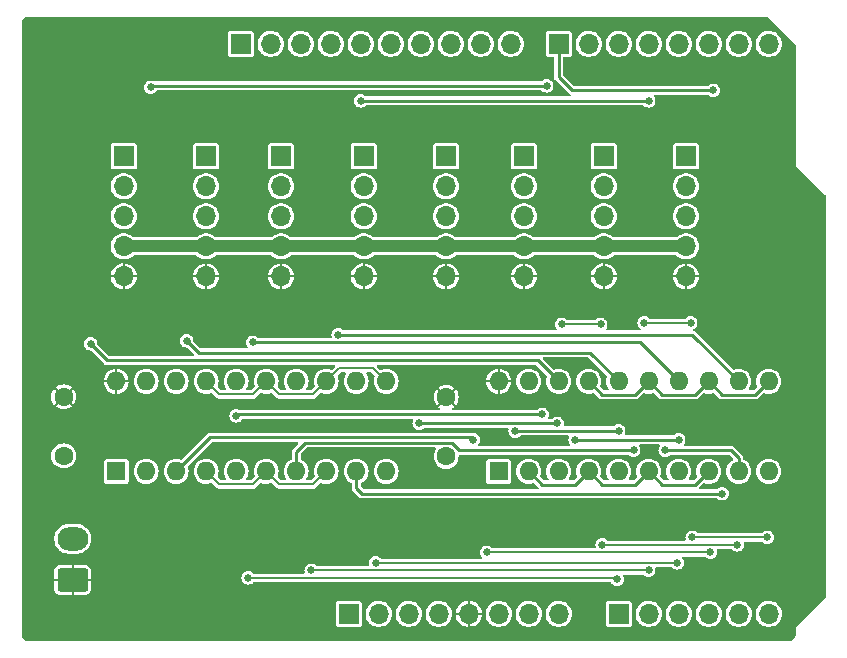
<source format=gbr>
%TF.GenerationSoftware,KiCad,Pcbnew,8.0.1-8.0.1-1~ubuntu22.04.1*%
%TF.CreationDate,2024-04-19T16:39:04-04:00*%
%TF.ProjectId,multi_display_shield,6d756c74-695f-4646-9973-706c61795f73,rev?*%
%TF.SameCoordinates,Original*%
%TF.FileFunction,Copper,L2,Bot*%
%TF.FilePolarity,Positive*%
%FSLAX46Y46*%
G04 Gerber Fmt 4.6, Leading zero omitted, Abs format (unit mm)*
G04 Created by KiCad (PCBNEW 8.0.1-8.0.1-1~ubuntu22.04.1) date 2024-04-19 16:39:04*
%MOMM*%
%LPD*%
G01*
G04 APERTURE LIST*
G04 Aperture macros list*
%AMRoundRect*
0 Rectangle with rounded corners*
0 $1 Rounding radius*
0 $2 $3 $4 $5 $6 $7 $8 $9 X,Y pos of 4 corners*
0 Add a 4 corners polygon primitive as box body*
4,1,4,$2,$3,$4,$5,$6,$7,$8,$9,$2,$3,0*
0 Add four circle primitives for the rounded corners*
1,1,$1+$1,$2,$3*
1,1,$1+$1,$4,$5*
1,1,$1+$1,$6,$7*
1,1,$1+$1,$8,$9*
0 Add four rect primitives between the rounded corners*
20,1,$1+$1,$2,$3,$4,$5,0*
20,1,$1+$1,$4,$5,$6,$7,0*
20,1,$1+$1,$6,$7,$8,$9,0*
20,1,$1+$1,$8,$9,$2,$3,0*%
G04 Aperture macros list end*
%TA.AperFunction,ComponentPad*%
%ADD10R,1.700000X1.700000*%
%TD*%
%TA.AperFunction,ComponentPad*%
%ADD11O,1.700000X1.700000*%
%TD*%
%TA.AperFunction,ComponentPad*%
%ADD12R,1.600000X1.600000*%
%TD*%
%TA.AperFunction,ComponentPad*%
%ADD13O,1.600000X1.600000*%
%TD*%
%TA.AperFunction,ComponentPad*%
%ADD14C,1.600000*%
%TD*%
%TA.AperFunction,ComponentPad*%
%ADD15RoundRect,0.250000X1.050000X-0.750000X1.050000X0.750000X-1.050000X0.750000X-1.050000X-0.750000X0*%
%TD*%
%TA.AperFunction,ComponentPad*%
%ADD16O,2.600000X2.000000*%
%TD*%
%TA.AperFunction,ViaPad*%
%ADD17C,0.635000*%
%TD*%
%TA.AperFunction,Conductor*%
%ADD18C,1.016000*%
%TD*%
%TA.AperFunction,Conductor*%
%ADD19C,0.200000*%
%TD*%
%TA.AperFunction,Conductor*%
%ADD20C,0.254000*%
%TD*%
G04 APERTURE END LIST*
D10*
%TO.P,J1,1,Pin_1*%
%TO.N,unconnected-(J1-Pin_1-Pad1)*%
X127940000Y-97460000D03*
D11*
%TO.P,J1,2,Pin_2*%
%TO.N,/IOREF*%
X130480000Y-97460000D03*
%TO.P,J1,3,Pin_3*%
%TO.N,/~{RESET}*%
X133020000Y-97460000D03*
%TO.P,J1,4,Pin_4*%
%TO.N,+3V3*%
X135560000Y-97460000D03*
%TO.P,J1,5,Pin_5*%
%TO.N,+5V*%
X138100000Y-97460000D03*
%TO.P,J1,6,Pin_6*%
%TO.N,GND*%
X140640000Y-97460000D03*
%TO.P,J1,7,Pin_7*%
X143180000Y-97460000D03*
%TO.P,J1,8,Pin_8*%
%TO.N,VCC*%
X145720000Y-97460000D03*
%TD*%
D10*
%TO.P,J3,1,Pin_1*%
%TO.N,/CS0*%
X150800000Y-97460000D03*
D11*
%TO.P,J3,2,Pin_2*%
%TO.N,/CS1*%
X153340000Y-97460000D03*
%TO.P,J3,3,Pin_3*%
%TO.N,/CS2*%
X155880000Y-97460000D03*
%TO.P,J3,4,Pin_4*%
%TO.N,/CS3*%
X158420000Y-97460000D03*
%TO.P,J3,5,Pin_5*%
%TO.N,/CS4*%
X160960000Y-97460000D03*
%TO.P,J3,6,Pin_6*%
%TO.N,/CS5*%
X163500000Y-97460000D03*
%TD*%
D10*
%TO.P,J2,1,Pin_1*%
%TO.N,/SCL{slash}A5*%
X118796000Y-49200000D03*
D11*
%TO.P,J2,2,Pin_2*%
%TO.N,/SDA{slash}A4*%
X121336000Y-49200000D03*
%TO.P,J2,3,Pin_3*%
%TO.N,/AREF*%
X123876000Y-49200000D03*
%TO.P,J2,4,Pin_4*%
%TO.N,GND*%
X126416000Y-49200000D03*
%TO.P,J2,5,Pin_5*%
%TO.N,/13*%
X128956000Y-49200000D03*
%TO.P,J2,6,Pin_6*%
%TO.N,/12*%
X131496000Y-49200000D03*
%TO.P,J2,7,Pin_7*%
%TO.N,/\u002A11*%
X134036000Y-49200000D03*
%TO.P,J2,8,Pin_8*%
%TO.N,/\u002A10*%
X136576000Y-49200000D03*
%TO.P,J2,9,Pin_9*%
%TO.N,/\u002A9*%
X139116000Y-49200000D03*
%TO.P,J2,10,Pin_10*%
%TO.N,/8*%
X141656000Y-49200000D03*
%TD*%
D10*
%TO.P,J4,1,Pin_1*%
%TO.N,/CS6*%
X145720000Y-49200000D03*
D11*
%TO.P,J4,2,Pin_2*%
%TO.N,/CS7*%
X148260000Y-49200000D03*
%TO.P,J4,3,Pin_3*%
%TO.N,unconnected-(J4-Pin_3-Pad3)*%
X150800000Y-49200000D03*
%TO.P,J4,4,Pin_4*%
%TO.N,unconnected-(J4-Pin_4-Pad4)*%
X153340000Y-49200000D03*
%TO.P,J4,5,Pin_5*%
%TO.N,unconnected-(J4-Pin_5-Pad5)*%
X155880000Y-49200000D03*
%TO.P,J4,6,Pin_6*%
%TO.N,unconnected-(J4-Pin_6-Pad6)*%
X158420000Y-49200000D03*
%TO.P,J4,7,Pin_7*%
%TO.N,unconnected-(J4-Pin_7-Pad7)*%
X160960000Y-49200000D03*
%TO.P,J4,8,Pin_8*%
%TO.N,unconnected-(J4-Pin_8-Pad8)*%
X163500000Y-49200000D03*
%TD*%
D10*
%TO.P,J6,1,Pin_1*%
%TO.N,Net-(J6-Pin_1)*%
X115875000Y-58725000D03*
D11*
%TO.P,J6,2,Pin_2*%
%TO.N,/CS0*%
X115875000Y-61265000D03*
%TO.P,J6,3,Pin_3*%
%TO.N,Net-(J6-Pin_3)*%
X115875000Y-63805000D03*
%TO.P,J6,4,Pin_4*%
%TO.N,GND*%
X115875000Y-66345000D03*
%TO.P,J6,5,Pin_5*%
%TO.N,+5V*%
X115875000Y-68885000D03*
%TD*%
D10*
%TO.P,J7,1,Pin_1*%
%TO.N,Net-(J7-Pin_1)*%
X122225000Y-58725000D03*
D11*
%TO.P,J7,2,Pin_2*%
%TO.N,/CS1*%
X122225000Y-61265000D03*
%TO.P,J7,3,Pin_3*%
%TO.N,Net-(J7-Pin_3)*%
X122225000Y-63805000D03*
%TO.P,J7,4,Pin_4*%
%TO.N,GND*%
X122225000Y-66345000D03*
%TO.P,J7,5,Pin_5*%
%TO.N,+5V*%
X122225000Y-68885000D03*
%TD*%
D12*
%TO.P,U2,1,1OE*%
%TO.N,GND*%
X140640000Y-85395000D03*
D13*
%TO.P,U2,2,1A0*%
%TO.N,/13*%
X143180000Y-85395000D03*
%TO.P,U2,3,2Y0*%
%TO.N,Net-(J9-Pin_1)*%
X145720000Y-85395000D03*
%TO.P,U2,4,1A1*%
%TO.N,/13*%
X148260000Y-85395000D03*
%TO.P,U2,5,2Y1*%
%TO.N,Net-(J10-Pin_1)*%
X150800000Y-85395000D03*
%TO.P,U2,6,1A2*%
%TO.N,/13*%
X153340000Y-85395000D03*
%TO.P,U2,7,2Y2*%
%TO.N,Net-(J11-Pin_1)*%
X155880000Y-85395000D03*
%TO.P,U2,8,1A3*%
%TO.N,/13*%
X158420000Y-85395000D03*
%TO.P,U2,9,2Y3*%
%TO.N,Net-(J12-Pin_1)*%
X160960000Y-85395000D03*
%TO.P,U2,10,GND*%
%TO.N,GND*%
X163500000Y-85395000D03*
%TO.P,U2,11,2A3*%
%TO.N,/13*%
X163500000Y-77775000D03*
%TO.P,U2,12,1Y3*%
%TO.N,Net-(J8-Pin_1)*%
X160960000Y-77775000D03*
%TO.P,U2,13,2A2*%
%TO.N,/13*%
X158420000Y-77775000D03*
%TO.P,U2,14,1Y2*%
%TO.N,Net-(J7-Pin_1)*%
X155880000Y-77775000D03*
%TO.P,U2,15,2A1*%
%TO.N,/13*%
X153340000Y-77775000D03*
%TO.P,U2,16,1Y1*%
%TO.N,Net-(J6-Pin_1)*%
X150800000Y-77775000D03*
%TO.P,U2,17,2A0*%
%TO.N,/13*%
X148260000Y-77775000D03*
%TO.P,U2,18,1Y0*%
%TO.N,Net-(J5-Pin_1)*%
X145720000Y-77775000D03*
%TO.P,U2,19,2OE*%
%TO.N,GND*%
X143180000Y-77775000D03*
%TO.P,U2,20,VCC*%
%TO.N,+5V*%
X140640000Y-77775000D03*
%TD*%
D10*
%TO.P,J11,1,Pin_1*%
%TO.N,Net-(J11-Pin_1)*%
X149530000Y-58725000D03*
D11*
%TO.P,J11,2,Pin_2*%
%TO.N,/CS5*%
X149530000Y-61265000D03*
%TO.P,J11,3,Pin_3*%
%TO.N,Net-(J11-Pin_3)*%
X149530000Y-63805000D03*
%TO.P,J11,4,Pin_4*%
%TO.N,GND*%
X149530000Y-66345000D03*
%TO.P,J11,5,Pin_5*%
%TO.N,+5V*%
X149530000Y-68885000D03*
%TD*%
D14*
%TO.P,C2,1*%
%TO.N,+5V*%
X136195000Y-79125000D03*
%TO.P,C2,2*%
%TO.N,GND*%
X136195000Y-84125000D03*
%TD*%
%TO.P,C1,1*%
%TO.N,+5V*%
X103810000Y-79085000D03*
%TO.P,C1,2*%
%TO.N,GND*%
X103810000Y-84085000D03*
%TD*%
D10*
%TO.P,J12,1,Pin_1*%
%TO.N,Net-(J12-Pin_1)*%
X156515000Y-58725000D03*
D11*
%TO.P,J12,2,Pin_2*%
%TO.N,/CS6*%
X156515000Y-61265000D03*
%TO.P,J12,3,Pin_3*%
%TO.N,Net-(J12-Pin_3)*%
X156515000Y-63805000D03*
%TO.P,J12,4,Pin_4*%
%TO.N,GND*%
X156515000Y-66345000D03*
%TO.P,J12,5,Pin_5*%
%TO.N,+5V*%
X156515000Y-68885000D03*
%TD*%
D10*
%TO.P,J9,1,Pin_1*%
%TO.N,Net-(J9-Pin_1)*%
X136195000Y-58725000D03*
D11*
%TO.P,J9,2,Pin_2*%
%TO.N,/CS3*%
X136195000Y-61265000D03*
%TO.P,J9,3,Pin_3*%
%TO.N,Net-(J9-Pin_3)*%
X136195000Y-63805000D03*
%TO.P,J9,4,Pin_4*%
%TO.N,GND*%
X136195000Y-66345000D03*
%TO.P,J9,5,Pin_5*%
%TO.N,+5V*%
X136195000Y-68885000D03*
%TD*%
D12*
%TO.P,U1,1,1OE*%
%TO.N,GND*%
X108255000Y-85395000D03*
D13*
%TO.P,U1,2,1A0*%
%TO.N,/\u002A11*%
X110795000Y-85395000D03*
%TO.P,U1,3,2Y0*%
%TO.N,Net-(J9-Pin_3)*%
X113335000Y-85395000D03*
%TO.P,U1,4,1A1*%
%TO.N,/\u002A11*%
X115875000Y-85395000D03*
%TO.P,U1,5,2Y1*%
%TO.N,Net-(J10-Pin_3)*%
X118415000Y-85395000D03*
%TO.P,U1,6,1A2*%
%TO.N,/\u002A11*%
X120955000Y-85395000D03*
%TO.P,U1,7,2Y2*%
%TO.N,Net-(J11-Pin_3)*%
X123495000Y-85395000D03*
%TO.P,U1,8,1A3*%
%TO.N,/\u002A11*%
X126035000Y-85395000D03*
%TO.P,U1,9,2Y3*%
%TO.N,Net-(J12-Pin_3)*%
X128575000Y-85395000D03*
%TO.P,U1,10,GND*%
%TO.N,GND*%
X131115000Y-85395000D03*
%TO.P,U1,11,2A3*%
%TO.N,/\u002A11*%
X131115000Y-77775000D03*
%TO.P,U1,12,1Y3*%
%TO.N,Net-(J8-Pin_3)*%
X128575000Y-77775000D03*
%TO.P,U1,13,2A2*%
%TO.N,/\u002A11*%
X126035000Y-77775000D03*
%TO.P,U1,14,1Y2*%
%TO.N,Net-(J7-Pin_3)*%
X123495000Y-77775000D03*
%TO.P,U1,15,2A1*%
%TO.N,/\u002A11*%
X120955000Y-77775000D03*
%TO.P,U1,16,1Y1*%
%TO.N,Net-(J6-Pin_3)*%
X118415000Y-77775000D03*
%TO.P,U1,17,2A0*%
%TO.N,/\u002A11*%
X115875000Y-77775000D03*
%TO.P,U1,18,1Y0*%
%TO.N,Net-(J5-Pin_3)*%
X113335000Y-77775000D03*
%TO.P,U1,19,2OE*%
%TO.N,GND*%
X110795000Y-77775000D03*
%TO.P,U1,20,VCC*%
%TO.N,+5V*%
X108255000Y-77775000D03*
%TD*%
D15*
%TO.P,J13,1,Pin_1*%
%TO.N,+5V*%
X104572000Y-94610000D03*
D16*
%TO.P,J13,2,Pin_2*%
%TO.N,GND*%
X104572000Y-91110000D03*
%TD*%
D10*
%TO.P,J10,1,Pin_1*%
%TO.N,Net-(J10-Pin_1)*%
X142770000Y-58725000D03*
D11*
%TO.P,J10,2,Pin_2*%
%TO.N,/CS4*%
X142770000Y-61265000D03*
%TO.P,J10,3,Pin_3*%
%TO.N,Net-(J10-Pin_3)*%
X142770000Y-63805000D03*
%TO.P,J10,4,Pin_4*%
%TO.N,GND*%
X142770000Y-66345000D03*
%TO.P,J10,5,Pin_5*%
%TO.N,+5V*%
X142770000Y-68885000D03*
%TD*%
D10*
%TO.P,J8,1,Pin_1*%
%TO.N,Net-(J8-Pin_1)*%
X129210000Y-58725000D03*
D11*
%TO.P,J8,2,Pin_2*%
%TO.N,/CS2*%
X129210000Y-61265000D03*
%TO.P,J8,3,Pin_3*%
%TO.N,Net-(J8-Pin_3)*%
X129210000Y-63805000D03*
%TO.P,J8,4,Pin_4*%
%TO.N,GND*%
X129210000Y-66345000D03*
%TO.P,J8,5,Pin_5*%
%TO.N,+5V*%
X129210000Y-68885000D03*
%TD*%
D10*
%TO.P,J5,1,Pin_1*%
%TO.N,Net-(J5-Pin_1)*%
X108890000Y-58725000D03*
D11*
%TO.P,J5,2,Pin_2*%
%TO.N,/CS7*%
X108890000Y-61265000D03*
%TO.P,J5,3,Pin_3*%
%TO.N,Net-(J5-Pin_3)*%
X108890000Y-63805000D03*
%TO.P,J5,4,Pin_4*%
%TO.N,GND*%
X108890000Y-66345000D03*
%TO.P,J5,5,Pin_5*%
%TO.N,+5V*%
X108890000Y-68885000D03*
%TD*%
D17*
%TO.N,/CS1*%
X124765000Y-93777000D03*
X153340000Y-93777000D03*
%TO.N,/CS2*%
X130226000Y-93142000D03*
X155753000Y-93142000D03*
%TO.N,/CS0*%
X119431000Y-94412000D03*
X150673000Y-94539000D03*
%TO.N,/CS5*%
X157023000Y-90983000D03*
X156896000Y-72822000D03*
X163373000Y-90983000D03*
X152959000Y-72822000D03*
%TO.N,/13*%
X153340000Y-54026000D03*
X128956000Y-54026000D03*
%TO.N,/CS4*%
X160833000Y-91618000D03*
X149403000Y-91618000D03*
X145974000Y-72949000D03*
X149276000Y-72949000D03*
%TO.N,/CS3*%
X158570586Y-92238700D03*
X139624000Y-92253000D03*
%TO.N,/CS6*%
X158801000Y-53137000D03*
%TO.N,/CS7*%
X144704000Y-52756000D03*
X111176000Y-52883000D03*
%TO.N,Net-(J5-Pin_1)*%
X106096000Y-74600000D03*
%TO.N,Net-(J6-Pin_1)*%
X114224000Y-74346000D03*
%TO.N,Net-(J7-Pin_1)*%
X119812000Y-74473000D03*
%TO.N,Net-(J8-Pin_1)*%
X127051000Y-73825300D03*
%TO.N,Net-(J9-Pin_1)*%
X145593000Y-81331000D03*
X133909000Y-81331000D03*
%TO.N,Net-(J9-Pin_3)*%
X138481000Y-82728000D03*
%TO.N,Net-(J10-Pin_1)*%
X150800000Y-81966000D03*
X142037000Y-81978700D03*
%TO.N,Net-(J10-Pin_3)*%
X118415000Y-80696000D03*
X144323000Y-80569000D03*
%TO.N,Net-(J11-Pin_3)*%
X152070000Y-83617000D03*
%TO.N,Net-(J11-Pin_1)*%
X155880000Y-82728000D03*
X147117000Y-82728000D03*
%TO.N,Net-(J12-Pin_3)*%
X159550200Y-87287200D03*
%TO.N,Net-(J12-Pin_1)*%
X154737000Y-83617000D03*
%TD*%
D18*
%TO.N,GND*%
X108890000Y-66345000D02*
X156515000Y-66345000D01*
D19*
%TO.N,/CS1*%
X124765000Y-93777000D02*
X153340000Y-93777000D01*
%TO.N,/CS2*%
X130226000Y-93142000D02*
X155753000Y-93142000D01*
%TO.N,/CS0*%
X119431000Y-94412000D02*
X150546000Y-94412000D01*
X150546000Y-94412000D02*
X150673000Y-94539000D01*
%TO.N,/CS5*%
X163500000Y-90983000D02*
X163373000Y-90983000D01*
X157023000Y-90983000D02*
X163373000Y-90983000D01*
X152959000Y-72822000D02*
X156896000Y-72822000D01*
D20*
%TO.N,/13*%
X157289800Y-86525200D02*
X158420000Y-85395000D01*
X153340000Y-77775000D02*
X154470200Y-78905200D01*
X154470200Y-78905200D02*
X157289800Y-78905200D01*
X147129800Y-86525200D02*
X144310200Y-86525200D01*
X152209800Y-78905200D02*
X153340000Y-77775000D01*
X152209800Y-86525200D02*
X153340000Y-85395000D01*
X153340000Y-85395000D02*
X154470200Y-86525200D01*
X149390200Y-86525200D02*
X152209800Y-86525200D01*
X144310200Y-86525200D02*
X143180000Y-85395000D01*
X148260000Y-85395000D02*
X149390200Y-86525200D01*
X159550200Y-78905200D02*
X162369800Y-78905200D01*
X157289800Y-78905200D02*
X158420000Y-77775000D01*
X154470200Y-86525200D02*
X157289800Y-86525200D01*
X148260000Y-77775000D02*
X149390200Y-78905200D01*
X148260000Y-85395000D02*
X147129800Y-86525200D01*
X162369800Y-78905200D02*
X163500000Y-77775000D01*
X158420000Y-77775000D02*
X159550200Y-78905200D01*
X153340000Y-54026000D02*
X128956000Y-54026000D01*
X149390200Y-78905200D02*
X152209800Y-78905200D01*
D19*
%TO.N,/CS4*%
X145974000Y-72949000D02*
X149276000Y-72949000D01*
X149403000Y-91618000D02*
X160833000Y-91618000D01*
%TO.N,/\u002A11*%
X120955000Y-77775000D02*
X122058200Y-78878200D01*
X115875000Y-77775000D02*
X116978200Y-78878200D01*
X126035000Y-77775000D02*
X127138200Y-76671800D01*
X124931800Y-78878200D02*
X126035000Y-77775000D01*
X124931800Y-86498200D02*
X126035000Y-85395000D01*
X116978200Y-86498200D02*
X119851800Y-86498200D01*
X116978200Y-78878200D02*
X119851800Y-78878200D01*
X120955000Y-85395000D02*
X122058200Y-86498200D01*
X119851800Y-78878200D02*
X120955000Y-77775000D01*
X127138200Y-76671800D02*
X130011800Y-76671800D01*
X130011800Y-76671800D02*
X131115000Y-77775000D01*
X122058200Y-78878200D02*
X124931800Y-78878200D01*
X115875000Y-85395000D02*
X116978200Y-86498200D01*
X119851800Y-86498200D02*
X120955000Y-85395000D01*
X122058200Y-86498200D02*
X124931800Y-86498200D01*
%TO.N,/CS3*%
X158556286Y-92253000D02*
X158570586Y-92238700D01*
X139624000Y-92253000D02*
X158556286Y-92253000D01*
D20*
%TO.N,/CS6*%
X146863000Y-53137000D02*
X158801000Y-53137000D01*
X145720000Y-51994000D02*
X146863000Y-53137000D01*
X145720000Y-49200000D02*
X145720000Y-51994000D01*
%TO.N,/CS7*%
X111303000Y-52756000D02*
X111176000Y-52883000D01*
X144704000Y-52756000D02*
X111303000Y-52756000D01*
%TO.N,Net-(J5-Pin_1)*%
X145720000Y-77775000D02*
X143942000Y-75997000D01*
X107493000Y-75997000D02*
X106096000Y-74600000D01*
X143942000Y-75997000D02*
X107493000Y-75997000D01*
%TO.N,Net-(J6-Pin_1)*%
X148387000Y-75362000D02*
X115240000Y-75362000D01*
X115240000Y-75362000D02*
X114224000Y-74346000D01*
X150800000Y-77775000D02*
X148387000Y-75362000D01*
%TO.N,Net-(J7-Pin_1)*%
X119812000Y-74473000D02*
X152578000Y-74473000D01*
X152578000Y-74473000D02*
X155880000Y-77775000D01*
%TO.N,Net-(J8-Pin_1)*%
X160960000Y-77775000D02*
X157023000Y-73838000D01*
X157023000Y-73838000D02*
X127051000Y-73838000D01*
X127051000Y-73838000D02*
X127051000Y-73825300D01*
%TO.N,Net-(J9-Pin_1)*%
X133909000Y-81331000D02*
X145593000Y-81331000D01*
%TO.N,Net-(J9-Pin_3)*%
X138277800Y-82524800D02*
X116205200Y-82524800D01*
X138481000Y-82728000D02*
X138277800Y-82524800D01*
X116205200Y-82524800D02*
X113335000Y-85395000D01*
%TO.N,Net-(J10-Pin_1)*%
X142037000Y-81978700D02*
X150787300Y-81978700D01*
X150787300Y-81978700D02*
X150800000Y-81966000D01*
%TO.N,Net-(J10-Pin_3)*%
X144323000Y-80569000D02*
X118542000Y-80569000D01*
X118542000Y-80569000D02*
X118415000Y-80696000D01*
%TO.N,Net-(J11-Pin_3)*%
X124257000Y-82982000D02*
X123495000Y-83744000D01*
X123495000Y-83744000D02*
X123495000Y-85395000D01*
X152070000Y-83617000D02*
X137285345Y-83617000D01*
X136650345Y-82982000D02*
X124257000Y-82982000D01*
X137285345Y-83617000D02*
X136650345Y-82982000D01*
%TO.N,Net-(J11-Pin_1)*%
X147117000Y-82728000D02*
X155880000Y-82728000D01*
%TO.N,Net-(J12-Pin_3)*%
X129070200Y-87287200D02*
X128575000Y-86792000D01*
X159550200Y-87287200D02*
X129070200Y-87287200D01*
X128575000Y-86792000D02*
X128575000Y-85395000D01*
%TO.N,Net-(J12-Pin_1)*%
X160960000Y-84252000D02*
X160960000Y-85395000D01*
X160325000Y-83617000D02*
X160960000Y-84252000D01*
X154737000Y-83617000D02*
X160325000Y-83617000D01*
%TD*%
%TA.AperFunction,Conductor*%
%TO.N,+5V*%
G36*
X163414673Y-46935065D02*
G01*
X163420327Y-46940245D01*
X165759755Y-49279672D01*
X165785166Y-49334166D01*
X165785500Y-49341827D01*
X165785500Y-59410624D01*
X165824243Y-59504160D01*
X165824244Y-59504161D01*
X165824245Y-59504163D01*
X167184382Y-60864299D01*
X168299755Y-61979672D01*
X168325166Y-62034166D01*
X168325500Y-62041827D01*
X168325500Y-96048172D01*
X168304935Y-96104673D01*
X168299755Y-96110326D01*
X165895837Y-98514244D01*
X165895837Y-98514245D01*
X165895836Y-98514244D01*
X165824246Y-98585835D01*
X165824243Y-98585839D01*
X165785500Y-98679375D01*
X165785500Y-99233066D01*
X165784947Y-99242908D01*
X165773884Y-99341088D01*
X165769504Y-99360277D01*
X165738512Y-99448848D01*
X165729974Y-99466579D01*
X165680048Y-99546034D01*
X165667776Y-99561423D01*
X165601423Y-99627776D01*
X165586034Y-99640048D01*
X165506579Y-99689974D01*
X165488848Y-99698512D01*
X165403497Y-99728378D01*
X165400277Y-99729505D01*
X165381088Y-99733884D01*
X165282908Y-99744947D01*
X165273066Y-99745500D01*
X100766934Y-99745500D01*
X100757092Y-99744947D01*
X100658911Y-99733884D01*
X100639724Y-99729505D01*
X100551147Y-99698511D01*
X100533420Y-99689974D01*
X100453965Y-99640048D01*
X100438576Y-99627776D01*
X100372223Y-99561423D01*
X100359951Y-99546034D01*
X100310025Y-99466579D01*
X100301489Y-99448856D01*
X100270492Y-99360268D01*
X100266115Y-99341087D01*
X100255053Y-99242907D01*
X100254500Y-99233066D01*
X100254500Y-98335068D01*
X126835500Y-98335068D01*
X126848426Y-98400053D01*
X126850266Y-98409301D01*
X126906516Y-98493484D01*
X126934705Y-98512319D01*
X126990698Y-98549734D01*
X127001261Y-98551835D01*
X127064933Y-98564500D01*
X128815066Y-98564499D01*
X128815068Y-98564499D01*
X128833561Y-98560820D01*
X128889301Y-98549734D01*
X128973484Y-98493484D01*
X129029734Y-98409301D01*
X129044500Y-98335067D01*
X129044499Y-97460000D01*
X129370768Y-97460000D01*
X129389655Y-97663825D01*
X129445501Y-97860099D01*
X129445672Y-97860701D01*
X129536912Y-98043935D01*
X129660268Y-98207285D01*
X129744021Y-98283636D01*
X129811535Y-98345184D01*
X129811544Y-98345190D01*
X129915087Y-98409301D01*
X129985573Y-98452944D01*
X130176444Y-98526888D01*
X130176452Y-98526889D01*
X130176454Y-98526890D01*
X130298661Y-98549734D01*
X130377653Y-98564500D01*
X130377654Y-98564500D01*
X130582346Y-98564500D01*
X130582347Y-98564500D01*
X130783556Y-98526888D01*
X130974427Y-98452944D01*
X131148462Y-98345186D01*
X131299732Y-98207285D01*
X131423088Y-98043935D01*
X131514328Y-97860701D01*
X131570345Y-97663821D01*
X131589232Y-97460000D01*
X131910768Y-97460000D01*
X131929655Y-97663825D01*
X131985501Y-97860099D01*
X131985672Y-97860701D01*
X132076912Y-98043935D01*
X132200268Y-98207285D01*
X132284021Y-98283636D01*
X132351535Y-98345184D01*
X132351544Y-98345190D01*
X132455087Y-98409301D01*
X132525573Y-98452944D01*
X132716444Y-98526888D01*
X132716452Y-98526889D01*
X132716454Y-98526890D01*
X132838661Y-98549734D01*
X132917653Y-98564500D01*
X132917654Y-98564500D01*
X133122346Y-98564500D01*
X133122347Y-98564500D01*
X133323556Y-98526888D01*
X133514427Y-98452944D01*
X133688462Y-98345186D01*
X133839732Y-98207285D01*
X133963088Y-98043935D01*
X134054328Y-97860701D01*
X134110345Y-97663821D01*
X134129232Y-97460000D01*
X134450768Y-97460000D01*
X134469655Y-97663825D01*
X134525501Y-97860099D01*
X134525672Y-97860701D01*
X134616912Y-98043935D01*
X134740268Y-98207285D01*
X134824021Y-98283636D01*
X134891535Y-98345184D01*
X134891544Y-98345190D01*
X134995087Y-98409301D01*
X135065573Y-98452944D01*
X135256444Y-98526888D01*
X135256452Y-98526889D01*
X135256454Y-98526890D01*
X135378661Y-98549734D01*
X135457653Y-98564500D01*
X135457654Y-98564500D01*
X135662346Y-98564500D01*
X135662347Y-98564500D01*
X135863556Y-98526888D01*
X136054427Y-98452944D01*
X136228462Y-98345186D01*
X136379732Y-98207285D01*
X136503088Y-98043935D01*
X136594328Y-97860701D01*
X136650345Y-97663821D01*
X136669232Y-97460000D01*
X136660994Y-97371099D01*
X136999507Y-97371099D01*
X136999508Y-97371100D01*
X137606183Y-97371100D01*
X137600000Y-97394174D01*
X137600000Y-97525826D01*
X137606183Y-97548900D01*
X136999508Y-97548900D01*
X137010148Y-97663732D01*
X137010148Y-97663733D01*
X137066137Y-97860512D01*
X137066140Y-97860518D01*
X137157341Y-98043674D01*
X137280632Y-98206938D01*
X137280640Y-98206947D01*
X137431839Y-98344785D01*
X137431841Y-98344786D01*
X137605792Y-98452492D01*
X137605797Y-98452494D01*
X137796578Y-98526403D01*
X137796592Y-98526407D01*
X137997694Y-98563999D01*
X137997700Y-98564000D01*
X138011099Y-98564000D01*
X138011100Y-98563999D01*
X138011100Y-97953817D01*
X138034174Y-97960000D01*
X138165826Y-97960000D01*
X138188900Y-97953817D01*
X138188900Y-98563999D01*
X138188901Y-98564000D01*
X138202300Y-98564000D01*
X138202305Y-98563999D01*
X138403407Y-98526407D01*
X138403421Y-98526403D01*
X138594202Y-98452494D01*
X138594207Y-98452492D01*
X138768158Y-98344786D01*
X138768160Y-98344785D01*
X138919359Y-98206947D01*
X138919367Y-98206938D01*
X139042658Y-98043674D01*
X139133859Y-97860518D01*
X139133862Y-97860512D01*
X139189851Y-97663733D01*
X139189851Y-97663732D01*
X139200492Y-97548900D01*
X138593817Y-97548900D01*
X138600000Y-97525826D01*
X138600000Y-97460000D01*
X139530768Y-97460000D01*
X139549655Y-97663825D01*
X139605501Y-97860099D01*
X139605672Y-97860701D01*
X139696912Y-98043935D01*
X139820268Y-98207285D01*
X139904021Y-98283636D01*
X139971535Y-98345184D01*
X139971544Y-98345190D01*
X140075087Y-98409301D01*
X140145573Y-98452944D01*
X140336444Y-98526888D01*
X140336452Y-98526889D01*
X140336454Y-98526890D01*
X140458661Y-98549734D01*
X140537653Y-98564500D01*
X140537654Y-98564500D01*
X140742346Y-98564500D01*
X140742347Y-98564500D01*
X140943556Y-98526888D01*
X141134427Y-98452944D01*
X141308462Y-98345186D01*
X141459732Y-98207285D01*
X141583088Y-98043935D01*
X141674328Y-97860701D01*
X141730345Y-97663821D01*
X141749232Y-97460000D01*
X142070768Y-97460000D01*
X142089655Y-97663825D01*
X142145501Y-97860099D01*
X142145672Y-97860701D01*
X142236912Y-98043935D01*
X142360268Y-98207285D01*
X142444021Y-98283636D01*
X142511535Y-98345184D01*
X142511544Y-98345190D01*
X142615087Y-98409301D01*
X142685573Y-98452944D01*
X142876444Y-98526888D01*
X142876452Y-98526889D01*
X142876454Y-98526890D01*
X142998661Y-98549734D01*
X143077653Y-98564500D01*
X143077654Y-98564500D01*
X143282346Y-98564500D01*
X143282347Y-98564500D01*
X143483556Y-98526888D01*
X143674427Y-98452944D01*
X143848462Y-98345186D01*
X143999732Y-98207285D01*
X144123088Y-98043935D01*
X144214328Y-97860701D01*
X144270345Y-97663821D01*
X144289232Y-97460000D01*
X144610768Y-97460000D01*
X144629655Y-97663825D01*
X144685501Y-97860099D01*
X144685672Y-97860701D01*
X144776912Y-98043935D01*
X144900268Y-98207285D01*
X144984021Y-98283636D01*
X145051535Y-98345184D01*
X145051544Y-98345190D01*
X145155087Y-98409301D01*
X145225573Y-98452944D01*
X145416444Y-98526888D01*
X145416452Y-98526889D01*
X145416454Y-98526890D01*
X145538661Y-98549734D01*
X145617653Y-98564500D01*
X145617654Y-98564500D01*
X145822346Y-98564500D01*
X145822347Y-98564500D01*
X146023556Y-98526888D01*
X146214427Y-98452944D01*
X146388462Y-98345186D01*
X146399561Y-98335068D01*
X149695500Y-98335068D01*
X149708426Y-98400053D01*
X149710266Y-98409301D01*
X149766516Y-98493484D01*
X149794705Y-98512319D01*
X149850698Y-98549734D01*
X149861261Y-98551835D01*
X149924933Y-98564500D01*
X151675066Y-98564499D01*
X151675068Y-98564499D01*
X151693561Y-98560820D01*
X151749301Y-98549734D01*
X151833484Y-98493484D01*
X151889734Y-98409301D01*
X151904500Y-98335067D01*
X151904499Y-97460000D01*
X152230768Y-97460000D01*
X152249655Y-97663825D01*
X152305501Y-97860099D01*
X152305672Y-97860701D01*
X152396912Y-98043935D01*
X152520268Y-98207285D01*
X152604021Y-98283636D01*
X152671535Y-98345184D01*
X152671544Y-98345190D01*
X152775087Y-98409301D01*
X152845573Y-98452944D01*
X153036444Y-98526888D01*
X153036452Y-98526889D01*
X153036454Y-98526890D01*
X153158661Y-98549734D01*
X153237653Y-98564500D01*
X153237654Y-98564500D01*
X153442346Y-98564500D01*
X153442347Y-98564500D01*
X153643556Y-98526888D01*
X153834427Y-98452944D01*
X154008462Y-98345186D01*
X154159732Y-98207285D01*
X154283088Y-98043935D01*
X154374328Y-97860701D01*
X154430345Y-97663821D01*
X154449232Y-97460000D01*
X154770768Y-97460000D01*
X154789655Y-97663825D01*
X154845501Y-97860099D01*
X154845672Y-97860701D01*
X154936912Y-98043935D01*
X155060268Y-98207285D01*
X155144021Y-98283636D01*
X155211535Y-98345184D01*
X155211544Y-98345190D01*
X155315087Y-98409301D01*
X155385573Y-98452944D01*
X155576444Y-98526888D01*
X155576452Y-98526889D01*
X155576454Y-98526890D01*
X155698661Y-98549734D01*
X155777653Y-98564500D01*
X155777654Y-98564500D01*
X155982346Y-98564500D01*
X155982347Y-98564500D01*
X156183556Y-98526888D01*
X156374427Y-98452944D01*
X156548462Y-98345186D01*
X156699732Y-98207285D01*
X156823088Y-98043935D01*
X156914328Y-97860701D01*
X156970345Y-97663821D01*
X156989232Y-97460000D01*
X157310768Y-97460000D01*
X157329655Y-97663825D01*
X157385501Y-97860099D01*
X157385672Y-97860701D01*
X157476912Y-98043935D01*
X157600268Y-98207285D01*
X157684021Y-98283636D01*
X157751535Y-98345184D01*
X157751544Y-98345190D01*
X157855087Y-98409301D01*
X157925573Y-98452944D01*
X158116444Y-98526888D01*
X158116452Y-98526889D01*
X158116454Y-98526890D01*
X158238661Y-98549734D01*
X158317653Y-98564500D01*
X158317654Y-98564500D01*
X158522346Y-98564500D01*
X158522347Y-98564500D01*
X158723556Y-98526888D01*
X158914427Y-98452944D01*
X159088462Y-98345186D01*
X159239732Y-98207285D01*
X159363088Y-98043935D01*
X159454328Y-97860701D01*
X159510345Y-97663821D01*
X159529232Y-97460000D01*
X159850768Y-97460000D01*
X159869655Y-97663825D01*
X159925501Y-97860099D01*
X159925672Y-97860701D01*
X160016912Y-98043935D01*
X160140268Y-98207285D01*
X160224021Y-98283636D01*
X160291535Y-98345184D01*
X160291544Y-98345190D01*
X160395087Y-98409301D01*
X160465573Y-98452944D01*
X160656444Y-98526888D01*
X160656452Y-98526889D01*
X160656454Y-98526890D01*
X160778661Y-98549734D01*
X160857653Y-98564500D01*
X160857654Y-98564500D01*
X161062346Y-98564500D01*
X161062347Y-98564500D01*
X161263556Y-98526888D01*
X161454427Y-98452944D01*
X161628462Y-98345186D01*
X161779732Y-98207285D01*
X161903088Y-98043935D01*
X161994328Y-97860701D01*
X162050345Y-97663821D01*
X162069232Y-97460000D01*
X162390768Y-97460000D01*
X162409655Y-97663825D01*
X162465501Y-97860099D01*
X162465672Y-97860701D01*
X162556912Y-98043935D01*
X162680268Y-98207285D01*
X162764021Y-98283636D01*
X162831535Y-98345184D01*
X162831544Y-98345190D01*
X162935087Y-98409301D01*
X163005573Y-98452944D01*
X163196444Y-98526888D01*
X163196452Y-98526889D01*
X163196454Y-98526890D01*
X163318661Y-98549734D01*
X163397653Y-98564500D01*
X163397654Y-98564500D01*
X163602346Y-98564500D01*
X163602347Y-98564500D01*
X163803556Y-98526888D01*
X163994427Y-98452944D01*
X164168462Y-98345186D01*
X164319732Y-98207285D01*
X164443088Y-98043935D01*
X164534328Y-97860701D01*
X164590345Y-97663821D01*
X164609232Y-97460000D01*
X164590345Y-97256179D01*
X164534328Y-97059299D01*
X164443088Y-96876065D01*
X164319732Y-96712715D01*
X164244097Y-96643764D01*
X164168464Y-96574815D01*
X164168455Y-96574809D01*
X163994431Y-96467058D01*
X163994428Y-96467056D01*
X163994427Y-96467056D01*
X163889784Y-96426517D01*
X163803559Y-96393113D01*
X163803557Y-96393112D01*
X163803556Y-96393112D01*
X163803554Y-96393111D01*
X163803545Y-96393109D01*
X163602351Y-96355500D01*
X163602347Y-96355500D01*
X163397653Y-96355500D01*
X163397648Y-96355500D01*
X163196454Y-96393109D01*
X163196440Y-96393113D01*
X163005582Y-96467052D01*
X163005568Y-96467058D01*
X162831544Y-96574809D01*
X162831535Y-96574815D01*
X162680269Y-96712714D01*
X162680265Y-96712718D01*
X162556914Y-96876061D01*
X162465672Y-97059299D01*
X162465670Y-97059305D01*
X162409655Y-97256174D01*
X162390768Y-97460000D01*
X162069232Y-97460000D01*
X162050345Y-97256179D01*
X161994328Y-97059299D01*
X161903088Y-96876065D01*
X161779732Y-96712715D01*
X161704097Y-96643764D01*
X161628464Y-96574815D01*
X161628455Y-96574809D01*
X161454431Y-96467058D01*
X161454428Y-96467056D01*
X161454427Y-96467056D01*
X161349784Y-96426517D01*
X161263559Y-96393113D01*
X161263557Y-96393112D01*
X161263556Y-96393112D01*
X161263554Y-96393111D01*
X161263545Y-96393109D01*
X161062351Y-96355500D01*
X161062347Y-96355500D01*
X160857653Y-96355500D01*
X160857648Y-96355500D01*
X160656454Y-96393109D01*
X160656440Y-96393113D01*
X160465582Y-96467052D01*
X160465568Y-96467058D01*
X160291544Y-96574809D01*
X160291535Y-96574815D01*
X160140269Y-96712714D01*
X160140265Y-96712718D01*
X160016914Y-96876061D01*
X159925672Y-97059299D01*
X159925670Y-97059305D01*
X159869655Y-97256174D01*
X159850768Y-97460000D01*
X159529232Y-97460000D01*
X159510345Y-97256179D01*
X159454328Y-97059299D01*
X159363088Y-96876065D01*
X159239732Y-96712715D01*
X159164097Y-96643764D01*
X159088464Y-96574815D01*
X159088455Y-96574809D01*
X158914431Y-96467058D01*
X158914428Y-96467056D01*
X158914427Y-96467056D01*
X158809784Y-96426517D01*
X158723559Y-96393113D01*
X158723557Y-96393112D01*
X158723556Y-96393112D01*
X158723554Y-96393111D01*
X158723545Y-96393109D01*
X158522351Y-96355500D01*
X158522347Y-96355500D01*
X158317653Y-96355500D01*
X158317648Y-96355500D01*
X158116454Y-96393109D01*
X158116440Y-96393113D01*
X157925582Y-96467052D01*
X157925568Y-96467058D01*
X157751544Y-96574809D01*
X157751535Y-96574815D01*
X157600269Y-96712714D01*
X157600265Y-96712718D01*
X157476914Y-96876061D01*
X157385672Y-97059299D01*
X157385670Y-97059305D01*
X157329655Y-97256174D01*
X157310768Y-97460000D01*
X156989232Y-97460000D01*
X156970345Y-97256179D01*
X156914328Y-97059299D01*
X156823088Y-96876065D01*
X156699732Y-96712715D01*
X156624097Y-96643764D01*
X156548464Y-96574815D01*
X156548455Y-96574809D01*
X156374431Y-96467058D01*
X156374428Y-96467056D01*
X156374427Y-96467056D01*
X156269784Y-96426517D01*
X156183559Y-96393113D01*
X156183557Y-96393112D01*
X156183556Y-96393112D01*
X156183554Y-96393111D01*
X156183545Y-96393109D01*
X155982351Y-96355500D01*
X155982347Y-96355500D01*
X155777653Y-96355500D01*
X155777648Y-96355500D01*
X155576454Y-96393109D01*
X155576440Y-96393113D01*
X155385582Y-96467052D01*
X155385568Y-96467058D01*
X155211544Y-96574809D01*
X155211535Y-96574815D01*
X155060269Y-96712714D01*
X155060265Y-96712718D01*
X154936914Y-96876061D01*
X154845672Y-97059299D01*
X154845670Y-97059305D01*
X154789655Y-97256174D01*
X154770768Y-97460000D01*
X154449232Y-97460000D01*
X154430345Y-97256179D01*
X154374328Y-97059299D01*
X154283088Y-96876065D01*
X154159732Y-96712715D01*
X154084097Y-96643764D01*
X154008464Y-96574815D01*
X154008455Y-96574809D01*
X153834431Y-96467058D01*
X153834428Y-96467056D01*
X153834427Y-96467056D01*
X153729784Y-96426517D01*
X153643559Y-96393113D01*
X153643557Y-96393112D01*
X153643556Y-96393112D01*
X153643554Y-96393111D01*
X153643545Y-96393109D01*
X153442351Y-96355500D01*
X153442347Y-96355500D01*
X153237653Y-96355500D01*
X153237648Y-96355500D01*
X153036454Y-96393109D01*
X153036440Y-96393113D01*
X152845582Y-96467052D01*
X152845568Y-96467058D01*
X152671544Y-96574809D01*
X152671535Y-96574815D01*
X152520269Y-96712714D01*
X152520265Y-96712718D01*
X152396914Y-96876061D01*
X152305672Y-97059299D01*
X152305670Y-97059305D01*
X152249655Y-97256174D01*
X152230768Y-97460000D01*
X151904499Y-97460000D01*
X151904499Y-96584934D01*
X151904499Y-96584933D01*
X151904499Y-96584931D01*
X151898980Y-96557190D01*
X151889734Y-96510699D01*
X151833484Y-96426516D01*
X151833098Y-96426258D01*
X151749301Y-96370265D01*
X151696192Y-96359702D01*
X151675067Y-96355500D01*
X151675065Y-96355500D01*
X149924931Y-96355500D01*
X149850699Y-96370266D01*
X149766517Y-96426515D01*
X149766514Y-96426518D01*
X149710265Y-96510698D01*
X149697601Y-96574370D01*
X149695501Y-96584931D01*
X149695500Y-96584934D01*
X149695500Y-98335068D01*
X146399561Y-98335068D01*
X146539732Y-98207285D01*
X146663088Y-98043935D01*
X146754328Y-97860701D01*
X146810345Y-97663821D01*
X146829232Y-97460000D01*
X146810345Y-97256179D01*
X146754328Y-97059299D01*
X146663088Y-96876065D01*
X146539732Y-96712715D01*
X146464097Y-96643764D01*
X146388464Y-96574815D01*
X146388455Y-96574809D01*
X146214431Y-96467058D01*
X146214428Y-96467056D01*
X146214427Y-96467056D01*
X146109784Y-96426517D01*
X146023559Y-96393113D01*
X146023557Y-96393112D01*
X146023556Y-96393112D01*
X146023554Y-96393111D01*
X146023545Y-96393109D01*
X145822351Y-96355500D01*
X145822347Y-96355500D01*
X145617653Y-96355500D01*
X145617648Y-96355500D01*
X145416454Y-96393109D01*
X145416440Y-96393113D01*
X145225582Y-96467052D01*
X145225568Y-96467058D01*
X145051544Y-96574809D01*
X145051535Y-96574815D01*
X144900269Y-96712714D01*
X144900265Y-96712718D01*
X144776914Y-96876061D01*
X144685672Y-97059299D01*
X144685670Y-97059305D01*
X144629655Y-97256174D01*
X144610768Y-97460000D01*
X144289232Y-97460000D01*
X144270345Y-97256179D01*
X144214328Y-97059299D01*
X144123088Y-96876065D01*
X143999732Y-96712715D01*
X143924097Y-96643764D01*
X143848464Y-96574815D01*
X143848455Y-96574809D01*
X143674431Y-96467058D01*
X143674428Y-96467056D01*
X143674427Y-96467056D01*
X143569784Y-96426517D01*
X143483559Y-96393113D01*
X143483557Y-96393112D01*
X143483556Y-96393112D01*
X143483554Y-96393111D01*
X143483545Y-96393109D01*
X143282351Y-96355500D01*
X143282347Y-96355500D01*
X143077653Y-96355500D01*
X143077648Y-96355500D01*
X142876454Y-96393109D01*
X142876440Y-96393113D01*
X142685582Y-96467052D01*
X142685568Y-96467058D01*
X142511544Y-96574809D01*
X142511535Y-96574815D01*
X142360269Y-96712714D01*
X142360265Y-96712718D01*
X142236914Y-96876061D01*
X142145672Y-97059299D01*
X142145670Y-97059305D01*
X142089655Y-97256174D01*
X142070768Y-97460000D01*
X141749232Y-97460000D01*
X141730345Y-97256179D01*
X141674328Y-97059299D01*
X141583088Y-96876065D01*
X141459732Y-96712715D01*
X141384097Y-96643764D01*
X141308464Y-96574815D01*
X141308455Y-96574809D01*
X141134431Y-96467058D01*
X141134428Y-96467056D01*
X141134427Y-96467056D01*
X141029784Y-96426517D01*
X140943559Y-96393113D01*
X140943557Y-96393112D01*
X140943556Y-96393112D01*
X140943554Y-96393111D01*
X140943545Y-96393109D01*
X140742351Y-96355500D01*
X140742347Y-96355500D01*
X140537653Y-96355500D01*
X140537648Y-96355500D01*
X140336454Y-96393109D01*
X140336440Y-96393113D01*
X140145582Y-96467052D01*
X140145568Y-96467058D01*
X139971544Y-96574809D01*
X139971535Y-96574815D01*
X139820269Y-96712714D01*
X139820265Y-96712718D01*
X139696914Y-96876061D01*
X139605672Y-97059299D01*
X139605670Y-97059305D01*
X139549655Y-97256174D01*
X139530768Y-97460000D01*
X138600000Y-97460000D01*
X138600000Y-97394174D01*
X138593817Y-97371100D01*
X139200492Y-97371100D01*
X139200492Y-97371099D01*
X139189851Y-97256267D01*
X139189851Y-97256266D01*
X139133862Y-97059487D01*
X139133859Y-97059481D01*
X139042658Y-96876325D01*
X138919367Y-96713061D01*
X138919359Y-96713052D01*
X138768160Y-96575214D01*
X138768158Y-96575213D01*
X138594207Y-96467507D01*
X138594202Y-96467505D01*
X138403421Y-96393596D01*
X138403407Y-96393592D01*
X138202305Y-96356000D01*
X138188901Y-96356000D01*
X138188900Y-96356001D01*
X138188900Y-96966182D01*
X138165826Y-96960000D01*
X138034174Y-96960000D01*
X138011100Y-96966182D01*
X138011100Y-96356001D01*
X138011099Y-96356000D01*
X137997694Y-96356000D01*
X137796592Y-96393592D01*
X137796578Y-96393596D01*
X137605797Y-96467505D01*
X137605792Y-96467507D01*
X137431841Y-96575213D01*
X137431839Y-96575214D01*
X137280640Y-96713052D01*
X137280632Y-96713061D01*
X137157341Y-96876325D01*
X137066140Y-97059481D01*
X137066137Y-97059487D01*
X137010148Y-97256266D01*
X137010148Y-97256267D01*
X136999507Y-97371099D01*
X136660994Y-97371099D01*
X136650345Y-97256179D01*
X136594328Y-97059299D01*
X136503088Y-96876065D01*
X136379732Y-96712715D01*
X136304097Y-96643764D01*
X136228464Y-96574815D01*
X136228455Y-96574809D01*
X136054431Y-96467058D01*
X136054428Y-96467056D01*
X136054427Y-96467056D01*
X135949784Y-96426517D01*
X135863559Y-96393113D01*
X135863557Y-96393112D01*
X135863556Y-96393112D01*
X135863554Y-96393111D01*
X135863545Y-96393109D01*
X135662351Y-96355500D01*
X135662347Y-96355500D01*
X135457653Y-96355500D01*
X135457648Y-96355500D01*
X135256454Y-96393109D01*
X135256440Y-96393113D01*
X135065582Y-96467052D01*
X135065568Y-96467058D01*
X134891544Y-96574809D01*
X134891535Y-96574815D01*
X134740269Y-96712714D01*
X134740265Y-96712718D01*
X134616914Y-96876061D01*
X134525672Y-97059299D01*
X134525670Y-97059305D01*
X134469655Y-97256174D01*
X134450768Y-97460000D01*
X134129232Y-97460000D01*
X134110345Y-97256179D01*
X134054328Y-97059299D01*
X133963088Y-96876065D01*
X133839732Y-96712715D01*
X133764097Y-96643764D01*
X133688464Y-96574815D01*
X133688455Y-96574809D01*
X133514431Y-96467058D01*
X133514428Y-96467056D01*
X133514427Y-96467056D01*
X133409784Y-96426517D01*
X133323559Y-96393113D01*
X133323557Y-96393112D01*
X133323556Y-96393112D01*
X133323554Y-96393111D01*
X133323545Y-96393109D01*
X133122351Y-96355500D01*
X133122347Y-96355500D01*
X132917653Y-96355500D01*
X132917648Y-96355500D01*
X132716454Y-96393109D01*
X132716440Y-96393113D01*
X132525582Y-96467052D01*
X132525568Y-96467058D01*
X132351544Y-96574809D01*
X132351535Y-96574815D01*
X132200269Y-96712714D01*
X132200265Y-96712718D01*
X132076914Y-96876061D01*
X131985672Y-97059299D01*
X131985670Y-97059305D01*
X131929655Y-97256174D01*
X131910768Y-97460000D01*
X131589232Y-97460000D01*
X131570345Y-97256179D01*
X131514328Y-97059299D01*
X131423088Y-96876065D01*
X131299732Y-96712715D01*
X131224097Y-96643764D01*
X131148464Y-96574815D01*
X131148455Y-96574809D01*
X130974431Y-96467058D01*
X130974428Y-96467056D01*
X130974427Y-96467056D01*
X130869784Y-96426517D01*
X130783559Y-96393113D01*
X130783557Y-96393112D01*
X130783556Y-96393112D01*
X130783554Y-96393111D01*
X130783545Y-96393109D01*
X130582351Y-96355500D01*
X130582347Y-96355500D01*
X130377653Y-96355500D01*
X130377648Y-96355500D01*
X130176454Y-96393109D01*
X130176440Y-96393113D01*
X129985582Y-96467052D01*
X129985568Y-96467058D01*
X129811544Y-96574809D01*
X129811535Y-96574815D01*
X129660269Y-96712714D01*
X129660265Y-96712718D01*
X129536914Y-96876061D01*
X129445672Y-97059299D01*
X129445670Y-97059305D01*
X129389655Y-97256174D01*
X129370768Y-97460000D01*
X129044499Y-97460000D01*
X129044499Y-96584934D01*
X129044499Y-96584933D01*
X129044499Y-96584931D01*
X129038980Y-96557190D01*
X129029734Y-96510699D01*
X128973484Y-96426516D01*
X128973098Y-96426258D01*
X128889301Y-96370265D01*
X128836192Y-96359702D01*
X128815067Y-96355500D01*
X128815065Y-96355500D01*
X127064931Y-96355500D01*
X126990699Y-96370266D01*
X126906517Y-96426515D01*
X126906514Y-96426518D01*
X126850265Y-96510698D01*
X126837601Y-96574370D01*
X126835501Y-96584931D01*
X126835500Y-96584934D01*
X126835500Y-98335068D01*
X100254500Y-98335068D01*
X100254500Y-94521099D01*
X103018000Y-94521099D01*
X103018001Y-94521100D01*
X103774010Y-94521100D01*
X103772000Y-94531207D01*
X103772000Y-94688793D01*
X103774010Y-94698900D01*
X103018002Y-94698900D01*
X103018001Y-94698901D01*
X103018001Y-95408205D01*
X103024453Y-95468237D01*
X103075100Y-95604024D01*
X103161951Y-95720044D01*
X103161955Y-95720048D01*
X103277975Y-95806899D01*
X103413765Y-95857546D01*
X103413775Y-95857548D01*
X103473784Y-95863999D01*
X104483098Y-95863999D01*
X104483100Y-95863998D01*
X104483100Y-95407989D01*
X104493207Y-95410000D01*
X104650793Y-95410000D01*
X104660900Y-95407989D01*
X104660900Y-95863998D01*
X104660901Y-95863999D01*
X105670205Y-95863999D01*
X105730237Y-95857546D01*
X105866024Y-95806899D01*
X105982044Y-95720048D01*
X105982048Y-95720044D01*
X106068899Y-95604024D01*
X106119546Y-95468234D01*
X106119548Y-95468224D01*
X106125999Y-95408219D01*
X106126000Y-95408210D01*
X106126000Y-94698901D01*
X106125999Y-94698900D01*
X105369990Y-94698900D01*
X105372000Y-94688793D01*
X105372000Y-94531207D01*
X105369990Y-94521100D01*
X106125998Y-94521100D01*
X106125999Y-94521099D01*
X106125999Y-94412000D01*
X118854064Y-94412000D01*
X118873723Y-94561322D01*
X118931359Y-94700468D01*
X118931360Y-94700470D01*
X119008415Y-94800889D01*
X119023045Y-94819955D01*
X119142532Y-94911641D01*
X119281678Y-94969277D01*
X119431000Y-94988936D01*
X119580322Y-94969277D01*
X119719468Y-94911641D01*
X119838955Y-94819955D01*
X119853585Y-94800888D01*
X119904296Y-94768583D01*
X119923320Y-94766500D01*
X150089372Y-94766500D01*
X150145873Y-94787065D01*
X150170580Y-94820760D01*
X150173358Y-94827466D01*
X150173360Y-94827470D01*
X150237946Y-94911639D01*
X150265045Y-94946955D01*
X150384532Y-95038641D01*
X150523678Y-95096277D01*
X150673000Y-95115936D01*
X150822322Y-95096277D01*
X150961468Y-95038641D01*
X151080955Y-94946955D01*
X151172641Y-94827468D01*
X151230277Y-94688322D01*
X151249936Y-94539000D01*
X151230277Y-94389678D01*
X151173678Y-94253037D01*
X151171056Y-94192968D01*
X151207659Y-94145266D01*
X151254888Y-94131500D01*
X152847680Y-94131500D01*
X152904181Y-94152065D01*
X152917414Y-94165888D01*
X152932045Y-94184955D01*
X153051532Y-94276641D01*
X153190678Y-94334277D01*
X153340000Y-94353936D01*
X153489322Y-94334277D01*
X153628468Y-94276641D01*
X153747955Y-94184955D01*
X153839641Y-94065468D01*
X153897277Y-93926322D01*
X153916936Y-93777000D01*
X153897277Y-93627678D01*
X153893284Y-93618038D01*
X153890661Y-93557969D01*
X153927264Y-93510266D01*
X153974493Y-93496500D01*
X155260680Y-93496500D01*
X155317181Y-93517065D01*
X155330414Y-93530888D01*
X155345045Y-93549955D01*
X155464532Y-93641641D01*
X155603678Y-93699277D01*
X155753000Y-93718936D01*
X155902322Y-93699277D01*
X156041468Y-93641641D01*
X156160955Y-93549955D01*
X156252641Y-93430468D01*
X156310277Y-93291322D01*
X156329936Y-93142000D01*
X156310277Y-92992678D01*
X156252641Y-92853532D01*
X156223561Y-92815635D01*
X156172362Y-92748911D01*
X156154281Y-92691566D01*
X156177290Y-92636016D01*
X156230623Y-92608252D01*
X156242097Y-92607500D01*
X158089239Y-92607500D01*
X158145740Y-92628065D01*
X158158973Y-92641888D01*
X158162631Y-92646655D01*
X158181267Y-92660955D01*
X158276520Y-92734046D01*
X158282118Y-92738341D01*
X158421264Y-92795977D01*
X158570586Y-92815636D01*
X158719908Y-92795977D01*
X158859054Y-92738341D01*
X158978541Y-92646655D01*
X159070227Y-92527168D01*
X159127863Y-92388022D01*
X159147522Y-92238700D01*
X159127863Y-92089378D01*
X159127862Y-92089376D01*
X159127862Y-92089374D01*
X159126372Y-92083811D01*
X159129320Y-92083020D01*
X159127157Y-92034009D01*
X159163737Y-91986289D01*
X159211002Y-91972500D01*
X160340680Y-91972500D01*
X160397181Y-91993065D01*
X160410414Y-92006888D01*
X160425045Y-92025955D01*
X160544532Y-92117641D01*
X160683678Y-92175277D01*
X160833000Y-92194936D01*
X160982322Y-92175277D01*
X161121468Y-92117641D01*
X161240955Y-92025955D01*
X161332641Y-91906468D01*
X161390277Y-91767322D01*
X161409936Y-91618000D01*
X161390277Y-91468678D01*
X161386284Y-91459038D01*
X161383661Y-91398969D01*
X161420264Y-91351266D01*
X161467493Y-91337500D01*
X162880680Y-91337500D01*
X162937181Y-91358065D01*
X162950414Y-91371888D01*
X162965045Y-91390955D01*
X163084532Y-91482641D01*
X163223678Y-91540277D01*
X163373000Y-91559936D01*
X163522322Y-91540277D01*
X163661468Y-91482641D01*
X163780955Y-91390955D01*
X163872641Y-91271468D01*
X163930277Y-91132322D01*
X163949936Y-90983000D01*
X163930277Y-90833678D01*
X163872641Y-90694532D01*
X163780955Y-90575045D01*
X163767237Y-90564519D01*
X163661470Y-90483360D01*
X163661468Y-90483359D01*
X163522322Y-90425723D01*
X163373000Y-90406064D01*
X163223677Y-90425723D01*
X163084531Y-90483359D01*
X163084530Y-90483360D01*
X162965049Y-90575041D01*
X162965044Y-90575046D01*
X162950415Y-90594111D01*
X162899704Y-90626417D01*
X162880680Y-90628500D01*
X157515320Y-90628500D01*
X157458819Y-90607935D01*
X157445585Y-90594111D01*
X157430957Y-90575048D01*
X157430955Y-90575045D01*
X157311468Y-90483359D01*
X157172322Y-90425723D01*
X157023000Y-90406064D01*
X156873677Y-90425723D01*
X156734531Y-90483359D01*
X156734529Y-90483360D01*
X156615048Y-90575042D01*
X156615042Y-90575048D01*
X156523360Y-90694529D01*
X156523359Y-90694531D01*
X156465723Y-90833677D01*
X156446064Y-90983000D01*
X156465723Y-91132322D01*
X156469716Y-91141962D01*
X156472339Y-91202031D01*
X156435736Y-91249734D01*
X156388507Y-91263500D01*
X149895320Y-91263500D01*
X149838819Y-91242935D01*
X149825585Y-91229111D01*
X149810957Y-91210048D01*
X149810955Y-91210045D01*
X149691468Y-91118359D01*
X149552322Y-91060723D01*
X149403000Y-91041064D01*
X149253677Y-91060723D01*
X149114531Y-91118359D01*
X149114529Y-91118360D01*
X148995048Y-91210042D01*
X148995042Y-91210048D01*
X148903360Y-91329529D01*
X148903359Y-91329531D01*
X148845723Y-91468677D01*
X148826064Y-91618000D01*
X148845723Y-91767322D01*
X148849716Y-91776962D01*
X148852339Y-91837031D01*
X148815736Y-91884734D01*
X148768507Y-91898500D01*
X140116320Y-91898500D01*
X140059819Y-91877935D01*
X140046585Y-91864111D01*
X140031957Y-91845048D01*
X140031955Y-91845045D01*
X139912468Y-91753359D01*
X139773322Y-91695723D01*
X139624000Y-91676064D01*
X139474677Y-91695723D01*
X139335531Y-91753359D01*
X139335529Y-91753360D01*
X139216048Y-91845042D01*
X139216042Y-91845048D01*
X139124360Y-91964529D01*
X139124359Y-91964531D01*
X139066723Y-92103677D01*
X139047064Y-92253000D01*
X139066723Y-92402322D01*
X139124359Y-92541468D01*
X139124360Y-92541470D01*
X139142465Y-92565064D01*
X139201776Y-92642360D01*
X139204638Y-92646089D01*
X139222719Y-92703434D01*
X139199710Y-92758984D01*
X139146377Y-92786748D01*
X139134903Y-92787500D01*
X130718320Y-92787500D01*
X130661819Y-92766935D01*
X130648585Y-92753111D01*
X130645362Y-92748911D01*
X130633955Y-92734045D01*
X130514468Y-92642359D01*
X130375322Y-92584723D01*
X130226000Y-92565064D01*
X130076677Y-92584723D01*
X129937531Y-92642359D01*
X129937529Y-92642360D01*
X129818048Y-92734042D01*
X129818042Y-92734048D01*
X129726360Y-92853529D01*
X129726359Y-92853531D01*
X129668723Y-92992677D01*
X129649064Y-93142000D01*
X129668723Y-93291322D01*
X129672716Y-93300962D01*
X129675339Y-93361031D01*
X129638736Y-93408734D01*
X129591507Y-93422500D01*
X125257320Y-93422500D01*
X125200819Y-93401935D01*
X125187585Y-93388111D01*
X125172957Y-93369048D01*
X125172955Y-93369045D01*
X125155954Y-93356000D01*
X125053469Y-93277360D01*
X125053468Y-93277359D01*
X124914322Y-93219723D01*
X124765000Y-93200064D01*
X124615677Y-93219723D01*
X124476531Y-93277359D01*
X124476529Y-93277360D01*
X124357048Y-93369042D01*
X124357042Y-93369048D01*
X124265360Y-93488529D01*
X124265359Y-93488531D01*
X124207723Y-93627677D01*
X124188064Y-93777000D01*
X124207723Y-93926322D01*
X124211716Y-93935962D01*
X124214339Y-93996031D01*
X124177736Y-94043734D01*
X124130507Y-94057500D01*
X119923320Y-94057500D01*
X119866819Y-94036935D01*
X119853585Y-94023111D01*
X119838957Y-94004048D01*
X119838955Y-94004045D01*
X119818825Y-93988599D01*
X119719469Y-93912360D01*
X119719468Y-93912359D01*
X119580322Y-93854723D01*
X119431000Y-93835064D01*
X119281677Y-93854723D01*
X119142531Y-93912359D01*
X119142529Y-93912360D01*
X119023048Y-94004042D01*
X119023042Y-94004048D01*
X118931360Y-94123529D01*
X118931359Y-94123531D01*
X118873723Y-94262677D01*
X118854064Y-94412000D01*
X106125999Y-94412000D01*
X106125999Y-93811794D01*
X106119546Y-93751762D01*
X106068899Y-93615975D01*
X105982048Y-93499955D01*
X105982044Y-93499951D01*
X105866024Y-93413100D01*
X105730234Y-93362453D01*
X105730224Y-93362451D01*
X105670219Y-93356000D01*
X104660901Y-93356000D01*
X104660900Y-93356001D01*
X104660900Y-93812010D01*
X104650793Y-93810000D01*
X104493207Y-93810000D01*
X104483100Y-93812010D01*
X104483100Y-93356001D01*
X104483099Y-93356000D01*
X103473794Y-93356000D01*
X103413762Y-93362453D01*
X103277975Y-93413100D01*
X103161955Y-93499951D01*
X103161951Y-93499955D01*
X103075100Y-93615975D01*
X103024453Y-93751765D01*
X103024451Y-93751775D01*
X103018000Y-93811780D01*
X103018000Y-94521099D01*
X100254500Y-94521099D01*
X100254500Y-91208729D01*
X103017499Y-91208729D01*
X103048389Y-91403760D01*
X103109407Y-91591556D01*
X103109410Y-91591563D01*
X103199054Y-91767498D01*
X103199058Y-91767505D01*
X103300021Y-91906468D01*
X103315121Y-91927252D01*
X103454748Y-92066879D01*
X103502956Y-92101904D01*
X103614494Y-92182941D01*
X103614498Y-92182943D01*
X103614499Y-92182944D01*
X103790439Y-92272591D01*
X103978237Y-92333610D01*
X104173269Y-92364500D01*
X104173270Y-92364500D01*
X104970729Y-92364500D01*
X104970731Y-92364500D01*
X105165763Y-92333610D01*
X105353561Y-92272591D01*
X105529501Y-92182944D01*
X105689252Y-92066879D01*
X105828879Y-91927252D01*
X105944944Y-91767501D01*
X106034591Y-91591561D01*
X106095610Y-91403763D01*
X106126500Y-91208731D01*
X106126500Y-91011269D01*
X106095610Y-90816237D01*
X106034591Y-90628439D01*
X105944944Y-90452499D01*
X105944943Y-90452498D01*
X105944941Y-90452494D01*
X105828878Y-90292747D01*
X105689252Y-90153121D01*
X105529505Y-90037058D01*
X105529498Y-90037054D01*
X105353563Y-89947410D01*
X105353556Y-89947407D01*
X105165760Y-89886389D01*
X105044135Y-89867126D01*
X104970731Y-89855500D01*
X104173269Y-89855500D01*
X104111491Y-89865284D01*
X103978239Y-89886389D01*
X103790443Y-89947407D01*
X103790436Y-89947410D01*
X103614501Y-90037054D01*
X103614494Y-90037058D01*
X103454747Y-90153121D01*
X103315121Y-90292747D01*
X103199058Y-90452494D01*
X103199054Y-90452501D01*
X103109410Y-90628436D01*
X103109407Y-90628443D01*
X103048389Y-90816239D01*
X103017500Y-91011270D01*
X103017500Y-91208729D01*
X103017499Y-91208729D01*
X100254500Y-91208729D01*
X100254500Y-86220068D01*
X107200500Y-86220068D01*
X107211631Y-86276026D01*
X107215266Y-86294301D01*
X107271516Y-86378484D01*
X107280698Y-86384619D01*
X107355698Y-86434734D01*
X107366261Y-86436835D01*
X107429933Y-86449500D01*
X109080066Y-86449499D01*
X109080068Y-86449499D01*
X109098561Y-86445820D01*
X109154301Y-86434734D01*
X109238484Y-86378484D01*
X109294734Y-86294301D01*
X109309500Y-86220067D01*
X109309499Y-85395000D01*
X109735398Y-85395000D01*
X109755759Y-85601724D01*
X109816052Y-85800486D01*
X109816054Y-85800491D01*
X109816055Y-85800492D01*
X109913973Y-85983683D01*
X110045748Y-86144252D01*
X110206317Y-86276027D01*
X110389508Y-86373945D01*
X110389510Y-86373945D01*
X110389513Y-86373947D01*
X110588275Y-86434240D01*
X110588282Y-86434242D01*
X110795000Y-86454602D01*
X111001718Y-86434242D01*
X111103718Y-86403301D01*
X111200486Y-86373947D01*
X111200486Y-86373946D01*
X111200492Y-86373945D01*
X111383683Y-86276027D01*
X111544252Y-86144252D01*
X111676027Y-85983683D01*
X111773945Y-85800492D01*
X111834242Y-85601718D01*
X111854602Y-85395000D01*
X112275398Y-85395000D01*
X112295759Y-85601724D01*
X112356052Y-85800486D01*
X112356054Y-85800491D01*
X112356055Y-85800492D01*
X112453973Y-85983683D01*
X112585748Y-86144252D01*
X112746317Y-86276027D01*
X112929508Y-86373945D01*
X112929510Y-86373945D01*
X112929513Y-86373947D01*
X113128275Y-86434240D01*
X113128282Y-86434242D01*
X113335000Y-86454602D01*
X113541718Y-86434242D01*
X113643718Y-86403301D01*
X113740486Y-86373947D01*
X113740486Y-86373946D01*
X113740492Y-86373945D01*
X113923683Y-86276027D01*
X114084252Y-86144252D01*
X114216027Y-85983683D01*
X114313945Y-85800492D01*
X114374242Y-85601718D01*
X114394602Y-85395000D01*
X114374242Y-85188282D01*
X114373125Y-85184601D01*
X114348659Y-85103945D01*
X114321341Y-85013889D01*
X114324619Y-84953854D01*
X114343298Y-84926223D01*
X116337478Y-82932045D01*
X116391972Y-82906634D01*
X116399633Y-82906300D01*
X123580967Y-82906300D01*
X123637468Y-82926865D01*
X123667532Y-82978936D01*
X123657091Y-83038150D01*
X123643122Y-83056355D01*
X123189725Y-83509751D01*
X123139497Y-83596749D01*
X123113500Y-83693775D01*
X123113500Y-84350546D01*
X123092935Y-84407047D01*
X123067037Y-84428065D01*
X122996288Y-84465882D01*
X122906316Y-84513973D01*
X122745750Y-84645746D01*
X122745746Y-84645750D01*
X122613973Y-84806316D01*
X122516052Y-84989513D01*
X122455759Y-85188275D01*
X122435398Y-85395000D01*
X122455759Y-85601724D01*
X122516052Y-85800486D01*
X122516054Y-85800491D01*
X122516055Y-85800492D01*
X122541174Y-85847487D01*
X122613974Y-85983684D01*
X122627394Y-86000036D01*
X122647342Y-86056758D01*
X122626162Y-86113032D01*
X122573766Y-86142526D01*
X122559447Y-86143700D01*
X122241448Y-86143700D01*
X122184947Y-86123135D01*
X122179293Y-86117955D01*
X121954353Y-85893015D01*
X121928942Y-85838521D01*
X121934109Y-85805053D01*
X121932692Y-85804624D01*
X121994240Y-85601724D01*
X121994239Y-85601724D01*
X121994242Y-85601718D01*
X122014602Y-85395000D01*
X121994242Y-85188282D01*
X121993126Y-85184602D01*
X121933947Y-84989513D01*
X121933945Y-84989510D01*
X121933945Y-84989508D01*
X121836027Y-84806317D01*
X121704252Y-84645748D01*
X121543683Y-84513973D01*
X121360492Y-84416055D01*
X121360491Y-84416054D01*
X121360486Y-84416052D01*
X121161724Y-84355759D01*
X121161719Y-84355758D01*
X121161718Y-84355758D01*
X120955000Y-84335398D01*
X120748282Y-84355758D01*
X120748280Y-84355758D01*
X120748275Y-84355759D01*
X120549513Y-84416052D01*
X120366316Y-84513973D01*
X120205750Y-84645746D01*
X120205746Y-84645750D01*
X120073973Y-84806316D01*
X119976052Y-84989513D01*
X119915759Y-85188275D01*
X119895398Y-85395000D01*
X119915759Y-85601724D01*
X119977308Y-85804624D01*
X119975073Y-85805301D01*
X119977296Y-85857373D01*
X119955645Y-85893013D01*
X119730706Y-86117954D01*
X119676212Y-86143365D01*
X119668551Y-86143700D01*
X119350553Y-86143700D01*
X119294052Y-86123135D01*
X119263988Y-86071064D01*
X119274429Y-86011850D01*
X119282606Y-86000036D01*
X119296027Y-85983683D01*
X119393945Y-85800492D01*
X119454242Y-85601718D01*
X119474602Y-85395000D01*
X119454242Y-85188282D01*
X119453126Y-85184602D01*
X119393947Y-84989513D01*
X119393945Y-84989510D01*
X119393945Y-84989508D01*
X119296027Y-84806317D01*
X119164252Y-84645748D01*
X119003683Y-84513973D01*
X118820492Y-84416055D01*
X118820491Y-84416054D01*
X118820486Y-84416052D01*
X118621724Y-84355759D01*
X118621719Y-84355758D01*
X118621718Y-84355758D01*
X118415000Y-84335398D01*
X118208282Y-84355758D01*
X118208280Y-84355758D01*
X118208275Y-84355759D01*
X118009513Y-84416052D01*
X117826316Y-84513973D01*
X117665750Y-84645746D01*
X117665746Y-84645750D01*
X117533973Y-84806316D01*
X117436052Y-84989513D01*
X117375759Y-85188275D01*
X117355398Y-85395000D01*
X117375759Y-85601724D01*
X117436052Y-85800486D01*
X117436054Y-85800491D01*
X117436055Y-85800492D01*
X117461174Y-85847487D01*
X117533974Y-85983684D01*
X117547394Y-86000036D01*
X117567342Y-86056758D01*
X117546162Y-86113032D01*
X117493766Y-86142526D01*
X117479447Y-86143700D01*
X117161448Y-86143700D01*
X117104947Y-86123135D01*
X117099293Y-86117955D01*
X116874353Y-85893015D01*
X116848942Y-85838521D01*
X116854109Y-85805053D01*
X116852692Y-85804624D01*
X116914240Y-85601724D01*
X116914239Y-85601724D01*
X116914242Y-85601718D01*
X116934602Y-85395000D01*
X116914242Y-85188282D01*
X116913126Y-85184602D01*
X116853947Y-84989513D01*
X116853945Y-84989510D01*
X116853945Y-84989508D01*
X116756027Y-84806317D01*
X116624252Y-84645748D01*
X116463683Y-84513973D01*
X116280492Y-84416055D01*
X116280491Y-84416054D01*
X116280486Y-84416052D01*
X116081724Y-84355759D01*
X116081719Y-84355758D01*
X116081718Y-84355758D01*
X115875000Y-84335398D01*
X115668282Y-84355758D01*
X115668280Y-84355758D01*
X115668275Y-84355759D01*
X115469513Y-84416052D01*
X115286316Y-84513973D01*
X115125750Y-84645746D01*
X115125746Y-84645750D01*
X114993973Y-84806316D01*
X114896052Y-84989513D01*
X114835759Y-85188275D01*
X114815398Y-85395000D01*
X114835759Y-85601724D01*
X114896052Y-85800486D01*
X114896054Y-85800491D01*
X114896055Y-85800492D01*
X114993973Y-85983683D01*
X115125748Y-86144252D01*
X115286317Y-86276027D01*
X115469508Y-86373945D01*
X115469510Y-86373945D01*
X115469513Y-86373947D01*
X115668275Y-86434240D01*
X115668282Y-86434242D01*
X115875000Y-86454602D01*
X116081718Y-86434242D01*
X116142630Y-86415764D01*
X116284624Y-86372692D01*
X116285313Y-86374965D01*
X116337216Y-86372652D01*
X116373015Y-86394353D01*
X116694527Y-86715865D01*
X116694527Y-86715866D01*
X116760528Y-86781868D01*
X116760531Y-86781870D01*
X116760532Y-86781871D01*
X116841368Y-86828541D01*
X116931529Y-86852700D01*
X116931530Y-86852700D01*
X119898470Y-86852700D01*
X119898471Y-86852700D01*
X119988632Y-86828541D01*
X120069468Y-86781871D01*
X120456986Y-86394352D01*
X120511478Y-86368943D01*
X120544948Y-86374101D01*
X120545376Y-86372692D01*
X120748275Y-86434240D01*
X120748282Y-86434242D01*
X120955000Y-86454602D01*
X121161718Y-86434242D01*
X121222630Y-86415764D01*
X121364624Y-86372692D01*
X121365313Y-86374965D01*
X121417216Y-86372652D01*
X121453015Y-86394353D01*
X121774527Y-86715865D01*
X121774527Y-86715866D01*
X121840528Y-86781868D01*
X121840531Y-86781870D01*
X121840532Y-86781871D01*
X121921368Y-86828541D01*
X122011529Y-86852700D01*
X122011530Y-86852700D01*
X124978470Y-86852700D01*
X124978471Y-86852700D01*
X125068632Y-86828541D01*
X125149468Y-86781871D01*
X125536986Y-86394352D01*
X125591478Y-86368943D01*
X125624948Y-86374101D01*
X125625376Y-86372692D01*
X125828275Y-86434240D01*
X125828282Y-86434242D01*
X126035000Y-86454602D01*
X126241718Y-86434242D01*
X126343718Y-86403301D01*
X126440486Y-86373947D01*
X126440486Y-86373946D01*
X126440492Y-86373945D01*
X126623683Y-86276027D01*
X126784252Y-86144252D01*
X126916027Y-85983683D01*
X127013945Y-85800492D01*
X127074242Y-85601718D01*
X127094602Y-85395000D01*
X127515398Y-85395000D01*
X127535759Y-85601724D01*
X127596052Y-85800486D01*
X127596054Y-85800491D01*
X127596055Y-85800492D01*
X127693973Y-85983683D01*
X127825748Y-86144252D01*
X127986317Y-86276027D01*
X128147036Y-86361933D01*
X128187171Y-86406704D01*
X128193500Y-86439454D01*
X128193500Y-86842224D01*
X128219497Y-86939250D01*
X128219498Y-86939253D01*
X128219499Y-86939254D01*
X128253838Y-86998732D01*
X128269725Y-87026248D01*
X128764922Y-87521444D01*
X128764922Y-87521445D01*
X128835949Y-87592473D01*
X128835951Y-87592475D01*
X128835953Y-87592476D01*
X128884479Y-87620492D01*
X128922947Y-87642702D01*
X129019975Y-87668701D01*
X129125807Y-87668701D01*
X129125823Y-87668700D01*
X159079381Y-87668700D01*
X159135882Y-87689265D01*
X159141542Y-87694452D01*
X159142246Y-87695156D01*
X159182074Y-87725717D01*
X159261732Y-87786841D01*
X159400878Y-87844477D01*
X159550200Y-87864136D01*
X159699522Y-87844477D01*
X159838668Y-87786841D01*
X159958155Y-87695155D01*
X160049841Y-87575668D01*
X160107477Y-87436522D01*
X160127136Y-87287200D01*
X160107477Y-87137878D01*
X160049841Y-86998732D01*
X159958155Y-86879245D01*
X159897971Y-86833064D01*
X159838670Y-86787560D01*
X159838668Y-86787559D01*
X159699522Y-86729923D01*
X159550200Y-86710264D01*
X159400877Y-86729923D01*
X159261731Y-86787559D01*
X159261730Y-86787560D01*
X159142246Y-86879243D01*
X159141542Y-86879948D01*
X159140996Y-86880202D01*
X159137674Y-86882752D01*
X159137109Y-86882015D01*
X159087051Y-86905365D01*
X159079381Y-86905700D01*
X157661033Y-86905700D01*
X157604532Y-86885135D01*
X157574468Y-86833064D01*
X157584909Y-86773850D01*
X157598878Y-86755645D01*
X157644259Y-86710264D01*
X157951222Y-86403300D01*
X158005714Y-86377891D01*
X158038888Y-86381340D01*
X158213282Y-86434242D01*
X158420000Y-86454602D01*
X158626718Y-86434242D01*
X158728718Y-86403301D01*
X158825486Y-86373947D01*
X158825486Y-86373946D01*
X158825492Y-86373945D01*
X159008683Y-86276027D01*
X159169252Y-86144252D01*
X159301027Y-85983683D01*
X159398945Y-85800492D01*
X159459242Y-85601718D01*
X159479602Y-85395000D01*
X159459242Y-85188282D01*
X159458126Y-85184602D01*
X159398947Y-84989513D01*
X159398945Y-84989510D01*
X159398945Y-84989508D01*
X159301027Y-84806317D01*
X159169252Y-84645748D01*
X159008683Y-84513973D01*
X158825492Y-84416055D01*
X158825491Y-84416054D01*
X158825486Y-84416052D01*
X158626724Y-84355759D01*
X158626719Y-84355758D01*
X158626718Y-84355758D01*
X158420000Y-84335398D01*
X158213282Y-84355758D01*
X158213280Y-84355758D01*
X158213275Y-84355759D01*
X158014513Y-84416052D01*
X157831316Y-84513973D01*
X157670750Y-84645746D01*
X157670746Y-84645750D01*
X157538973Y-84806316D01*
X157441052Y-84989513D01*
X157380759Y-85188275D01*
X157360398Y-85395000D01*
X157380759Y-85601724D01*
X157433657Y-85776107D01*
X157430379Y-85836145D01*
X157411697Y-85863777D01*
X157157522Y-86117954D01*
X157103028Y-86143365D01*
X157095367Y-86143700D01*
X156815553Y-86143700D01*
X156759052Y-86123135D01*
X156728988Y-86071064D01*
X156739429Y-86011850D01*
X156747606Y-86000036D01*
X156761027Y-85983683D01*
X156858945Y-85800492D01*
X156919242Y-85601718D01*
X156939602Y-85395000D01*
X156919242Y-85188282D01*
X156918126Y-85184602D01*
X156858947Y-84989513D01*
X156858945Y-84989510D01*
X156858945Y-84989508D01*
X156761027Y-84806317D01*
X156629252Y-84645748D01*
X156468683Y-84513973D01*
X156285492Y-84416055D01*
X156285491Y-84416054D01*
X156285486Y-84416052D01*
X156086724Y-84355759D01*
X156086719Y-84355758D01*
X156086718Y-84355758D01*
X155880000Y-84335398D01*
X155673282Y-84355758D01*
X155673280Y-84355758D01*
X155673275Y-84355759D01*
X155474513Y-84416052D01*
X155291316Y-84513973D01*
X155130750Y-84645746D01*
X155130746Y-84645750D01*
X154998973Y-84806316D01*
X154901052Y-84989513D01*
X154840759Y-85188275D01*
X154820398Y-85395000D01*
X154840759Y-85601724D01*
X154901052Y-85800486D01*
X154901054Y-85800491D01*
X154901055Y-85800492D01*
X154926174Y-85847487D01*
X154998974Y-85983684D01*
X155012394Y-86000036D01*
X155032342Y-86056758D01*
X155011162Y-86113032D01*
X154958766Y-86142526D01*
X154944447Y-86143700D01*
X154664633Y-86143700D01*
X154608132Y-86123135D01*
X154602478Y-86117955D01*
X154348301Y-85863778D01*
X154322890Y-85809284D01*
X154326340Y-85776112D01*
X154379242Y-85601718D01*
X154399602Y-85395000D01*
X154379242Y-85188282D01*
X154378126Y-85184602D01*
X154318947Y-84989513D01*
X154318945Y-84989510D01*
X154318945Y-84989508D01*
X154221027Y-84806317D01*
X154089252Y-84645748D01*
X153928683Y-84513973D01*
X153745492Y-84416055D01*
X153745491Y-84416054D01*
X153745486Y-84416052D01*
X153546724Y-84355759D01*
X153546719Y-84355758D01*
X153546718Y-84355758D01*
X153340000Y-84335398D01*
X153133282Y-84355758D01*
X153133280Y-84355758D01*
X153133275Y-84355759D01*
X152934513Y-84416052D01*
X152751316Y-84513973D01*
X152590750Y-84645746D01*
X152590746Y-84645750D01*
X152458973Y-84806316D01*
X152361052Y-84989513D01*
X152300759Y-85188275D01*
X152280398Y-85395000D01*
X152300759Y-85601724D01*
X152353657Y-85776107D01*
X152350379Y-85836145D01*
X152331697Y-85863777D01*
X152077522Y-86117954D01*
X152023028Y-86143365D01*
X152015367Y-86143700D01*
X151735553Y-86143700D01*
X151679052Y-86123135D01*
X151648988Y-86071064D01*
X151659429Y-86011850D01*
X151667606Y-86000036D01*
X151681027Y-85983683D01*
X151778945Y-85800492D01*
X151839242Y-85601718D01*
X151859602Y-85395000D01*
X151839242Y-85188282D01*
X151838126Y-85184602D01*
X151778947Y-84989513D01*
X151778945Y-84989510D01*
X151778945Y-84989508D01*
X151681027Y-84806317D01*
X151549252Y-84645748D01*
X151388683Y-84513973D01*
X151205492Y-84416055D01*
X151205491Y-84416054D01*
X151205486Y-84416052D01*
X151006724Y-84355759D01*
X151006719Y-84355758D01*
X151006718Y-84355758D01*
X150800000Y-84335398D01*
X150593282Y-84355758D01*
X150593280Y-84355758D01*
X150593275Y-84355759D01*
X150394513Y-84416052D01*
X150211316Y-84513973D01*
X150050750Y-84645746D01*
X150050746Y-84645750D01*
X149918973Y-84806316D01*
X149821052Y-84989513D01*
X149760759Y-85188275D01*
X149740398Y-85395000D01*
X149760759Y-85601724D01*
X149821052Y-85800486D01*
X149821054Y-85800491D01*
X149821055Y-85800492D01*
X149846174Y-85847487D01*
X149918974Y-85983684D01*
X149932394Y-86000036D01*
X149952342Y-86056758D01*
X149931162Y-86113032D01*
X149878766Y-86142526D01*
X149864447Y-86143700D01*
X149584633Y-86143700D01*
X149528132Y-86123135D01*
X149522478Y-86117955D01*
X149268301Y-85863778D01*
X149242890Y-85809284D01*
X149246340Y-85776112D01*
X149299242Y-85601718D01*
X149319602Y-85395000D01*
X149299242Y-85188282D01*
X149298126Y-85184602D01*
X149238947Y-84989513D01*
X149238945Y-84989510D01*
X149238945Y-84989508D01*
X149141027Y-84806317D01*
X149009252Y-84645748D01*
X148848683Y-84513973D01*
X148665492Y-84416055D01*
X148665491Y-84416054D01*
X148665486Y-84416052D01*
X148466724Y-84355759D01*
X148466719Y-84355758D01*
X148466718Y-84355758D01*
X148260000Y-84335398D01*
X148053282Y-84355758D01*
X148053280Y-84355758D01*
X148053275Y-84355759D01*
X147854513Y-84416052D01*
X147671316Y-84513973D01*
X147510750Y-84645746D01*
X147510746Y-84645750D01*
X147378973Y-84806316D01*
X147281052Y-84989513D01*
X147220759Y-85188275D01*
X147200398Y-85395000D01*
X147220759Y-85601724D01*
X147273657Y-85776107D01*
X147270379Y-85836145D01*
X147251697Y-85863777D01*
X146997522Y-86117954D01*
X146943028Y-86143365D01*
X146935367Y-86143700D01*
X146655553Y-86143700D01*
X146599052Y-86123135D01*
X146568988Y-86071064D01*
X146579429Y-86011850D01*
X146587606Y-86000036D01*
X146601027Y-85983683D01*
X146698945Y-85800492D01*
X146759242Y-85601718D01*
X146779602Y-85395000D01*
X146759242Y-85188282D01*
X146758126Y-85184602D01*
X146698947Y-84989513D01*
X146698945Y-84989510D01*
X146698945Y-84989508D01*
X146601027Y-84806317D01*
X146469252Y-84645748D01*
X146308683Y-84513973D01*
X146125492Y-84416055D01*
X146125491Y-84416054D01*
X146125486Y-84416052D01*
X145926724Y-84355759D01*
X145926719Y-84355758D01*
X145926718Y-84355758D01*
X145720000Y-84335398D01*
X145513282Y-84355758D01*
X145513280Y-84355758D01*
X145513275Y-84355759D01*
X145314513Y-84416052D01*
X145131316Y-84513973D01*
X144970750Y-84645746D01*
X144970746Y-84645750D01*
X144838973Y-84806316D01*
X144741052Y-84989513D01*
X144680759Y-85188275D01*
X144660398Y-85395000D01*
X144680759Y-85601724D01*
X144741052Y-85800486D01*
X144741054Y-85800491D01*
X144741055Y-85800492D01*
X144766174Y-85847487D01*
X144838974Y-85983684D01*
X144852394Y-86000036D01*
X144872342Y-86056758D01*
X144851162Y-86113032D01*
X144798766Y-86142526D01*
X144784447Y-86143700D01*
X144504633Y-86143700D01*
X144448132Y-86123135D01*
X144442478Y-86117955D01*
X144188301Y-85863778D01*
X144162890Y-85809284D01*
X144166340Y-85776112D01*
X144219242Y-85601718D01*
X144239602Y-85395000D01*
X144219242Y-85188282D01*
X144218126Y-85184602D01*
X144158947Y-84989513D01*
X144158945Y-84989510D01*
X144158945Y-84989508D01*
X144061027Y-84806317D01*
X143929252Y-84645748D01*
X143768683Y-84513973D01*
X143585492Y-84416055D01*
X143585491Y-84416054D01*
X143585486Y-84416052D01*
X143386724Y-84355759D01*
X143386719Y-84355758D01*
X143386718Y-84355758D01*
X143180000Y-84335398D01*
X142973282Y-84355758D01*
X142973280Y-84355758D01*
X142973275Y-84355759D01*
X142774513Y-84416052D01*
X142591316Y-84513973D01*
X142430750Y-84645746D01*
X142430746Y-84645750D01*
X142298973Y-84806316D01*
X142201052Y-84989513D01*
X142140759Y-85188275D01*
X142120398Y-85395000D01*
X142140759Y-85601724D01*
X142201052Y-85800486D01*
X142201054Y-85800491D01*
X142201055Y-85800492D01*
X142298973Y-85983683D01*
X142430748Y-86144252D01*
X142591317Y-86276027D01*
X142774508Y-86373945D01*
X142774510Y-86373945D01*
X142774513Y-86373947D01*
X142973275Y-86434240D01*
X142973282Y-86434242D01*
X143180000Y-86454602D01*
X143386718Y-86434242D01*
X143561109Y-86381341D01*
X143621144Y-86384619D01*
X143648778Y-86403301D01*
X144001122Y-86755645D01*
X144026533Y-86810139D01*
X144010970Y-86868217D01*
X143961717Y-86902705D01*
X143938967Y-86905700D01*
X129264632Y-86905700D01*
X129208131Y-86885135D01*
X129202477Y-86879955D01*
X128982245Y-86659722D01*
X128956834Y-86605228D01*
X128956500Y-86597567D01*
X128956500Y-86439454D01*
X128977065Y-86382953D01*
X129002962Y-86361934D01*
X129163683Y-86276027D01*
X129324252Y-86144252D01*
X129456027Y-85983683D01*
X129553945Y-85800492D01*
X129614242Y-85601718D01*
X129634602Y-85395000D01*
X130055398Y-85395000D01*
X130075759Y-85601724D01*
X130136052Y-85800486D01*
X130136054Y-85800491D01*
X130136055Y-85800492D01*
X130233973Y-85983683D01*
X130365748Y-86144252D01*
X130526317Y-86276027D01*
X130709508Y-86373945D01*
X130709510Y-86373945D01*
X130709513Y-86373947D01*
X130908275Y-86434240D01*
X130908282Y-86434242D01*
X131115000Y-86454602D01*
X131321718Y-86434242D01*
X131423718Y-86403301D01*
X131520486Y-86373947D01*
X131520486Y-86373946D01*
X131520492Y-86373945D01*
X131703683Y-86276027D01*
X131771870Y-86220068D01*
X139585500Y-86220068D01*
X139596631Y-86276026D01*
X139600266Y-86294301D01*
X139656516Y-86378484D01*
X139665698Y-86384619D01*
X139740698Y-86434734D01*
X139751261Y-86436835D01*
X139814933Y-86449500D01*
X141465066Y-86449499D01*
X141465068Y-86449499D01*
X141483561Y-86445820D01*
X141539301Y-86434734D01*
X141623484Y-86378484D01*
X141679734Y-86294301D01*
X141694500Y-86220067D01*
X141694499Y-84569934D01*
X141694499Y-84569933D01*
X141694499Y-84569931D01*
X141686653Y-84530486D01*
X141679734Y-84495699D01*
X141623484Y-84411516D01*
X141616796Y-84407047D01*
X141539301Y-84355265D01*
X141486192Y-84344702D01*
X141465067Y-84340500D01*
X141465065Y-84340500D01*
X139814931Y-84340500D01*
X139740699Y-84355266D01*
X139656517Y-84411515D01*
X139656514Y-84411518D01*
X139600265Y-84495698D01*
X139593346Y-84530486D01*
X139585501Y-84569931D01*
X139585500Y-84569934D01*
X139585500Y-86220068D01*
X131771870Y-86220068D01*
X131864252Y-86144252D01*
X131996027Y-85983683D01*
X132093945Y-85800492D01*
X132154242Y-85601718D01*
X132174602Y-85395000D01*
X132154242Y-85188282D01*
X132153126Y-85184602D01*
X132093947Y-84989513D01*
X132093945Y-84989510D01*
X132093945Y-84989508D01*
X131996027Y-84806317D01*
X131864252Y-84645748D01*
X131703683Y-84513973D01*
X131520492Y-84416055D01*
X131520491Y-84416054D01*
X131520486Y-84416052D01*
X131321724Y-84355759D01*
X131321719Y-84355758D01*
X131321718Y-84355758D01*
X131115000Y-84335398D01*
X130908282Y-84355758D01*
X130908280Y-84355758D01*
X130908275Y-84355759D01*
X130709513Y-84416052D01*
X130526316Y-84513973D01*
X130365750Y-84645746D01*
X130365746Y-84645750D01*
X130233973Y-84806316D01*
X130136052Y-84989513D01*
X130075759Y-85188275D01*
X130055398Y-85395000D01*
X129634602Y-85395000D01*
X129614242Y-85188282D01*
X129613126Y-85184602D01*
X129553947Y-84989513D01*
X129553945Y-84989510D01*
X129553945Y-84989508D01*
X129456027Y-84806317D01*
X129324252Y-84645748D01*
X129163683Y-84513973D01*
X128980492Y-84416055D01*
X128980491Y-84416054D01*
X128980486Y-84416052D01*
X128781724Y-84355759D01*
X128781719Y-84355758D01*
X128781718Y-84355758D01*
X128575000Y-84335398D01*
X128368282Y-84355758D01*
X128368280Y-84355758D01*
X128368275Y-84355759D01*
X128169513Y-84416052D01*
X127986316Y-84513973D01*
X127825750Y-84645746D01*
X127825746Y-84645750D01*
X127693973Y-84806316D01*
X127596052Y-84989513D01*
X127535759Y-85188275D01*
X127515398Y-85395000D01*
X127094602Y-85395000D01*
X127074242Y-85188282D01*
X127073126Y-85184602D01*
X127013947Y-84989513D01*
X127013945Y-84989510D01*
X127013945Y-84989508D01*
X126916027Y-84806317D01*
X126784252Y-84645748D01*
X126623683Y-84513973D01*
X126440492Y-84416055D01*
X126440491Y-84416054D01*
X126440486Y-84416052D01*
X126241724Y-84355759D01*
X126241719Y-84355758D01*
X126241718Y-84355758D01*
X126035000Y-84335398D01*
X125828282Y-84355758D01*
X125828280Y-84355758D01*
X125828275Y-84355759D01*
X125629513Y-84416052D01*
X125446316Y-84513973D01*
X125285750Y-84645746D01*
X125285746Y-84645750D01*
X125153973Y-84806316D01*
X125056052Y-84989513D01*
X124995759Y-85188275D01*
X124975398Y-85395000D01*
X124995759Y-85601724D01*
X125057308Y-85804624D01*
X125055073Y-85805301D01*
X125057296Y-85857373D01*
X125035645Y-85893013D01*
X124810706Y-86117954D01*
X124756212Y-86143365D01*
X124748551Y-86143700D01*
X124430553Y-86143700D01*
X124374052Y-86123135D01*
X124343988Y-86071064D01*
X124354429Y-86011850D01*
X124362606Y-86000036D01*
X124376027Y-85983683D01*
X124473945Y-85800492D01*
X124534242Y-85601718D01*
X124554602Y-85395000D01*
X124534242Y-85188282D01*
X124533126Y-85184602D01*
X124473947Y-84989513D01*
X124473945Y-84989510D01*
X124473945Y-84989508D01*
X124376027Y-84806317D01*
X124244252Y-84645748D01*
X124083683Y-84513973D01*
X123922963Y-84428066D01*
X123882829Y-84383296D01*
X123876500Y-84350546D01*
X123876500Y-83938433D01*
X123897065Y-83881932D01*
X123902245Y-83876278D01*
X124389278Y-83389245D01*
X124443772Y-83363834D01*
X124451433Y-83363500D01*
X135269951Y-83363500D01*
X135326452Y-83384065D01*
X135356516Y-83436136D01*
X135346075Y-83495350D01*
X135337899Y-83507163D01*
X135313973Y-83536316D01*
X135216052Y-83719513D01*
X135155759Y-83918275D01*
X135155758Y-83918280D01*
X135155758Y-83918282D01*
X135135398Y-84125000D01*
X135154780Y-84321791D01*
X135155759Y-84331724D01*
X135216052Y-84530486D01*
X135216054Y-84530491D01*
X135216055Y-84530492D01*
X135313973Y-84713683D01*
X135445748Y-84874252D01*
X135606317Y-85006027D01*
X135789508Y-85103945D01*
X135789510Y-85103945D01*
X135789513Y-85103947D01*
X135988275Y-85164240D01*
X135988282Y-85164242D01*
X136195000Y-85184602D01*
X136401718Y-85164242D01*
X136533588Y-85124240D01*
X136600486Y-85103947D01*
X136600486Y-85103946D01*
X136600492Y-85103945D01*
X136783683Y-85006027D01*
X136944252Y-84874252D01*
X137076027Y-84713683D01*
X137173945Y-84530492D01*
X137234242Y-84331718D01*
X137254602Y-84125000D01*
X137251649Y-84095016D01*
X137266577Y-84036771D01*
X137315452Y-84001749D01*
X137330126Y-83999735D01*
X137330057Y-83999180D01*
X137330065Y-83999179D01*
X137337608Y-83998709D01*
X137339126Y-83998501D01*
X137340952Y-83998501D01*
X137340968Y-83998500D01*
X151599181Y-83998500D01*
X151655682Y-84019065D01*
X151661342Y-84024252D01*
X151662046Y-84024956D01*
X151677444Y-84036771D01*
X151781532Y-84116641D01*
X151920678Y-84174277D01*
X152070000Y-84193936D01*
X152219322Y-84174277D01*
X152358468Y-84116641D01*
X152477955Y-84024955D01*
X152569641Y-83905468D01*
X152627277Y-83766322D01*
X152646936Y-83617000D01*
X152627277Y-83467678D01*
X152569641Y-83328532D01*
X152510079Y-83250910D01*
X152491999Y-83193566D01*
X152515008Y-83138016D01*
X152568341Y-83110252D01*
X152579815Y-83109500D01*
X154227185Y-83109500D01*
X154283686Y-83130065D01*
X154313750Y-83182136D01*
X154303309Y-83241350D01*
X154296920Y-83250911D01*
X154237360Y-83328529D01*
X154237359Y-83328531D01*
X154179723Y-83467677D01*
X154160064Y-83617000D01*
X154179723Y-83766322D01*
X154237359Y-83905468D01*
X154237360Y-83905470D01*
X154262654Y-83938433D01*
X154329045Y-84024955D01*
X154329048Y-84024957D01*
X154433031Y-84104747D01*
X154448532Y-84116641D01*
X154587678Y-84174277D01*
X154737000Y-84193936D01*
X154886322Y-84174277D01*
X155025468Y-84116641D01*
X155144955Y-84024955D01*
X155144958Y-84024950D01*
X155145658Y-84024252D01*
X155146203Y-84023997D01*
X155149526Y-84021448D01*
X155150090Y-84022184D01*
X155200149Y-83998835D01*
X155207819Y-83998500D01*
X160130567Y-83998500D01*
X160187068Y-84019065D01*
X160192722Y-84024245D01*
X160490268Y-84321791D01*
X160515679Y-84376285D01*
X160500116Y-84434363D01*
X160469549Y-84461466D01*
X160434494Y-84480203D01*
X160371316Y-84513973D01*
X160210750Y-84645746D01*
X160210746Y-84645750D01*
X160078973Y-84806316D01*
X159981052Y-84989513D01*
X159920759Y-85188275D01*
X159900398Y-85395000D01*
X159920759Y-85601724D01*
X159981052Y-85800486D01*
X159981054Y-85800491D01*
X159981055Y-85800492D01*
X160078973Y-85983683D01*
X160210748Y-86144252D01*
X160371317Y-86276027D01*
X160554508Y-86373945D01*
X160554510Y-86373945D01*
X160554513Y-86373947D01*
X160753275Y-86434240D01*
X160753282Y-86434242D01*
X160960000Y-86454602D01*
X161166718Y-86434242D01*
X161268718Y-86403301D01*
X161365486Y-86373947D01*
X161365486Y-86373946D01*
X161365492Y-86373945D01*
X161548683Y-86276027D01*
X161709252Y-86144252D01*
X161841027Y-85983683D01*
X161938945Y-85800492D01*
X161999242Y-85601718D01*
X162019602Y-85395000D01*
X162440398Y-85395000D01*
X162460759Y-85601724D01*
X162521052Y-85800486D01*
X162521054Y-85800491D01*
X162521055Y-85800492D01*
X162618973Y-85983683D01*
X162750748Y-86144252D01*
X162911317Y-86276027D01*
X163094508Y-86373945D01*
X163094510Y-86373945D01*
X163094513Y-86373947D01*
X163293275Y-86434240D01*
X163293282Y-86434242D01*
X163500000Y-86454602D01*
X163706718Y-86434242D01*
X163808718Y-86403301D01*
X163905486Y-86373947D01*
X163905486Y-86373946D01*
X163905492Y-86373945D01*
X164088683Y-86276027D01*
X164249252Y-86144252D01*
X164381027Y-85983683D01*
X164478945Y-85800492D01*
X164539242Y-85601718D01*
X164559602Y-85395000D01*
X164539242Y-85188282D01*
X164538126Y-85184602D01*
X164478947Y-84989513D01*
X164478945Y-84989510D01*
X164478945Y-84989508D01*
X164381027Y-84806317D01*
X164249252Y-84645748D01*
X164088683Y-84513973D01*
X163905492Y-84416055D01*
X163905491Y-84416054D01*
X163905486Y-84416052D01*
X163706724Y-84355759D01*
X163706719Y-84355758D01*
X163706718Y-84355758D01*
X163500000Y-84335398D01*
X163293282Y-84355758D01*
X163293280Y-84355758D01*
X163293275Y-84355759D01*
X163094513Y-84416052D01*
X162911316Y-84513973D01*
X162750750Y-84645746D01*
X162750746Y-84645750D01*
X162618973Y-84806316D01*
X162521052Y-84989513D01*
X162460759Y-85188275D01*
X162440398Y-85395000D01*
X162019602Y-85395000D01*
X161999242Y-85188282D01*
X161998126Y-85184602D01*
X161938947Y-84989513D01*
X161938945Y-84989510D01*
X161938945Y-84989508D01*
X161841027Y-84806317D01*
X161709252Y-84645748D01*
X161548683Y-84513973D01*
X161387963Y-84428066D01*
X161347829Y-84383296D01*
X161341500Y-84350546D01*
X161341500Y-84309317D01*
X161341501Y-84309304D01*
X161341501Y-84201775D01*
X161315502Y-84104747D01*
X161304101Y-84085000D01*
X161265276Y-84017753D01*
X160559247Y-83311724D01*
X160510721Y-83283708D01*
X160472254Y-83261499D01*
X160472253Y-83261498D01*
X160472252Y-83261498D01*
X160375225Y-83235500D01*
X156389815Y-83235500D01*
X156333314Y-83214935D01*
X156303250Y-83162864D01*
X156313691Y-83103650D01*
X156320080Y-83094089D01*
X156357166Y-83045758D01*
X156379641Y-83016468D01*
X156437277Y-82877322D01*
X156456936Y-82728000D01*
X156437277Y-82578678D01*
X156379641Y-82439532D01*
X156287955Y-82320045D01*
X156227771Y-82273864D01*
X156168470Y-82228360D01*
X156168468Y-82228359D01*
X156029322Y-82170723D01*
X155880000Y-82151064D01*
X155730677Y-82170723D01*
X155591531Y-82228359D01*
X155591530Y-82228360D01*
X155472046Y-82320043D01*
X155471342Y-82320748D01*
X155470796Y-82321002D01*
X155467474Y-82323552D01*
X155466909Y-82322815D01*
X155416851Y-82346165D01*
X155409181Y-82346500D01*
X151393072Y-82346500D01*
X151336571Y-82325935D01*
X151306507Y-82273864D01*
X151311863Y-82224962D01*
X151334919Y-82169298D01*
X151357277Y-82115322D01*
X151376936Y-81966000D01*
X151357277Y-81816678D01*
X151299641Y-81677532D01*
X151207955Y-81558045D01*
X151164322Y-81524564D01*
X151088470Y-81466360D01*
X151088468Y-81466359D01*
X150949322Y-81408723D01*
X150800000Y-81389064D01*
X150650677Y-81408723D01*
X150511531Y-81466359D01*
X150511529Y-81466360D01*
X150392048Y-81558042D01*
X150392042Y-81558048D01*
X150388388Y-81562811D01*
X150337677Y-81595117D01*
X150318653Y-81597200D01*
X146233416Y-81597200D01*
X146176915Y-81576635D01*
X146146851Y-81524564D01*
X146151030Y-81486490D01*
X146148786Y-81485889D01*
X146150276Y-81480325D01*
X146150276Y-81480324D01*
X146150277Y-81480322D01*
X146169936Y-81331000D01*
X146150277Y-81181678D01*
X146092641Y-81042532D01*
X146000955Y-80923045D01*
X145899665Y-80845322D01*
X145881470Y-80831360D01*
X145881468Y-80831359D01*
X145742322Y-80773723D01*
X145593000Y-80754064D01*
X145443677Y-80773723D01*
X145304531Y-80831359D01*
X145304530Y-80831360D01*
X145185046Y-80923043D01*
X145184342Y-80923748D01*
X145183796Y-80924002D01*
X145180474Y-80926552D01*
X145179909Y-80925815D01*
X145129851Y-80949165D01*
X145122181Y-80949500D01*
X144916072Y-80949500D01*
X144859571Y-80928935D01*
X144829507Y-80876864D01*
X144834863Y-80827962D01*
X144865472Y-80754064D01*
X144880277Y-80718322D01*
X144899936Y-80569000D01*
X144880277Y-80419678D01*
X144822641Y-80280532D01*
X144730955Y-80161045D01*
X144670771Y-80114864D01*
X144611470Y-80069360D01*
X144611468Y-80069359D01*
X144472322Y-80011723D01*
X144323000Y-79992064D01*
X144173677Y-80011723D01*
X144034531Y-80069359D01*
X144034530Y-80069360D01*
X143915046Y-80161043D01*
X143914342Y-80161748D01*
X143913796Y-80162002D01*
X143910474Y-80164552D01*
X143909909Y-80163815D01*
X143859851Y-80187165D01*
X143852181Y-80187500D01*
X136794026Y-80187500D01*
X136737525Y-80166935D01*
X136707461Y-80114864D01*
X136717902Y-80055650D01*
X136752590Y-80022079D01*
X136783404Y-80005608D01*
X136874842Y-79930567D01*
X136408114Y-79463839D01*
X136440606Y-79445080D01*
X136515080Y-79370606D01*
X136533839Y-79338114D01*
X137000567Y-79804842D01*
X137075608Y-79713404D01*
X137173482Y-79530296D01*
X137173482Y-79530295D01*
X137233748Y-79331626D01*
X137254099Y-79125000D01*
X137233748Y-78918373D01*
X137173482Y-78719704D01*
X137173482Y-78719703D01*
X137075608Y-78536595D01*
X137000567Y-78445156D01*
X136533838Y-78911884D01*
X136515080Y-78879394D01*
X136440606Y-78804920D01*
X136408112Y-78786160D01*
X136874842Y-78319431D01*
X136783404Y-78244391D01*
X136600296Y-78146517D01*
X136401626Y-78086251D01*
X136195000Y-78065900D01*
X135988373Y-78086251D01*
X135789704Y-78146517D01*
X135789703Y-78146517D01*
X135606591Y-78244393D01*
X135515156Y-78319431D01*
X135981885Y-78786160D01*
X135949394Y-78804920D01*
X135874920Y-78879394D01*
X135856160Y-78911885D01*
X135389431Y-78445156D01*
X135314393Y-78536591D01*
X135216517Y-78719703D01*
X135216517Y-78719704D01*
X135156251Y-78918373D01*
X135135900Y-79125000D01*
X135156251Y-79331626D01*
X135216517Y-79530295D01*
X135216517Y-79530296D01*
X135314391Y-79713404D01*
X135389431Y-79804842D01*
X135856160Y-79338112D01*
X135874920Y-79370606D01*
X135949394Y-79445080D01*
X135981884Y-79463838D01*
X135515156Y-79930567D01*
X135606595Y-80005608D01*
X135637410Y-80022079D01*
X135677545Y-80066850D01*
X135679512Y-80126945D01*
X135642391Y-80174245D01*
X135595974Y-80187500D01*
X118699565Y-80187500D01*
X118665927Y-80180809D01*
X118564322Y-80138723D01*
X118415000Y-80119064D01*
X118265677Y-80138723D01*
X118126531Y-80196359D01*
X118126529Y-80196360D01*
X118007048Y-80288042D01*
X118007042Y-80288048D01*
X117915360Y-80407529D01*
X117915359Y-80407531D01*
X117857723Y-80546677D01*
X117838064Y-80696000D01*
X117857723Y-80845322D01*
X117915359Y-80984468D01*
X117915360Y-80984470D01*
X117959913Y-81042532D01*
X118007045Y-81103955D01*
X118126532Y-81195641D01*
X118265678Y-81253277D01*
X118415000Y-81272936D01*
X118564322Y-81253277D01*
X118703468Y-81195641D01*
X118822955Y-81103955D01*
X118914317Y-80984889D01*
X118965028Y-80952584D01*
X118984053Y-80950500D01*
X133315928Y-80950500D01*
X133372429Y-80971065D01*
X133402493Y-81023136D01*
X133397137Y-81072038D01*
X133351723Y-81181677D01*
X133332064Y-81331000D01*
X133351723Y-81480322D01*
X133409359Y-81619468D01*
X133409360Y-81619470D01*
X133453913Y-81677532D01*
X133501045Y-81738955D01*
X133501048Y-81738957D01*
X133618880Y-81829374D01*
X133620532Y-81830641D01*
X133759678Y-81888277D01*
X133909000Y-81907936D01*
X134058322Y-81888277D01*
X134197468Y-81830641D01*
X134316955Y-81738955D01*
X134316958Y-81738950D01*
X134317658Y-81738252D01*
X134318203Y-81737997D01*
X134321526Y-81735448D01*
X134322090Y-81736184D01*
X134372149Y-81712835D01*
X134379819Y-81712500D01*
X141396584Y-81712500D01*
X141453085Y-81733065D01*
X141483149Y-81785136D01*
X141478969Y-81823209D01*
X141481214Y-81823811D01*
X141479723Y-81829374D01*
X141460064Y-81978700D01*
X141479723Y-82128022D01*
X141537359Y-82267168D01*
X141537360Y-82267170D01*
X141597976Y-82346165D01*
X141629045Y-82386655D01*
X141748532Y-82478341D01*
X141887678Y-82535977D01*
X142037000Y-82555636D01*
X142186322Y-82535977D01*
X142325468Y-82478341D01*
X142444955Y-82386655D01*
X142444958Y-82386650D01*
X142445658Y-82385952D01*
X142446203Y-82385697D01*
X142449526Y-82383148D01*
X142450090Y-82383884D01*
X142500149Y-82360535D01*
X142507819Y-82360200D01*
X146518668Y-82360200D01*
X146575169Y-82380765D01*
X146605233Y-82432836D01*
X146599877Y-82481738D01*
X146559723Y-82578677D01*
X146540064Y-82728000D01*
X146559723Y-82877322D01*
X146617359Y-83016468D01*
X146617360Y-83016470D01*
X146676920Y-83094089D01*
X146695001Y-83151434D01*
X146671992Y-83206984D01*
X146618659Y-83234748D01*
X146607185Y-83235500D01*
X138990815Y-83235500D01*
X138934314Y-83214935D01*
X138904250Y-83162864D01*
X138914691Y-83103650D01*
X138921080Y-83094089D01*
X138958166Y-83045758D01*
X138980641Y-83016468D01*
X139038277Y-82877322D01*
X139057936Y-82728000D01*
X139038277Y-82578678D01*
X138980641Y-82439532D01*
X138888955Y-82320045D01*
X138828771Y-82273864D01*
X138769470Y-82228360D01*
X138769468Y-82228359D01*
X138630322Y-82170723D01*
X138481000Y-82151064D01*
X138480998Y-82151064D01*
X138415186Y-82159727D01*
X138380965Y-82157484D01*
X138328026Y-82143300D01*
X138328025Y-82143300D01*
X116260823Y-82143300D01*
X116260807Y-82143299D01*
X116255425Y-82143299D01*
X116154975Y-82143299D01*
X116134471Y-82148793D01*
X116057947Y-82169297D01*
X115970951Y-82219525D01*
X113803778Y-84386697D01*
X113749284Y-84412108D01*
X113716107Y-84408657D01*
X113541724Y-84355759D01*
X113541719Y-84355758D01*
X113541718Y-84355758D01*
X113335000Y-84335398D01*
X113128282Y-84355758D01*
X113128280Y-84355758D01*
X113128275Y-84355759D01*
X112929513Y-84416052D01*
X112746316Y-84513973D01*
X112585750Y-84645746D01*
X112585746Y-84645750D01*
X112453973Y-84806316D01*
X112356052Y-84989513D01*
X112295759Y-85188275D01*
X112275398Y-85395000D01*
X111854602Y-85395000D01*
X111834242Y-85188282D01*
X111833126Y-85184602D01*
X111773947Y-84989513D01*
X111773945Y-84989510D01*
X111773945Y-84989508D01*
X111676027Y-84806317D01*
X111544252Y-84645748D01*
X111383683Y-84513973D01*
X111200492Y-84416055D01*
X111200491Y-84416054D01*
X111200486Y-84416052D01*
X111001724Y-84355759D01*
X111001719Y-84355758D01*
X111001718Y-84355758D01*
X110795000Y-84335398D01*
X110588282Y-84355758D01*
X110588280Y-84355758D01*
X110588275Y-84355759D01*
X110389513Y-84416052D01*
X110206316Y-84513973D01*
X110045750Y-84645746D01*
X110045746Y-84645750D01*
X109913973Y-84806316D01*
X109816052Y-84989513D01*
X109755759Y-85188275D01*
X109735398Y-85395000D01*
X109309499Y-85395000D01*
X109309499Y-84569934D01*
X109309499Y-84569933D01*
X109309499Y-84569931D01*
X109301653Y-84530486D01*
X109294734Y-84495699D01*
X109238484Y-84411516D01*
X109231796Y-84407047D01*
X109154301Y-84355265D01*
X109101192Y-84344702D01*
X109080067Y-84340500D01*
X109080065Y-84340500D01*
X107429931Y-84340500D01*
X107355699Y-84355266D01*
X107271517Y-84411515D01*
X107271514Y-84411518D01*
X107215265Y-84495698D01*
X107208346Y-84530486D01*
X107200501Y-84569931D01*
X107200500Y-84569934D01*
X107200500Y-86220068D01*
X100254500Y-86220068D01*
X100254500Y-84085000D01*
X102750398Y-84085000D01*
X102761899Y-84201775D01*
X102770759Y-84291724D01*
X102831052Y-84490486D01*
X102831054Y-84490491D01*
X102831055Y-84490492D01*
X102928973Y-84673683D01*
X103060748Y-84834252D01*
X103221317Y-84966027D01*
X103404508Y-85063945D01*
X103404510Y-85063945D01*
X103404513Y-85063947D01*
X103603275Y-85124240D01*
X103603282Y-85124242D01*
X103810000Y-85144602D01*
X104016718Y-85124242D01*
X104116105Y-85094093D01*
X104215486Y-85063947D01*
X104215486Y-85063946D01*
X104215492Y-85063945D01*
X104398683Y-84966027D01*
X104559252Y-84834252D01*
X104691027Y-84673683D01*
X104788945Y-84490492D01*
X104805972Y-84434363D01*
X104823589Y-84376285D01*
X104849242Y-84291718D01*
X104869602Y-84085000D01*
X104849242Y-83878282D01*
X104815280Y-83766322D01*
X104788947Y-83679513D01*
X104788945Y-83679510D01*
X104788945Y-83679508D01*
X104691027Y-83496317D01*
X104559252Y-83335748D01*
X104398683Y-83203973D01*
X104215492Y-83106055D01*
X104215491Y-83106054D01*
X104215486Y-83106052D01*
X104016724Y-83045759D01*
X104016719Y-83045758D01*
X104016718Y-83045758D01*
X103810000Y-83025398D01*
X103603282Y-83045758D01*
X103603280Y-83045758D01*
X103603275Y-83045759D01*
X103404513Y-83106052D01*
X103221316Y-83203973D01*
X103060750Y-83335746D01*
X103060746Y-83335750D01*
X102928973Y-83496316D01*
X102831052Y-83679513D01*
X102770759Y-83878275D01*
X102770758Y-83878280D01*
X102770758Y-83878282D01*
X102750398Y-84085000D01*
X100254500Y-84085000D01*
X100254500Y-79085000D01*
X102750900Y-79085000D01*
X102771251Y-79291626D01*
X102831517Y-79490295D01*
X102831517Y-79490296D01*
X102929391Y-79673404D01*
X103004431Y-79764842D01*
X103471160Y-79298112D01*
X103489920Y-79330606D01*
X103564394Y-79405080D01*
X103596884Y-79423838D01*
X103130156Y-79890567D01*
X103221595Y-79965608D01*
X103404703Y-80063482D01*
X103603373Y-80123748D01*
X103810000Y-80144099D01*
X104016626Y-80123748D01*
X104215295Y-80063482D01*
X104215296Y-80063482D01*
X104398404Y-79965608D01*
X104489842Y-79890567D01*
X104023114Y-79423839D01*
X104055606Y-79405080D01*
X104130080Y-79330606D01*
X104148839Y-79298114D01*
X104615567Y-79764842D01*
X104690608Y-79673404D01*
X104788482Y-79490296D01*
X104788482Y-79490295D01*
X104848748Y-79291626D01*
X104869099Y-79085000D01*
X104848748Y-78878373D01*
X104788482Y-78679704D01*
X104788482Y-78679703D01*
X104690608Y-78496595D01*
X104615567Y-78405156D01*
X104148838Y-78871884D01*
X104130080Y-78839394D01*
X104055606Y-78764920D01*
X104023112Y-78746160D01*
X104489842Y-78279431D01*
X104398404Y-78204391D01*
X104215296Y-78106517D01*
X104016626Y-78046251D01*
X103810000Y-78025900D01*
X103603373Y-78046251D01*
X103404704Y-78106517D01*
X103404703Y-78106517D01*
X103221591Y-78204393D01*
X103130156Y-78279431D01*
X103596885Y-78746160D01*
X103564394Y-78764920D01*
X103489920Y-78839394D01*
X103471160Y-78871885D01*
X103004431Y-78405156D01*
X102929393Y-78496591D01*
X102831517Y-78679703D01*
X102831517Y-78679704D01*
X102771251Y-78878373D01*
X102750900Y-79085000D01*
X100254500Y-79085000D01*
X100254500Y-77686100D01*
X107204655Y-77686100D01*
X107864710Y-77686100D01*
X107855000Y-77722339D01*
X107855000Y-77827661D01*
X107864710Y-77863900D01*
X107204656Y-77863900D01*
X107216249Y-77981621D01*
X107276517Y-78180295D01*
X107276517Y-78180296D01*
X107374391Y-78363404D01*
X107506101Y-78523894D01*
X107506105Y-78523898D01*
X107666595Y-78655608D01*
X107849703Y-78753482D01*
X108048378Y-78813750D01*
X108166100Y-78825344D01*
X108166100Y-78165289D01*
X108202339Y-78175000D01*
X108307661Y-78175000D01*
X108343900Y-78165289D01*
X108343900Y-78825343D01*
X108461621Y-78813750D01*
X108660295Y-78753482D01*
X108660296Y-78753482D01*
X108843404Y-78655608D01*
X109003894Y-78523898D01*
X109003898Y-78523894D01*
X109135608Y-78363404D01*
X109233482Y-78180296D01*
X109233482Y-78180295D01*
X109293750Y-77981621D01*
X109305344Y-77863900D01*
X108645290Y-77863900D01*
X108655000Y-77827661D01*
X108655000Y-77775000D01*
X109735398Y-77775000D01*
X109755748Y-77981621D01*
X109755759Y-77981724D01*
X109816052Y-78180486D01*
X109816054Y-78180491D01*
X109816055Y-78180492D01*
X109913973Y-78363683D01*
X110045748Y-78524252D01*
X110206317Y-78656027D01*
X110389508Y-78753945D01*
X110389510Y-78753945D01*
X110389513Y-78753947D01*
X110557551Y-78804920D01*
X110588282Y-78814242D01*
X110795000Y-78834602D01*
X111001718Y-78814242D01*
X111103718Y-78783301D01*
X111200486Y-78753947D01*
X111200486Y-78753946D01*
X111200492Y-78753945D01*
X111383683Y-78656027D01*
X111544252Y-78524252D01*
X111676027Y-78363683D01*
X111773945Y-78180492D01*
X111774005Y-78180296D01*
X111820840Y-78025900D01*
X111834242Y-77981718D01*
X111854602Y-77775000D01*
X112275398Y-77775000D01*
X112295748Y-77981621D01*
X112295759Y-77981724D01*
X112356052Y-78180486D01*
X112356054Y-78180491D01*
X112356055Y-78180492D01*
X112453973Y-78363683D01*
X112585748Y-78524252D01*
X112746317Y-78656027D01*
X112929508Y-78753945D01*
X112929510Y-78753945D01*
X112929513Y-78753947D01*
X113097551Y-78804920D01*
X113128282Y-78814242D01*
X113335000Y-78834602D01*
X113541718Y-78814242D01*
X113643718Y-78783301D01*
X113740486Y-78753947D01*
X113740486Y-78753946D01*
X113740492Y-78753945D01*
X113923683Y-78656027D01*
X114084252Y-78524252D01*
X114216027Y-78363683D01*
X114313945Y-78180492D01*
X114314005Y-78180296D01*
X114360840Y-78025900D01*
X114374242Y-77981718D01*
X114394602Y-77775000D01*
X114374242Y-77568282D01*
X114362446Y-77529394D01*
X114313947Y-77369513D01*
X114313945Y-77369510D01*
X114313945Y-77369508D01*
X114216027Y-77186317D01*
X114084252Y-77025748D01*
X113923683Y-76893973D01*
X113740492Y-76796055D01*
X113740491Y-76796054D01*
X113740486Y-76796052D01*
X113541724Y-76735759D01*
X113541719Y-76735758D01*
X113541718Y-76735758D01*
X113335000Y-76715398D01*
X113128282Y-76735758D01*
X113128280Y-76735758D01*
X113128275Y-76735759D01*
X112929513Y-76796052D01*
X112746316Y-76893973D01*
X112585750Y-77025746D01*
X112585746Y-77025750D01*
X112453973Y-77186316D01*
X112356052Y-77369513D01*
X112295759Y-77568275D01*
X112295758Y-77568280D01*
X112295758Y-77568282D01*
X112275398Y-77775000D01*
X111854602Y-77775000D01*
X111834242Y-77568282D01*
X111822446Y-77529394D01*
X111773947Y-77369513D01*
X111773945Y-77369510D01*
X111773945Y-77369508D01*
X111676027Y-77186317D01*
X111544252Y-77025748D01*
X111383683Y-76893973D01*
X111200492Y-76796055D01*
X111200491Y-76796054D01*
X111200486Y-76796052D01*
X111001724Y-76735759D01*
X111001719Y-76735758D01*
X111001718Y-76735758D01*
X110795000Y-76715398D01*
X110588282Y-76735758D01*
X110588280Y-76735758D01*
X110588275Y-76735759D01*
X110389513Y-76796052D01*
X110206316Y-76893973D01*
X110045750Y-77025746D01*
X110045746Y-77025750D01*
X109913973Y-77186316D01*
X109816052Y-77369513D01*
X109755759Y-77568275D01*
X109755758Y-77568280D01*
X109755758Y-77568282D01*
X109735398Y-77775000D01*
X108655000Y-77775000D01*
X108655000Y-77722339D01*
X108645290Y-77686100D01*
X109305344Y-77686100D01*
X109293750Y-77568378D01*
X109233482Y-77369704D01*
X109233482Y-77369703D01*
X109135608Y-77186595D01*
X109003898Y-77026105D01*
X109003894Y-77026101D01*
X108843404Y-76894391D01*
X108660296Y-76796517D01*
X108461626Y-76736251D01*
X108343900Y-76724655D01*
X108343900Y-77384710D01*
X108307661Y-77375000D01*
X108202339Y-77375000D01*
X108166100Y-77384710D01*
X108166100Y-76724655D01*
X108048373Y-76736251D01*
X107849704Y-76796517D01*
X107849703Y-76796517D01*
X107666595Y-76894391D01*
X107506105Y-77026101D01*
X107506101Y-77026105D01*
X107374391Y-77186595D01*
X107276517Y-77369703D01*
X107276517Y-77369704D01*
X107216249Y-77568378D01*
X107204655Y-77686100D01*
X100254500Y-77686100D01*
X100254500Y-74600000D01*
X105519064Y-74600000D01*
X105538723Y-74749322D01*
X105596359Y-74888468D01*
X105596360Y-74888470D01*
X105607722Y-74903277D01*
X105688045Y-75007955D01*
X105807532Y-75099641D01*
X105946678Y-75157277D01*
X106096000Y-75176936D01*
X106097003Y-75176936D01*
X106097571Y-75177142D01*
X106101712Y-75177688D01*
X106101591Y-75178605D01*
X106153504Y-75197501D01*
X106159158Y-75202681D01*
X107187722Y-76231244D01*
X107187722Y-76231245D01*
X107258749Y-76302273D01*
X107258751Y-76302274D01*
X107258753Y-76302276D01*
X107345746Y-76352501D01*
X107345748Y-76352501D01*
X107345749Y-76352502D01*
X107442775Y-76378500D01*
X126717951Y-76378500D01*
X126774452Y-76399065D01*
X126804516Y-76451136D01*
X126794075Y-76510350D01*
X126780106Y-76528555D01*
X126533014Y-76775646D01*
X126478520Y-76801057D01*
X126445050Y-76795901D01*
X126444624Y-76797308D01*
X126241724Y-76735759D01*
X126241719Y-76735758D01*
X126241718Y-76735758D01*
X126035000Y-76715398D01*
X125828282Y-76735758D01*
X125828280Y-76735758D01*
X125828275Y-76735759D01*
X125629513Y-76796052D01*
X125446316Y-76893973D01*
X125285750Y-77025746D01*
X125285746Y-77025750D01*
X125153973Y-77186316D01*
X125056052Y-77369513D01*
X124995759Y-77568275D01*
X124995758Y-77568280D01*
X124995758Y-77568282D01*
X124975398Y-77775000D01*
X124995748Y-77981621D01*
X124995759Y-77981724D01*
X125057308Y-78184624D01*
X125055073Y-78185301D01*
X125057296Y-78237373D01*
X125035645Y-78273013D01*
X124810706Y-78497954D01*
X124756212Y-78523365D01*
X124748551Y-78523700D01*
X124430553Y-78523700D01*
X124374052Y-78503135D01*
X124343988Y-78451064D01*
X124354429Y-78391850D01*
X124362606Y-78380036D01*
X124376027Y-78363683D01*
X124473945Y-78180492D01*
X124474005Y-78180296D01*
X124520840Y-78025900D01*
X124534242Y-77981718D01*
X124554602Y-77775000D01*
X124534242Y-77568282D01*
X124522446Y-77529394D01*
X124473947Y-77369513D01*
X124473945Y-77369510D01*
X124473945Y-77369508D01*
X124376027Y-77186317D01*
X124244252Y-77025748D01*
X124083683Y-76893973D01*
X123900492Y-76796055D01*
X123900491Y-76796054D01*
X123900486Y-76796052D01*
X123701724Y-76735759D01*
X123701719Y-76735758D01*
X123701718Y-76735758D01*
X123495000Y-76715398D01*
X123288282Y-76735758D01*
X123288280Y-76735758D01*
X123288275Y-76735759D01*
X123089513Y-76796052D01*
X122906316Y-76893973D01*
X122745750Y-77025746D01*
X122745746Y-77025750D01*
X122613973Y-77186316D01*
X122516052Y-77369513D01*
X122455759Y-77568275D01*
X122455758Y-77568280D01*
X122455758Y-77568282D01*
X122435398Y-77775000D01*
X122455748Y-77981621D01*
X122455759Y-77981724D01*
X122516052Y-78180486D01*
X122516054Y-78180491D01*
X122516055Y-78180492D01*
X122568939Y-78279431D01*
X122613974Y-78363684D01*
X122627394Y-78380036D01*
X122647342Y-78436758D01*
X122626162Y-78493032D01*
X122573766Y-78522526D01*
X122559447Y-78523700D01*
X122241448Y-78523700D01*
X122184947Y-78503135D01*
X122179293Y-78497955D01*
X121954353Y-78273015D01*
X121928942Y-78218521D01*
X121934109Y-78185053D01*
X121932692Y-78184624D01*
X121980840Y-78025900D01*
X121994242Y-77981718D01*
X122014602Y-77775000D01*
X121994242Y-77568282D01*
X121982446Y-77529394D01*
X121933947Y-77369513D01*
X121933945Y-77369510D01*
X121933945Y-77369508D01*
X121836027Y-77186317D01*
X121704252Y-77025748D01*
X121543683Y-76893973D01*
X121360492Y-76796055D01*
X121360491Y-76796054D01*
X121360486Y-76796052D01*
X121161724Y-76735759D01*
X121161719Y-76735758D01*
X121161718Y-76735758D01*
X120955000Y-76715398D01*
X120748282Y-76735758D01*
X120748280Y-76735758D01*
X120748275Y-76735759D01*
X120549513Y-76796052D01*
X120366316Y-76893973D01*
X120205750Y-77025746D01*
X120205746Y-77025750D01*
X120073973Y-77186316D01*
X119976052Y-77369513D01*
X119915759Y-77568275D01*
X119915758Y-77568280D01*
X119915758Y-77568282D01*
X119895398Y-77775000D01*
X119915748Y-77981621D01*
X119915759Y-77981724D01*
X119977308Y-78184624D01*
X119975073Y-78185301D01*
X119977296Y-78237373D01*
X119955645Y-78273013D01*
X119730706Y-78497954D01*
X119676212Y-78523365D01*
X119668551Y-78523700D01*
X119350553Y-78523700D01*
X119294052Y-78503135D01*
X119263988Y-78451064D01*
X119274429Y-78391850D01*
X119282606Y-78380036D01*
X119296027Y-78363683D01*
X119393945Y-78180492D01*
X119394005Y-78180296D01*
X119440840Y-78025900D01*
X119454242Y-77981718D01*
X119474602Y-77775000D01*
X119454242Y-77568282D01*
X119442446Y-77529394D01*
X119393947Y-77369513D01*
X119393945Y-77369510D01*
X119393945Y-77369508D01*
X119296027Y-77186317D01*
X119164252Y-77025748D01*
X119003683Y-76893973D01*
X118820492Y-76796055D01*
X118820491Y-76796054D01*
X118820486Y-76796052D01*
X118621724Y-76735759D01*
X118621719Y-76735758D01*
X118621718Y-76735758D01*
X118415000Y-76715398D01*
X118208282Y-76735758D01*
X118208280Y-76735758D01*
X118208275Y-76735759D01*
X118009513Y-76796052D01*
X117826316Y-76893973D01*
X117665750Y-77025746D01*
X117665746Y-77025750D01*
X117533973Y-77186316D01*
X117436052Y-77369513D01*
X117375759Y-77568275D01*
X117375758Y-77568280D01*
X117375758Y-77568282D01*
X117355398Y-77775000D01*
X117375748Y-77981621D01*
X117375759Y-77981724D01*
X117436052Y-78180486D01*
X117436054Y-78180491D01*
X117436055Y-78180492D01*
X117488939Y-78279431D01*
X117533974Y-78363684D01*
X117547394Y-78380036D01*
X117567342Y-78436758D01*
X117546162Y-78493032D01*
X117493766Y-78522526D01*
X117479447Y-78523700D01*
X117161448Y-78523700D01*
X117104947Y-78503135D01*
X117099293Y-78497955D01*
X116874353Y-78273015D01*
X116848942Y-78218521D01*
X116854109Y-78185053D01*
X116852692Y-78184624D01*
X116900840Y-78025900D01*
X116914242Y-77981718D01*
X116934602Y-77775000D01*
X116914242Y-77568282D01*
X116902446Y-77529394D01*
X116853947Y-77369513D01*
X116853945Y-77369510D01*
X116853945Y-77369508D01*
X116756027Y-77186317D01*
X116624252Y-77025748D01*
X116463683Y-76893973D01*
X116280492Y-76796055D01*
X116280491Y-76796054D01*
X116280486Y-76796052D01*
X116081724Y-76735759D01*
X116081719Y-76735758D01*
X116081718Y-76735758D01*
X115875000Y-76715398D01*
X115668282Y-76735758D01*
X115668280Y-76735758D01*
X115668275Y-76735759D01*
X115469513Y-76796052D01*
X115286316Y-76893973D01*
X115125750Y-77025746D01*
X115125746Y-77025750D01*
X114993973Y-77186316D01*
X114896052Y-77369513D01*
X114835759Y-77568275D01*
X114835758Y-77568280D01*
X114835758Y-77568282D01*
X114815398Y-77775000D01*
X114835748Y-77981621D01*
X114835759Y-77981724D01*
X114896052Y-78180486D01*
X114896054Y-78180491D01*
X114896055Y-78180492D01*
X114993973Y-78363683D01*
X115125748Y-78524252D01*
X115286317Y-78656027D01*
X115469508Y-78753945D01*
X115469510Y-78753945D01*
X115469513Y-78753947D01*
X115637551Y-78804920D01*
X115668282Y-78814242D01*
X115875000Y-78834602D01*
X116081718Y-78814242D01*
X116183718Y-78783301D01*
X116284624Y-78752692D01*
X116285313Y-78754965D01*
X116337216Y-78752652D01*
X116373015Y-78774353D01*
X116694527Y-79095865D01*
X116694527Y-79095866D01*
X116760528Y-79161868D01*
X116760531Y-79161870D01*
X116760532Y-79161871D01*
X116841368Y-79208541D01*
X116931529Y-79232700D01*
X116931530Y-79232700D01*
X119898470Y-79232700D01*
X119898471Y-79232700D01*
X119988632Y-79208541D01*
X120069468Y-79161871D01*
X120456986Y-78774352D01*
X120511478Y-78748943D01*
X120544948Y-78754101D01*
X120545376Y-78752692D01*
X120646282Y-78783301D01*
X120748282Y-78814242D01*
X120955000Y-78834602D01*
X121161718Y-78814242D01*
X121263718Y-78783301D01*
X121364624Y-78752692D01*
X121365313Y-78754965D01*
X121417216Y-78752652D01*
X121453015Y-78774353D01*
X121774527Y-79095865D01*
X121774527Y-79095866D01*
X121840528Y-79161868D01*
X121840531Y-79161870D01*
X121840532Y-79161871D01*
X121921368Y-79208541D01*
X122011529Y-79232700D01*
X122011530Y-79232700D01*
X124978470Y-79232700D01*
X124978471Y-79232700D01*
X125068632Y-79208541D01*
X125149468Y-79161871D01*
X125536986Y-78774352D01*
X125591478Y-78748943D01*
X125624948Y-78754101D01*
X125625376Y-78752692D01*
X125726282Y-78783301D01*
X125828282Y-78814242D01*
X126035000Y-78834602D01*
X126241718Y-78814242D01*
X126343718Y-78783301D01*
X126440486Y-78753947D01*
X126440486Y-78753946D01*
X126440492Y-78753945D01*
X126623683Y-78656027D01*
X126784252Y-78524252D01*
X126916027Y-78363683D01*
X127013945Y-78180492D01*
X127014005Y-78180296D01*
X127060840Y-78025900D01*
X127074242Y-77981718D01*
X127094602Y-77775000D01*
X127074242Y-77568282D01*
X127062446Y-77529394D01*
X127012692Y-77365376D01*
X127014944Y-77364692D01*
X127012678Y-77312700D01*
X127034354Y-77276983D01*
X127259294Y-77052045D01*
X127313787Y-77026634D01*
X127321448Y-77026300D01*
X127639447Y-77026300D01*
X127695948Y-77046865D01*
X127726012Y-77098936D01*
X127715571Y-77158150D01*
X127707394Y-77169964D01*
X127693974Y-77186315D01*
X127596052Y-77369513D01*
X127535759Y-77568275D01*
X127535758Y-77568280D01*
X127535758Y-77568282D01*
X127515398Y-77775000D01*
X127535748Y-77981621D01*
X127535759Y-77981724D01*
X127596052Y-78180486D01*
X127596054Y-78180491D01*
X127596055Y-78180492D01*
X127693973Y-78363683D01*
X127825748Y-78524252D01*
X127986317Y-78656027D01*
X128169508Y-78753945D01*
X128169510Y-78753945D01*
X128169513Y-78753947D01*
X128337551Y-78804920D01*
X128368282Y-78814242D01*
X128575000Y-78834602D01*
X128781718Y-78814242D01*
X128883718Y-78783301D01*
X128980486Y-78753947D01*
X128980486Y-78753946D01*
X128980492Y-78753945D01*
X129163683Y-78656027D01*
X129324252Y-78524252D01*
X129456027Y-78363683D01*
X129553945Y-78180492D01*
X129554005Y-78180296D01*
X129600840Y-78025900D01*
X129614242Y-77981718D01*
X129634602Y-77775000D01*
X129614242Y-77568282D01*
X129602446Y-77529394D01*
X129553947Y-77369513D01*
X129553945Y-77369510D01*
X129553945Y-77369508D01*
X129456027Y-77186317D01*
X129442605Y-77169962D01*
X129422658Y-77113242D01*
X129443838Y-77056968D01*
X129496234Y-77027474D01*
X129510553Y-77026300D01*
X129828551Y-77026300D01*
X129885052Y-77046865D01*
X129890706Y-77052045D01*
X130115646Y-77276985D01*
X130141057Y-77331479D01*
X130135909Y-77364951D01*
X130137308Y-77365376D01*
X130075759Y-77568275D01*
X130075758Y-77568280D01*
X130075758Y-77568282D01*
X130055398Y-77775000D01*
X130075748Y-77981621D01*
X130075759Y-77981724D01*
X130136052Y-78180486D01*
X130136054Y-78180491D01*
X130136055Y-78180492D01*
X130233973Y-78363683D01*
X130365748Y-78524252D01*
X130526317Y-78656027D01*
X130709508Y-78753945D01*
X130709510Y-78753945D01*
X130709513Y-78753947D01*
X130877551Y-78804920D01*
X130908282Y-78814242D01*
X131115000Y-78834602D01*
X131321718Y-78814242D01*
X131423718Y-78783301D01*
X131520486Y-78753947D01*
X131520486Y-78753946D01*
X131520492Y-78753945D01*
X131703683Y-78656027D01*
X131864252Y-78524252D01*
X131996027Y-78363683D01*
X132093945Y-78180492D01*
X132094005Y-78180296D01*
X132140840Y-78025900D01*
X132154242Y-77981718D01*
X132174602Y-77775000D01*
X132165846Y-77686100D01*
X139589655Y-77686100D01*
X140249710Y-77686100D01*
X140240000Y-77722339D01*
X140240000Y-77827661D01*
X140249710Y-77863900D01*
X139589656Y-77863900D01*
X139601249Y-77981621D01*
X139661517Y-78180295D01*
X139661517Y-78180296D01*
X139759391Y-78363404D01*
X139891101Y-78523894D01*
X139891105Y-78523898D01*
X140051595Y-78655608D01*
X140234703Y-78753482D01*
X140433378Y-78813750D01*
X140551100Y-78825344D01*
X140551100Y-78165289D01*
X140587339Y-78175000D01*
X140692661Y-78175000D01*
X140728900Y-78165289D01*
X140728900Y-78825343D01*
X140846621Y-78813750D01*
X141045295Y-78753482D01*
X141045296Y-78753482D01*
X141228404Y-78655608D01*
X141388894Y-78523898D01*
X141388898Y-78523894D01*
X141520608Y-78363404D01*
X141618482Y-78180296D01*
X141618482Y-78180295D01*
X141678750Y-77981621D01*
X141690344Y-77863900D01*
X141030290Y-77863900D01*
X141040000Y-77827661D01*
X141040000Y-77775000D01*
X142120398Y-77775000D01*
X142140748Y-77981621D01*
X142140759Y-77981724D01*
X142201052Y-78180486D01*
X142201054Y-78180491D01*
X142201055Y-78180492D01*
X142298973Y-78363683D01*
X142430748Y-78524252D01*
X142591317Y-78656027D01*
X142774508Y-78753945D01*
X142774510Y-78753945D01*
X142774513Y-78753947D01*
X142942551Y-78804920D01*
X142973282Y-78814242D01*
X143180000Y-78834602D01*
X143386718Y-78814242D01*
X143488718Y-78783301D01*
X143585486Y-78753947D01*
X143585486Y-78753946D01*
X143585492Y-78753945D01*
X143768683Y-78656027D01*
X143929252Y-78524252D01*
X144061027Y-78363683D01*
X144158945Y-78180492D01*
X144159005Y-78180296D01*
X144205840Y-78025900D01*
X144219242Y-77981718D01*
X144239602Y-77775000D01*
X144219242Y-77568282D01*
X144207446Y-77529394D01*
X144158947Y-77369513D01*
X144158945Y-77369510D01*
X144158945Y-77369508D01*
X144061027Y-77186317D01*
X143929252Y-77025748D01*
X143768683Y-76893973D01*
X143585492Y-76796055D01*
X143585491Y-76796054D01*
X143585486Y-76796052D01*
X143386724Y-76735759D01*
X143386719Y-76735758D01*
X143386718Y-76735758D01*
X143180000Y-76715398D01*
X142973282Y-76735758D01*
X142973280Y-76735758D01*
X142973275Y-76735759D01*
X142774513Y-76796052D01*
X142591316Y-76893973D01*
X142430750Y-77025746D01*
X142430746Y-77025750D01*
X142298973Y-77186316D01*
X142201052Y-77369513D01*
X142140759Y-77568275D01*
X142140758Y-77568280D01*
X142140758Y-77568282D01*
X142120398Y-77775000D01*
X141040000Y-77775000D01*
X141040000Y-77722339D01*
X141030290Y-77686100D01*
X141690344Y-77686100D01*
X141678750Y-77568378D01*
X141618482Y-77369704D01*
X141618482Y-77369703D01*
X141520608Y-77186595D01*
X141388898Y-77026105D01*
X141388894Y-77026101D01*
X141228404Y-76894391D01*
X141045296Y-76796517D01*
X140846626Y-76736251D01*
X140728900Y-76724655D01*
X140728900Y-77384710D01*
X140692661Y-77375000D01*
X140587339Y-77375000D01*
X140551100Y-77384710D01*
X140551100Y-76724655D01*
X140433373Y-76736251D01*
X140234704Y-76796517D01*
X140234703Y-76796517D01*
X140051595Y-76894391D01*
X139891105Y-77026101D01*
X139891101Y-77026105D01*
X139759391Y-77186595D01*
X139661517Y-77369703D01*
X139661517Y-77369704D01*
X139601249Y-77568378D01*
X139589655Y-77686100D01*
X132165846Y-77686100D01*
X132154242Y-77568282D01*
X132142446Y-77529394D01*
X132093947Y-77369513D01*
X132093945Y-77369510D01*
X132093945Y-77369508D01*
X131996027Y-77186317D01*
X131864252Y-77025748D01*
X131703683Y-76893973D01*
X131520492Y-76796055D01*
X131520491Y-76796054D01*
X131520486Y-76796052D01*
X131321724Y-76735759D01*
X131321719Y-76735758D01*
X131321718Y-76735758D01*
X131115000Y-76715398D01*
X130908282Y-76735758D01*
X130908280Y-76735758D01*
X130908275Y-76735759D01*
X130705376Y-76797308D01*
X130704693Y-76795058D01*
X130652685Y-76797315D01*
X130616985Y-76775646D01*
X130369894Y-76528555D01*
X130344483Y-76474061D01*
X130360046Y-76415983D01*
X130409299Y-76381495D01*
X130432049Y-76378500D01*
X143747567Y-76378500D01*
X143804068Y-76399065D01*
X143809722Y-76404245D01*
X144711698Y-77306221D01*
X144737109Y-77360715D01*
X144733658Y-77393892D01*
X144680759Y-77568275D01*
X144680758Y-77568280D01*
X144680758Y-77568282D01*
X144660398Y-77775000D01*
X144680748Y-77981621D01*
X144680759Y-77981724D01*
X144741052Y-78180486D01*
X144741054Y-78180491D01*
X144741055Y-78180492D01*
X144838973Y-78363683D01*
X144970748Y-78524252D01*
X145131317Y-78656027D01*
X145314508Y-78753945D01*
X145314510Y-78753945D01*
X145314513Y-78753947D01*
X145482551Y-78804920D01*
X145513282Y-78814242D01*
X145720000Y-78834602D01*
X145926718Y-78814242D01*
X146028718Y-78783301D01*
X146125486Y-78753947D01*
X146125486Y-78753946D01*
X146125492Y-78753945D01*
X146308683Y-78656027D01*
X146469252Y-78524252D01*
X146601027Y-78363683D01*
X146698945Y-78180492D01*
X146699005Y-78180296D01*
X146745840Y-78025900D01*
X146759242Y-77981718D01*
X146779602Y-77775000D01*
X146759242Y-77568282D01*
X146747446Y-77529394D01*
X146698947Y-77369513D01*
X146698945Y-77369510D01*
X146698945Y-77369508D01*
X146601027Y-77186317D01*
X146469252Y-77025748D01*
X146308683Y-76893973D01*
X146125492Y-76796055D01*
X146125491Y-76796054D01*
X146125486Y-76796052D01*
X145926724Y-76735759D01*
X145926719Y-76735758D01*
X145926718Y-76735758D01*
X145720000Y-76715398D01*
X145513282Y-76735758D01*
X145513280Y-76735758D01*
X145513275Y-76735759D01*
X145338892Y-76788658D01*
X145278854Y-76785380D01*
X145251221Y-76766698D01*
X144378078Y-75893555D01*
X144352667Y-75839061D01*
X144368230Y-75780983D01*
X144417483Y-75746495D01*
X144440233Y-75743500D01*
X148192567Y-75743500D01*
X148249068Y-75764065D01*
X148254722Y-75769245D01*
X149791698Y-77306221D01*
X149817109Y-77360715D01*
X149813658Y-77393892D01*
X149760759Y-77568275D01*
X149760758Y-77568280D01*
X149760758Y-77568282D01*
X149740398Y-77775000D01*
X149760748Y-77981621D01*
X149760759Y-77981724D01*
X149821052Y-78180486D01*
X149821054Y-78180491D01*
X149821055Y-78180492D01*
X149873939Y-78279431D01*
X149918974Y-78363684D01*
X149932394Y-78380036D01*
X149952342Y-78436758D01*
X149931162Y-78493032D01*
X149878766Y-78522526D01*
X149864447Y-78523700D01*
X149584633Y-78523700D01*
X149528132Y-78503135D01*
X149522478Y-78497955D01*
X149268301Y-78243778D01*
X149242890Y-78189284D01*
X149246340Y-78156112D01*
X149299242Y-77981718D01*
X149319602Y-77775000D01*
X149299242Y-77568282D01*
X149287446Y-77529394D01*
X149238947Y-77369513D01*
X149238945Y-77369510D01*
X149238945Y-77369508D01*
X149141027Y-77186317D01*
X149009252Y-77025748D01*
X148848683Y-76893973D01*
X148665492Y-76796055D01*
X148665491Y-76796054D01*
X148665486Y-76796052D01*
X148466724Y-76735759D01*
X148466719Y-76735758D01*
X148466718Y-76735758D01*
X148260000Y-76715398D01*
X148053282Y-76735758D01*
X148053280Y-76735758D01*
X148053275Y-76735759D01*
X147854513Y-76796052D01*
X147671316Y-76893973D01*
X147510750Y-77025746D01*
X147510746Y-77025750D01*
X147378973Y-77186316D01*
X147281052Y-77369513D01*
X147220759Y-77568275D01*
X147220758Y-77568280D01*
X147220758Y-77568282D01*
X147200398Y-77775000D01*
X147220748Y-77981621D01*
X147220759Y-77981724D01*
X147281052Y-78180486D01*
X147281054Y-78180491D01*
X147281055Y-78180492D01*
X147378973Y-78363683D01*
X147510748Y-78524252D01*
X147671317Y-78656027D01*
X147854508Y-78753945D01*
X147854510Y-78753945D01*
X147854513Y-78753947D01*
X148022551Y-78804920D01*
X148053282Y-78814242D01*
X148260000Y-78834602D01*
X148466718Y-78814242D01*
X148641109Y-78761341D01*
X148701144Y-78764619D01*
X148728778Y-78783301D01*
X149084924Y-79139447D01*
X149155953Y-79210476D01*
X149242946Y-79260701D01*
X149242948Y-79260701D01*
X149242949Y-79260702D01*
X149339975Y-79286700D01*
X152260024Y-79286700D01*
X152260025Y-79286700D01*
X152357054Y-79260701D01*
X152444047Y-79210476D01*
X152515076Y-79139447D01*
X152871222Y-78783300D01*
X152925714Y-78757891D01*
X152958888Y-78761340D01*
X153133282Y-78814242D01*
X153340000Y-78834602D01*
X153546718Y-78814242D01*
X153721109Y-78761341D01*
X153781144Y-78764619D01*
X153808778Y-78783301D01*
X154164924Y-79139447D01*
X154235953Y-79210476D01*
X154322946Y-79260701D01*
X154322948Y-79260701D01*
X154322949Y-79260702D01*
X154419975Y-79286700D01*
X157340024Y-79286700D01*
X157340025Y-79286700D01*
X157437054Y-79260701D01*
X157524047Y-79210476D01*
X157595076Y-79139447D01*
X157951222Y-78783300D01*
X158005714Y-78757891D01*
X158038888Y-78761340D01*
X158213282Y-78814242D01*
X158420000Y-78834602D01*
X158626718Y-78814242D01*
X158801109Y-78761341D01*
X158861144Y-78764619D01*
X158888778Y-78783301D01*
X159244924Y-79139447D01*
X159315953Y-79210476D01*
X159402946Y-79260701D01*
X159402948Y-79260701D01*
X159402949Y-79260702D01*
X159499975Y-79286700D01*
X162420024Y-79286700D01*
X162420025Y-79286700D01*
X162517054Y-79260701D01*
X162604047Y-79210476D01*
X162675076Y-79139447D01*
X163031222Y-78783300D01*
X163085714Y-78757891D01*
X163118888Y-78761340D01*
X163293282Y-78814242D01*
X163500000Y-78834602D01*
X163706718Y-78814242D01*
X163808718Y-78783301D01*
X163905486Y-78753947D01*
X163905486Y-78753946D01*
X163905492Y-78753945D01*
X164088683Y-78656027D01*
X164249252Y-78524252D01*
X164381027Y-78363683D01*
X164478945Y-78180492D01*
X164479005Y-78180296D01*
X164525840Y-78025900D01*
X164539242Y-77981718D01*
X164559602Y-77775000D01*
X164539242Y-77568282D01*
X164527446Y-77529394D01*
X164478947Y-77369513D01*
X164478945Y-77369510D01*
X164478945Y-77369508D01*
X164381027Y-77186317D01*
X164249252Y-77025748D01*
X164088683Y-76893973D01*
X163905492Y-76796055D01*
X163905491Y-76796054D01*
X163905486Y-76796052D01*
X163706724Y-76735759D01*
X163706719Y-76735758D01*
X163706718Y-76735758D01*
X163500000Y-76715398D01*
X163293282Y-76735758D01*
X163293280Y-76735758D01*
X163293275Y-76735759D01*
X163094513Y-76796052D01*
X162911316Y-76893973D01*
X162750750Y-77025746D01*
X162750746Y-77025750D01*
X162618973Y-77186316D01*
X162521052Y-77369513D01*
X162460759Y-77568275D01*
X162460758Y-77568280D01*
X162460758Y-77568282D01*
X162440398Y-77775000D01*
X162460748Y-77981621D01*
X162460759Y-77981724D01*
X162513657Y-78156107D01*
X162510379Y-78216145D01*
X162491697Y-78243777D01*
X162237522Y-78497954D01*
X162183028Y-78523365D01*
X162175367Y-78523700D01*
X161895553Y-78523700D01*
X161839052Y-78503135D01*
X161808988Y-78451064D01*
X161819429Y-78391850D01*
X161827606Y-78380036D01*
X161841027Y-78363683D01*
X161938945Y-78180492D01*
X161939005Y-78180296D01*
X161985840Y-78025900D01*
X161999242Y-77981718D01*
X162019602Y-77775000D01*
X161999242Y-77568282D01*
X161987446Y-77529394D01*
X161938947Y-77369513D01*
X161938945Y-77369510D01*
X161938945Y-77369508D01*
X161841027Y-77186317D01*
X161709252Y-77025748D01*
X161548683Y-76893973D01*
X161365492Y-76796055D01*
X161365491Y-76796054D01*
X161365486Y-76796052D01*
X161166724Y-76735759D01*
X161166719Y-76735758D01*
X161166718Y-76735758D01*
X160960000Y-76715398D01*
X160753282Y-76735758D01*
X160753280Y-76735758D01*
X160753275Y-76735759D01*
X160578892Y-76788658D01*
X160518854Y-76785380D01*
X160491221Y-76766698D01*
X157257245Y-73532722D01*
X157211440Y-73506276D01*
X157211440Y-73506277D01*
X157168328Y-73481387D01*
X157129678Y-73435328D01*
X157129678Y-73375200D01*
X157168326Y-73329140D01*
X157178632Y-73324058D01*
X157184468Y-73321641D01*
X157303955Y-73229955D01*
X157395641Y-73110468D01*
X157453277Y-72971322D01*
X157472936Y-72822000D01*
X157453277Y-72672678D01*
X157395641Y-72533532D01*
X157303955Y-72414045D01*
X157249245Y-72372064D01*
X157184470Y-72322360D01*
X157184468Y-72322359D01*
X157045322Y-72264723D01*
X156896000Y-72245064D01*
X156746677Y-72264723D01*
X156607531Y-72322359D01*
X156607530Y-72322360D01*
X156488049Y-72414041D01*
X156488044Y-72414046D01*
X156473415Y-72433111D01*
X156422704Y-72465417D01*
X156403680Y-72467500D01*
X153451320Y-72467500D01*
X153394819Y-72446935D01*
X153381585Y-72433111D01*
X153366957Y-72414048D01*
X153366955Y-72414045D01*
X153247468Y-72322359D01*
X153108322Y-72264723D01*
X152959000Y-72245064D01*
X152809677Y-72264723D01*
X152670531Y-72322359D01*
X152670529Y-72322360D01*
X152551048Y-72414042D01*
X152551042Y-72414048D01*
X152459360Y-72533529D01*
X152459359Y-72533531D01*
X152401723Y-72672677D01*
X152382064Y-72822000D01*
X152401723Y-72971322D01*
X152459359Y-73110468D01*
X152459360Y-73110470D01*
X152536415Y-73210889D01*
X152551045Y-73229955D01*
X152551048Y-73229957D01*
X152640849Y-73298865D01*
X152673155Y-73349576D01*
X152665306Y-73409188D01*
X152620975Y-73449809D01*
X152587338Y-73456500D01*
X149785815Y-73456500D01*
X149729314Y-73435935D01*
X149699250Y-73383864D01*
X149709691Y-73324650D01*
X149716080Y-73315089D01*
X149775639Y-73237470D01*
X149775641Y-73237468D01*
X149833277Y-73098322D01*
X149852936Y-72949000D01*
X149833277Y-72799678D01*
X149775641Y-72660532D01*
X149683955Y-72541045D01*
X149588110Y-72467500D01*
X149564470Y-72449360D01*
X149564468Y-72449359D01*
X149425322Y-72391723D01*
X149276000Y-72372064D01*
X149126677Y-72391723D01*
X148987531Y-72449359D01*
X148987530Y-72449360D01*
X148868049Y-72541041D01*
X148868044Y-72541046D01*
X148853415Y-72560111D01*
X148802704Y-72592417D01*
X148783680Y-72594500D01*
X146466320Y-72594500D01*
X146409819Y-72573935D01*
X146396585Y-72560111D01*
X146381957Y-72541048D01*
X146381955Y-72541045D01*
X146262468Y-72449359D01*
X146123322Y-72391723D01*
X145974000Y-72372064D01*
X145824677Y-72391723D01*
X145685531Y-72449359D01*
X145685529Y-72449360D01*
X145566048Y-72541042D01*
X145566042Y-72541048D01*
X145474360Y-72660529D01*
X145474359Y-72660531D01*
X145416723Y-72799677D01*
X145397064Y-72949000D01*
X145416723Y-73098322D01*
X145474359Y-73237468D01*
X145474360Y-73237470D01*
X145533920Y-73315089D01*
X145552001Y-73372434D01*
X145528992Y-73427984D01*
X145475659Y-73455748D01*
X145464185Y-73456500D01*
X127532347Y-73456500D01*
X127475846Y-73435935D01*
X127462612Y-73422111D01*
X127458957Y-73417348D01*
X127458955Y-73417345D01*
X127380254Y-73356955D01*
X127339470Y-73325660D01*
X127339468Y-73325659D01*
X127200322Y-73268023D01*
X127051000Y-73248364D01*
X126901677Y-73268023D01*
X126762531Y-73325659D01*
X126762529Y-73325660D01*
X126643048Y-73417342D01*
X126643042Y-73417348D01*
X126551360Y-73536829D01*
X126551359Y-73536831D01*
X126493723Y-73675977D01*
X126474064Y-73825300D01*
X126493723Y-73974625D01*
X126495214Y-73980189D01*
X126492265Y-73980979D01*
X126494429Y-74029991D01*
X126457849Y-74077711D01*
X126410584Y-74091500D01*
X120282819Y-74091500D01*
X120226318Y-74070935D01*
X120220658Y-74065748D01*
X120219953Y-74065043D01*
X120140297Y-74003921D01*
X120100468Y-73973359D01*
X119961322Y-73915723D01*
X119812000Y-73896064D01*
X119662677Y-73915723D01*
X119523531Y-73973359D01*
X119523529Y-73973360D01*
X119404048Y-74065042D01*
X119404042Y-74065048D01*
X119312360Y-74184529D01*
X119312359Y-74184531D01*
X119254723Y-74323677D01*
X119235064Y-74473000D01*
X119254723Y-74622322D01*
X119312359Y-74761468D01*
X119312360Y-74761470D01*
X119371920Y-74839089D01*
X119390001Y-74896434D01*
X119366992Y-74951984D01*
X119313659Y-74979748D01*
X119302185Y-74980500D01*
X115434433Y-74980500D01*
X115377932Y-74959935D01*
X115372278Y-74954755D01*
X114826681Y-74409158D01*
X114801270Y-74354664D01*
X114800936Y-74347003D01*
X114800936Y-74346000D01*
X114786989Y-74240065D01*
X114781277Y-74196678D01*
X114723641Y-74057532D01*
X114631955Y-73938045D01*
X114577245Y-73896064D01*
X114512470Y-73846360D01*
X114512468Y-73846359D01*
X114373322Y-73788723D01*
X114224000Y-73769064D01*
X114074677Y-73788723D01*
X113935531Y-73846359D01*
X113935529Y-73846360D01*
X113816048Y-73938042D01*
X113816042Y-73938048D01*
X113724360Y-74057529D01*
X113724359Y-74057531D01*
X113666723Y-74196677D01*
X113647064Y-74346000D01*
X113666723Y-74495322D01*
X113724359Y-74634468D01*
X113724360Y-74634470D01*
X113805519Y-74740237D01*
X113816045Y-74753955D01*
X113935532Y-74845641D01*
X114074678Y-74903277D01*
X114224000Y-74922936D01*
X114225003Y-74922936D01*
X114225571Y-74923142D01*
X114229712Y-74923688D01*
X114229591Y-74924605D01*
X114281504Y-74943501D01*
X114287158Y-74948681D01*
X114803922Y-75465445D01*
X114829333Y-75519939D01*
X114813770Y-75578017D01*
X114764517Y-75612505D01*
X114741767Y-75615500D01*
X107687432Y-75615500D01*
X107630931Y-75594935D01*
X107625277Y-75589755D01*
X106698681Y-74663158D01*
X106673270Y-74608664D01*
X106672936Y-74601003D01*
X106672936Y-74600000D01*
X106653277Y-74450678D01*
X106595641Y-74311532D01*
X106503955Y-74192045D01*
X106490237Y-74181519D01*
X106384470Y-74100360D01*
X106384468Y-74100359D01*
X106245322Y-74042723D01*
X106096000Y-74023064D01*
X105946677Y-74042723D01*
X105807531Y-74100359D01*
X105807529Y-74100360D01*
X105688048Y-74192042D01*
X105688042Y-74192048D01*
X105596360Y-74311529D01*
X105596359Y-74311531D01*
X105538723Y-74450677D01*
X105519064Y-74600000D01*
X100254500Y-74600000D01*
X100254500Y-68796099D01*
X107789507Y-68796099D01*
X107789508Y-68796100D01*
X108396183Y-68796100D01*
X108390000Y-68819174D01*
X108390000Y-68950826D01*
X108396183Y-68973900D01*
X107789508Y-68973900D01*
X107800148Y-69088732D01*
X107800148Y-69088733D01*
X107856137Y-69285512D01*
X107856140Y-69285518D01*
X107947341Y-69468674D01*
X108070632Y-69631938D01*
X108070640Y-69631947D01*
X108221839Y-69769785D01*
X108221841Y-69769786D01*
X108395792Y-69877492D01*
X108395797Y-69877494D01*
X108586578Y-69951403D01*
X108586592Y-69951407D01*
X108787694Y-69988999D01*
X108787700Y-69989000D01*
X108801099Y-69989000D01*
X108801100Y-69988999D01*
X108801100Y-69378817D01*
X108824174Y-69385000D01*
X108955826Y-69385000D01*
X108978900Y-69378817D01*
X108978900Y-69988999D01*
X108978901Y-69989000D01*
X108992300Y-69989000D01*
X108992305Y-69988999D01*
X109193407Y-69951407D01*
X109193421Y-69951403D01*
X109384202Y-69877494D01*
X109384207Y-69877492D01*
X109558158Y-69769786D01*
X109558160Y-69769785D01*
X109709359Y-69631947D01*
X109709367Y-69631938D01*
X109832658Y-69468674D01*
X109923859Y-69285518D01*
X109923862Y-69285512D01*
X109979851Y-69088733D01*
X109979851Y-69088732D01*
X109990492Y-68973900D01*
X109383817Y-68973900D01*
X109390000Y-68950826D01*
X109390000Y-68819174D01*
X109383817Y-68796100D01*
X109990492Y-68796100D01*
X109990492Y-68796099D01*
X114774507Y-68796099D01*
X114774508Y-68796100D01*
X115381183Y-68796100D01*
X115375000Y-68819174D01*
X115375000Y-68950826D01*
X115381183Y-68973900D01*
X114774508Y-68973900D01*
X114785148Y-69088732D01*
X114785148Y-69088733D01*
X114841137Y-69285512D01*
X114841140Y-69285518D01*
X114932341Y-69468674D01*
X115055632Y-69631938D01*
X115055640Y-69631947D01*
X115206839Y-69769785D01*
X115206841Y-69769786D01*
X115380792Y-69877492D01*
X115380797Y-69877494D01*
X115571578Y-69951403D01*
X115571592Y-69951407D01*
X115772694Y-69988999D01*
X115772700Y-69989000D01*
X115786099Y-69989000D01*
X115786100Y-69988999D01*
X115786100Y-69378817D01*
X115809174Y-69385000D01*
X115940826Y-69385000D01*
X115963900Y-69378817D01*
X115963900Y-69988999D01*
X115963901Y-69989000D01*
X115977300Y-69989000D01*
X115977305Y-69988999D01*
X116178407Y-69951407D01*
X116178421Y-69951403D01*
X116369202Y-69877494D01*
X116369207Y-69877492D01*
X116543158Y-69769786D01*
X116543160Y-69769785D01*
X116694359Y-69631947D01*
X116694367Y-69631938D01*
X116817658Y-69468674D01*
X116908859Y-69285518D01*
X116908862Y-69285512D01*
X116964851Y-69088733D01*
X116964851Y-69088732D01*
X116975492Y-68973900D01*
X116368817Y-68973900D01*
X116375000Y-68950826D01*
X116375000Y-68819174D01*
X116368817Y-68796100D01*
X116975492Y-68796100D01*
X116975492Y-68796099D01*
X121124507Y-68796099D01*
X121124508Y-68796100D01*
X121731183Y-68796100D01*
X121725000Y-68819174D01*
X121725000Y-68950826D01*
X121731183Y-68973900D01*
X121124508Y-68973900D01*
X121135148Y-69088732D01*
X121135148Y-69088733D01*
X121191137Y-69285512D01*
X121191140Y-69285518D01*
X121282341Y-69468674D01*
X121405632Y-69631938D01*
X121405640Y-69631947D01*
X121556839Y-69769785D01*
X121556841Y-69769786D01*
X121730792Y-69877492D01*
X121730797Y-69877494D01*
X121921578Y-69951403D01*
X121921592Y-69951407D01*
X122122694Y-69988999D01*
X122122700Y-69989000D01*
X122136099Y-69989000D01*
X122136100Y-69988999D01*
X122136100Y-69378817D01*
X122159174Y-69385000D01*
X122290826Y-69385000D01*
X122313900Y-69378817D01*
X122313900Y-69988999D01*
X122313901Y-69989000D01*
X122327300Y-69989000D01*
X122327305Y-69988999D01*
X122528407Y-69951407D01*
X122528421Y-69951403D01*
X122719202Y-69877494D01*
X122719207Y-69877492D01*
X122893158Y-69769786D01*
X122893160Y-69769785D01*
X123044359Y-69631947D01*
X123044367Y-69631938D01*
X123167658Y-69468674D01*
X123258859Y-69285518D01*
X123258862Y-69285512D01*
X123314851Y-69088733D01*
X123314851Y-69088732D01*
X123325492Y-68973900D01*
X122718817Y-68973900D01*
X122725000Y-68950826D01*
X122725000Y-68819174D01*
X122718817Y-68796100D01*
X123325492Y-68796100D01*
X123325492Y-68796099D01*
X128109507Y-68796099D01*
X128109508Y-68796100D01*
X128716183Y-68796100D01*
X128710000Y-68819174D01*
X128710000Y-68950826D01*
X128716183Y-68973900D01*
X128109508Y-68973900D01*
X128120148Y-69088732D01*
X128120148Y-69088733D01*
X128176137Y-69285512D01*
X128176140Y-69285518D01*
X128267341Y-69468674D01*
X128390632Y-69631938D01*
X128390640Y-69631947D01*
X128541839Y-69769785D01*
X128541841Y-69769786D01*
X128715792Y-69877492D01*
X128715797Y-69877494D01*
X128906578Y-69951403D01*
X128906592Y-69951407D01*
X129107694Y-69988999D01*
X129107700Y-69989000D01*
X129121099Y-69989000D01*
X129121100Y-69988999D01*
X129121100Y-69378817D01*
X129144174Y-69385000D01*
X129275826Y-69385000D01*
X129298900Y-69378817D01*
X129298900Y-69988999D01*
X129298901Y-69989000D01*
X129312300Y-69989000D01*
X129312305Y-69988999D01*
X129513407Y-69951407D01*
X129513421Y-69951403D01*
X129704202Y-69877494D01*
X129704207Y-69877492D01*
X129878158Y-69769786D01*
X129878160Y-69769785D01*
X130029359Y-69631947D01*
X130029367Y-69631938D01*
X130152658Y-69468674D01*
X130243859Y-69285518D01*
X130243862Y-69285512D01*
X130299851Y-69088733D01*
X130299851Y-69088732D01*
X130310492Y-68973900D01*
X129703817Y-68973900D01*
X129710000Y-68950826D01*
X129710000Y-68819174D01*
X129703817Y-68796100D01*
X130310492Y-68796100D01*
X130310492Y-68796099D01*
X135094507Y-68796099D01*
X135094508Y-68796100D01*
X135701183Y-68796100D01*
X135695000Y-68819174D01*
X135695000Y-68950826D01*
X135701183Y-68973900D01*
X135094508Y-68973900D01*
X135105148Y-69088732D01*
X135105148Y-69088733D01*
X135161137Y-69285512D01*
X135161140Y-69285518D01*
X135252341Y-69468674D01*
X135375632Y-69631938D01*
X135375640Y-69631947D01*
X135526839Y-69769785D01*
X135526841Y-69769786D01*
X135700792Y-69877492D01*
X135700797Y-69877494D01*
X135891578Y-69951403D01*
X135891592Y-69951407D01*
X136092694Y-69988999D01*
X136092700Y-69989000D01*
X136106099Y-69989000D01*
X136106100Y-69988999D01*
X136106100Y-69378817D01*
X136129174Y-69385000D01*
X136260826Y-69385000D01*
X136283900Y-69378817D01*
X136283900Y-69988999D01*
X136283901Y-69989000D01*
X136297300Y-69989000D01*
X136297305Y-69988999D01*
X136498407Y-69951407D01*
X136498421Y-69951403D01*
X136689202Y-69877494D01*
X136689207Y-69877492D01*
X136863158Y-69769786D01*
X136863160Y-69769785D01*
X137014359Y-69631947D01*
X137014367Y-69631938D01*
X137137658Y-69468674D01*
X137228859Y-69285518D01*
X137228862Y-69285512D01*
X137284851Y-69088733D01*
X137284851Y-69088732D01*
X137295492Y-68973900D01*
X136688817Y-68973900D01*
X136695000Y-68950826D01*
X136695000Y-68819174D01*
X136688817Y-68796100D01*
X137295492Y-68796100D01*
X137295492Y-68796099D01*
X141669507Y-68796099D01*
X141669508Y-68796100D01*
X142276183Y-68796100D01*
X142270000Y-68819174D01*
X142270000Y-68950826D01*
X142276183Y-68973900D01*
X141669508Y-68973900D01*
X141680148Y-69088732D01*
X141680148Y-69088733D01*
X141736137Y-69285512D01*
X141736140Y-69285518D01*
X141827341Y-69468674D01*
X141950632Y-69631938D01*
X141950640Y-69631947D01*
X142101839Y-69769785D01*
X142101841Y-69769786D01*
X142275792Y-69877492D01*
X142275797Y-69877494D01*
X142466578Y-69951403D01*
X142466592Y-69951407D01*
X142667694Y-69988999D01*
X142667700Y-69989000D01*
X142681099Y-69989000D01*
X142681100Y-69988999D01*
X142681100Y-69378817D01*
X142704174Y-69385000D01*
X142835826Y-69385000D01*
X142858900Y-69378817D01*
X142858900Y-69988999D01*
X142858901Y-69989000D01*
X142872300Y-69989000D01*
X142872305Y-69988999D01*
X143073407Y-69951407D01*
X143073421Y-69951403D01*
X143264202Y-69877494D01*
X143264207Y-69877492D01*
X143438158Y-69769786D01*
X143438160Y-69769785D01*
X143589359Y-69631947D01*
X143589367Y-69631938D01*
X143712658Y-69468674D01*
X143803859Y-69285518D01*
X143803862Y-69285512D01*
X143859851Y-69088733D01*
X143859851Y-69088732D01*
X143870492Y-68973900D01*
X143263817Y-68973900D01*
X143270000Y-68950826D01*
X143270000Y-68819174D01*
X143263817Y-68796100D01*
X143870492Y-68796100D01*
X143870492Y-68796099D01*
X148429507Y-68796099D01*
X148429508Y-68796100D01*
X149036183Y-68796100D01*
X149030000Y-68819174D01*
X149030000Y-68950826D01*
X149036183Y-68973900D01*
X148429508Y-68973900D01*
X148440148Y-69088732D01*
X148440148Y-69088733D01*
X148496137Y-69285512D01*
X148496140Y-69285518D01*
X148587341Y-69468674D01*
X148710632Y-69631938D01*
X148710640Y-69631947D01*
X148861839Y-69769785D01*
X148861841Y-69769786D01*
X149035792Y-69877492D01*
X149035797Y-69877494D01*
X149226578Y-69951403D01*
X149226592Y-69951407D01*
X149427694Y-69988999D01*
X149427700Y-69989000D01*
X149441099Y-69989000D01*
X149441100Y-69988999D01*
X149441100Y-69378817D01*
X149464174Y-69385000D01*
X149595826Y-69385000D01*
X149618900Y-69378817D01*
X149618900Y-69988999D01*
X149618901Y-69989000D01*
X149632300Y-69989000D01*
X149632305Y-69988999D01*
X149833407Y-69951407D01*
X149833421Y-69951403D01*
X150024202Y-69877494D01*
X150024207Y-69877492D01*
X150198158Y-69769786D01*
X150198160Y-69769785D01*
X150349359Y-69631947D01*
X150349367Y-69631938D01*
X150472658Y-69468674D01*
X150563859Y-69285518D01*
X150563862Y-69285512D01*
X150619851Y-69088733D01*
X150619851Y-69088732D01*
X150630492Y-68973900D01*
X150023817Y-68973900D01*
X150030000Y-68950826D01*
X150030000Y-68819174D01*
X150023817Y-68796100D01*
X150630492Y-68796100D01*
X150630492Y-68796099D01*
X155414507Y-68796099D01*
X155414508Y-68796100D01*
X156021183Y-68796100D01*
X156015000Y-68819174D01*
X156015000Y-68950826D01*
X156021183Y-68973900D01*
X155414508Y-68973900D01*
X155425148Y-69088732D01*
X155425148Y-69088733D01*
X155481137Y-69285512D01*
X155481140Y-69285518D01*
X155572341Y-69468674D01*
X155695632Y-69631938D01*
X155695640Y-69631947D01*
X155846839Y-69769785D01*
X155846841Y-69769786D01*
X156020792Y-69877492D01*
X156020797Y-69877494D01*
X156211578Y-69951403D01*
X156211592Y-69951407D01*
X156412694Y-69988999D01*
X156412700Y-69989000D01*
X156426099Y-69989000D01*
X156426100Y-69988999D01*
X156426100Y-69378817D01*
X156449174Y-69385000D01*
X156580826Y-69385000D01*
X156603900Y-69378817D01*
X156603900Y-69988999D01*
X156603901Y-69989000D01*
X156617300Y-69989000D01*
X156617305Y-69988999D01*
X156818407Y-69951407D01*
X156818421Y-69951403D01*
X157009202Y-69877494D01*
X157009207Y-69877492D01*
X157183158Y-69769786D01*
X157183160Y-69769785D01*
X157334359Y-69631947D01*
X157334367Y-69631938D01*
X157457658Y-69468674D01*
X157548859Y-69285518D01*
X157548862Y-69285512D01*
X157604851Y-69088733D01*
X157604851Y-69088732D01*
X157615492Y-68973900D01*
X157008817Y-68973900D01*
X157015000Y-68950826D01*
X157015000Y-68819174D01*
X157008817Y-68796100D01*
X157615492Y-68796100D01*
X157615492Y-68796099D01*
X157604851Y-68681267D01*
X157604851Y-68681266D01*
X157548862Y-68484487D01*
X157548859Y-68484481D01*
X157457658Y-68301325D01*
X157334367Y-68138061D01*
X157334359Y-68138052D01*
X157183160Y-68000214D01*
X157183158Y-68000213D01*
X157009207Y-67892507D01*
X157009202Y-67892505D01*
X156818421Y-67818596D01*
X156818407Y-67818592D01*
X156617305Y-67781000D01*
X156603901Y-67781000D01*
X156603900Y-67781001D01*
X156603900Y-68391182D01*
X156580826Y-68385000D01*
X156449174Y-68385000D01*
X156426100Y-68391182D01*
X156426100Y-67781001D01*
X156426099Y-67781000D01*
X156412694Y-67781000D01*
X156211592Y-67818592D01*
X156211578Y-67818596D01*
X156020797Y-67892505D01*
X156020792Y-67892507D01*
X155846841Y-68000213D01*
X155846839Y-68000214D01*
X155695640Y-68138052D01*
X155695632Y-68138061D01*
X155572341Y-68301325D01*
X155481140Y-68484481D01*
X155481137Y-68484487D01*
X155425148Y-68681266D01*
X155425148Y-68681267D01*
X155414507Y-68796099D01*
X150630492Y-68796099D01*
X150619851Y-68681267D01*
X150619851Y-68681266D01*
X150563862Y-68484487D01*
X150563859Y-68484481D01*
X150472658Y-68301325D01*
X150349367Y-68138061D01*
X150349359Y-68138052D01*
X150198160Y-68000214D01*
X150198158Y-68000213D01*
X150024207Y-67892507D01*
X150024202Y-67892505D01*
X149833421Y-67818596D01*
X149833407Y-67818592D01*
X149632305Y-67781000D01*
X149618901Y-67781000D01*
X149618900Y-67781001D01*
X149618900Y-68391182D01*
X149595826Y-68385000D01*
X149464174Y-68385000D01*
X149441100Y-68391182D01*
X149441100Y-67781001D01*
X149441099Y-67781000D01*
X149427694Y-67781000D01*
X149226592Y-67818592D01*
X149226578Y-67818596D01*
X149035797Y-67892505D01*
X149035792Y-67892507D01*
X148861841Y-68000213D01*
X148861839Y-68000214D01*
X148710640Y-68138052D01*
X148710632Y-68138061D01*
X148587341Y-68301325D01*
X148496140Y-68484481D01*
X148496137Y-68484487D01*
X148440148Y-68681266D01*
X148440148Y-68681267D01*
X148429507Y-68796099D01*
X143870492Y-68796099D01*
X143859851Y-68681267D01*
X143859851Y-68681266D01*
X143803862Y-68484487D01*
X143803859Y-68484481D01*
X143712658Y-68301325D01*
X143589367Y-68138061D01*
X143589359Y-68138052D01*
X143438160Y-68000214D01*
X143438158Y-68000213D01*
X143264207Y-67892507D01*
X143264202Y-67892505D01*
X143073421Y-67818596D01*
X143073407Y-67818592D01*
X142872305Y-67781000D01*
X142858901Y-67781000D01*
X142858900Y-67781001D01*
X142858900Y-68391182D01*
X142835826Y-68385000D01*
X142704174Y-68385000D01*
X142681100Y-68391182D01*
X142681100Y-67781001D01*
X142681099Y-67781000D01*
X142667694Y-67781000D01*
X142466592Y-67818592D01*
X142466578Y-67818596D01*
X142275797Y-67892505D01*
X142275792Y-67892507D01*
X142101841Y-68000213D01*
X142101839Y-68000214D01*
X141950640Y-68138052D01*
X141950632Y-68138061D01*
X141827341Y-68301325D01*
X141736140Y-68484481D01*
X141736137Y-68484487D01*
X141680148Y-68681266D01*
X141680148Y-68681267D01*
X141669507Y-68796099D01*
X137295492Y-68796099D01*
X137284851Y-68681267D01*
X137284851Y-68681266D01*
X137228862Y-68484487D01*
X137228859Y-68484481D01*
X137137658Y-68301325D01*
X137014367Y-68138061D01*
X137014359Y-68138052D01*
X136863160Y-68000214D01*
X136863158Y-68000213D01*
X136689207Y-67892507D01*
X136689202Y-67892505D01*
X136498421Y-67818596D01*
X136498407Y-67818592D01*
X136297305Y-67781000D01*
X136283901Y-67781000D01*
X136283900Y-67781001D01*
X136283900Y-68391182D01*
X136260826Y-68385000D01*
X136129174Y-68385000D01*
X136106100Y-68391182D01*
X136106100Y-67781001D01*
X136106099Y-67781000D01*
X136092694Y-67781000D01*
X135891592Y-67818592D01*
X135891578Y-67818596D01*
X135700797Y-67892505D01*
X135700792Y-67892507D01*
X135526841Y-68000213D01*
X135526839Y-68000214D01*
X135375640Y-68138052D01*
X135375632Y-68138061D01*
X135252341Y-68301325D01*
X135161140Y-68484481D01*
X135161137Y-68484487D01*
X135105148Y-68681266D01*
X135105148Y-68681267D01*
X135094507Y-68796099D01*
X130310492Y-68796099D01*
X130299851Y-68681267D01*
X130299851Y-68681266D01*
X130243862Y-68484487D01*
X130243859Y-68484481D01*
X130152658Y-68301325D01*
X130029367Y-68138061D01*
X130029359Y-68138052D01*
X129878160Y-68000214D01*
X129878158Y-68000213D01*
X129704207Y-67892507D01*
X129704202Y-67892505D01*
X129513421Y-67818596D01*
X129513407Y-67818592D01*
X129312305Y-67781000D01*
X129298901Y-67781000D01*
X129298900Y-67781001D01*
X129298900Y-68391182D01*
X129275826Y-68385000D01*
X129144174Y-68385000D01*
X129121100Y-68391182D01*
X129121100Y-67781001D01*
X129121099Y-67781000D01*
X129107694Y-67781000D01*
X128906592Y-67818592D01*
X128906578Y-67818596D01*
X128715797Y-67892505D01*
X128715792Y-67892507D01*
X128541841Y-68000213D01*
X128541839Y-68000214D01*
X128390640Y-68138052D01*
X128390632Y-68138061D01*
X128267341Y-68301325D01*
X128176140Y-68484481D01*
X128176137Y-68484487D01*
X128120148Y-68681266D01*
X128120148Y-68681267D01*
X128109507Y-68796099D01*
X123325492Y-68796099D01*
X123314851Y-68681267D01*
X123314851Y-68681266D01*
X123258862Y-68484487D01*
X123258859Y-68484481D01*
X123167658Y-68301325D01*
X123044367Y-68138061D01*
X123044359Y-68138052D01*
X122893160Y-68000214D01*
X122893158Y-68000213D01*
X122719207Y-67892507D01*
X122719202Y-67892505D01*
X122528421Y-67818596D01*
X122528407Y-67818592D01*
X122327305Y-67781000D01*
X122313901Y-67781000D01*
X122313900Y-67781001D01*
X122313900Y-68391182D01*
X122290826Y-68385000D01*
X122159174Y-68385000D01*
X122136100Y-68391182D01*
X122136100Y-67781001D01*
X122136099Y-67781000D01*
X122122694Y-67781000D01*
X121921592Y-67818592D01*
X121921578Y-67818596D01*
X121730797Y-67892505D01*
X121730792Y-67892507D01*
X121556841Y-68000213D01*
X121556839Y-68000214D01*
X121405640Y-68138052D01*
X121405632Y-68138061D01*
X121282341Y-68301325D01*
X121191140Y-68484481D01*
X121191137Y-68484487D01*
X121135148Y-68681266D01*
X121135148Y-68681267D01*
X121124507Y-68796099D01*
X116975492Y-68796099D01*
X116964851Y-68681267D01*
X116964851Y-68681266D01*
X116908862Y-68484487D01*
X116908859Y-68484481D01*
X116817658Y-68301325D01*
X116694367Y-68138061D01*
X116694359Y-68138052D01*
X116543160Y-68000214D01*
X116543158Y-68000213D01*
X116369207Y-67892507D01*
X116369202Y-67892505D01*
X116178421Y-67818596D01*
X116178407Y-67818592D01*
X115977305Y-67781000D01*
X115963901Y-67781000D01*
X115963900Y-67781001D01*
X115963900Y-68391182D01*
X115940826Y-68385000D01*
X115809174Y-68385000D01*
X115786100Y-68391182D01*
X115786100Y-67781001D01*
X115786099Y-67781000D01*
X115772694Y-67781000D01*
X115571592Y-67818592D01*
X115571578Y-67818596D01*
X115380797Y-67892505D01*
X115380792Y-67892507D01*
X115206841Y-68000213D01*
X115206839Y-68000214D01*
X115055640Y-68138052D01*
X115055632Y-68138061D01*
X114932341Y-68301325D01*
X114841140Y-68484481D01*
X114841137Y-68484487D01*
X114785148Y-68681266D01*
X114785148Y-68681267D01*
X114774507Y-68796099D01*
X109990492Y-68796099D01*
X109979851Y-68681267D01*
X109979851Y-68681266D01*
X109923862Y-68484487D01*
X109923859Y-68484481D01*
X109832658Y-68301325D01*
X109709367Y-68138061D01*
X109709359Y-68138052D01*
X109558160Y-68000214D01*
X109558158Y-68000213D01*
X109384207Y-67892507D01*
X109384202Y-67892505D01*
X109193421Y-67818596D01*
X109193407Y-67818592D01*
X108992305Y-67781000D01*
X108978901Y-67781000D01*
X108978900Y-67781001D01*
X108978900Y-68391182D01*
X108955826Y-68385000D01*
X108824174Y-68385000D01*
X108801100Y-68391182D01*
X108801100Y-67781001D01*
X108801099Y-67781000D01*
X108787694Y-67781000D01*
X108586592Y-67818592D01*
X108586578Y-67818596D01*
X108395797Y-67892505D01*
X108395792Y-67892507D01*
X108221841Y-68000213D01*
X108221839Y-68000214D01*
X108070640Y-68138052D01*
X108070632Y-68138061D01*
X107947341Y-68301325D01*
X107856140Y-68484481D01*
X107856137Y-68484487D01*
X107800148Y-68681266D01*
X107800148Y-68681267D01*
X107789507Y-68796099D01*
X100254500Y-68796099D01*
X100254500Y-66345000D01*
X107780768Y-66345000D01*
X107799655Y-66548825D01*
X107855670Y-66745694D01*
X107855672Y-66745701D01*
X107946912Y-66928935D01*
X108070268Y-67092285D01*
X108154021Y-67168636D01*
X108221535Y-67230184D01*
X108221538Y-67230186D01*
X108395573Y-67337944D01*
X108586444Y-67411888D01*
X108586452Y-67411889D01*
X108586454Y-67411890D01*
X108720583Y-67436962D01*
X108787653Y-67449500D01*
X108787654Y-67449500D01*
X108992346Y-67449500D01*
X108992347Y-67449500D01*
X109193556Y-67411888D01*
X109384427Y-67337944D01*
X109558462Y-67230186D01*
X109667877Y-67130441D01*
X109723486Y-67107574D01*
X109727095Y-67107500D01*
X115037905Y-67107500D01*
X115094406Y-67128065D01*
X115097123Y-67130441D01*
X115206535Y-67230184D01*
X115206538Y-67230186D01*
X115380573Y-67337944D01*
X115571444Y-67411888D01*
X115571452Y-67411889D01*
X115571454Y-67411890D01*
X115705583Y-67436962D01*
X115772653Y-67449500D01*
X115772654Y-67449500D01*
X115977346Y-67449500D01*
X115977347Y-67449500D01*
X116178556Y-67411888D01*
X116369427Y-67337944D01*
X116543462Y-67230186D01*
X116652877Y-67130441D01*
X116708486Y-67107574D01*
X116712095Y-67107500D01*
X121387905Y-67107500D01*
X121444406Y-67128065D01*
X121447123Y-67130441D01*
X121556535Y-67230184D01*
X121556538Y-67230186D01*
X121730573Y-67337944D01*
X121921444Y-67411888D01*
X121921452Y-67411889D01*
X121921454Y-67411890D01*
X122055583Y-67436962D01*
X122122653Y-67449500D01*
X122122654Y-67449500D01*
X122327346Y-67449500D01*
X122327347Y-67449500D01*
X122528556Y-67411888D01*
X122719427Y-67337944D01*
X122893462Y-67230186D01*
X123002877Y-67130441D01*
X123058486Y-67107574D01*
X123062095Y-67107500D01*
X128372905Y-67107500D01*
X128429406Y-67128065D01*
X128432123Y-67130441D01*
X128541535Y-67230184D01*
X128541538Y-67230186D01*
X128715573Y-67337944D01*
X128906444Y-67411888D01*
X128906452Y-67411889D01*
X128906454Y-67411890D01*
X129040583Y-67436962D01*
X129107653Y-67449500D01*
X129107654Y-67449500D01*
X129312346Y-67449500D01*
X129312347Y-67449500D01*
X129513556Y-67411888D01*
X129704427Y-67337944D01*
X129878462Y-67230186D01*
X129987877Y-67130441D01*
X130043486Y-67107574D01*
X130047095Y-67107500D01*
X135357905Y-67107500D01*
X135414406Y-67128065D01*
X135417123Y-67130441D01*
X135526535Y-67230184D01*
X135526538Y-67230186D01*
X135700573Y-67337944D01*
X135891444Y-67411888D01*
X135891452Y-67411889D01*
X135891454Y-67411890D01*
X136025583Y-67436962D01*
X136092653Y-67449500D01*
X136092654Y-67449500D01*
X136297346Y-67449500D01*
X136297347Y-67449500D01*
X136498556Y-67411888D01*
X136689427Y-67337944D01*
X136863462Y-67230186D01*
X136972877Y-67130441D01*
X137028486Y-67107574D01*
X137032095Y-67107500D01*
X141932905Y-67107500D01*
X141989406Y-67128065D01*
X141992123Y-67130441D01*
X142101535Y-67230184D01*
X142101538Y-67230186D01*
X142275573Y-67337944D01*
X142466444Y-67411888D01*
X142466452Y-67411889D01*
X142466454Y-67411890D01*
X142600583Y-67436962D01*
X142667653Y-67449500D01*
X142667654Y-67449500D01*
X142872346Y-67449500D01*
X142872347Y-67449500D01*
X143073556Y-67411888D01*
X143264427Y-67337944D01*
X143438462Y-67230186D01*
X143547877Y-67130441D01*
X143603486Y-67107574D01*
X143607095Y-67107500D01*
X148692905Y-67107500D01*
X148749406Y-67128065D01*
X148752123Y-67130441D01*
X148861535Y-67230184D01*
X148861538Y-67230186D01*
X149035573Y-67337944D01*
X149226444Y-67411888D01*
X149226452Y-67411889D01*
X149226454Y-67411890D01*
X149360583Y-67436962D01*
X149427653Y-67449500D01*
X149427654Y-67449500D01*
X149632346Y-67449500D01*
X149632347Y-67449500D01*
X149833556Y-67411888D01*
X150024427Y-67337944D01*
X150198462Y-67230186D01*
X150307877Y-67130441D01*
X150363486Y-67107574D01*
X150367095Y-67107500D01*
X155677905Y-67107500D01*
X155734406Y-67128065D01*
X155737123Y-67130441D01*
X155846535Y-67230184D01*
X155846538Y-67230186D01*
X156020573Y-67337944D01*
X156211444Y-67411888D01*
X156211452Y-67411889D01*
X156211454Y-67411890D01*
X156345583Y-67436962D01*
X156412653Y-67449500D01*
X156412654Y-67449500D01*
X156617346Y-67449500D01*
X156617347Y-67449500D01*
X156818556Y-67411888D01*
X157009427Y-67337944D01*
X157183462Y-67230186D01*
X157334732Y-67092285D01*
X157458088Y-66928935D01*
X157549328Y-66745701D01*
X157605345Y-66548821D01*
X157624232Y-66345000D01*
X157605345Y-66141179D01*
X157549328Y-65944299D01*
X157458088Y-65761065D01*
X157334732Y-65597715D01*
X157259097Y-65528764D01*
X157183464Y-65459815D01*
X157183455Y-65459809D01*
X157009431Y-65352058D01*
X157009428Y-65352056D01*
X157009427Y-65352056D01*
X156818556Y-65278112D01*
X156818554Y-65278111D01*
X156818545Y-65278109D01*
X156617351Y-65240500D01*
X156617347Y-65240500D01*
X156412653Y-65240500D01*
X156412648Y-65240500D01*
X156211454Y-65278109D01*
X156211440Y-65278113D01*
X156020582Y-65352052D01*
X156020568Y-65352058D01*
X155846544Y-65459809D01*
X155846535Y-65459815D01*
X155737123Y-65559559D01*
X155681514Y-65582426D01*
X155677905Y-65582500D01*
X150367095Y-65582500D01*
X150310594Y-65561935D01*
X150307877Y-65559559D01*
X150198464Y-65459815D01*
X150198455Y-65459809D01*
X150024431Y-65352058D01*
X150024428Y-65352056D01*
X150024427Y-65352056D01*
X149833556Y-65278112D01*
X149833554Y-65278111D01*
X149833545Y-65278109D01*
X149632351Y-65240500D01*
X149632347Y-65240500D01*
X149427653Y-65240500D01*
X149427648Y-65240500D01*
X149226454Y-65278109D01*
X149226440Y-65278113D01*
X149035582Y-65352052D01*
X149035568Y-65352058D01*
X148861544Y-65459809D01*
X148861535Y-65459815D01*
X148752123Y-65559559D01*
X148696514Y-65582426D01*
X148692905Y-65582500D01*
X143607095Y-65582500D01*
X143550594Y-65561935D01*
X143547877Y-65559559D01*
X143438464Y-65459815D01*
X143438455Y-65459809D01*
X143264431Y-65352058D01*
X143264428Y-65352056D01*
X143264427Y-65352056D01*
X143073556Y-65278112D01*
X143073554Y-65278111D01*
X143073545Y-65278109D01*
X142872351Y-65240500D01*
X142872347Y-65240500D01*
X142667653Y-65240500D01*
X142667648Y-65240500D01*
X142466454Y-65278109D01*
X142466440Y-65278113D01*
X142275582Y-65352052D01*
X142275568Y-65352058D01*
X142101544Y-65459809D01*
X142101535Y-65459815D01*
X141992123Y-65559559D01*
X141936514Y-65582426D01*
X141932905Y-65582500D01*
X137032095Y-65582500D01*
X136975594Y-65561935D01*
X136972877Y-65559559D01*
X136863464Y-65459815D01*
X136863455Y-65459809D01*
X136689431Y-65352058D01*
X136689428Y-65352056D01*
X136689427Y-65352056D01*
X136498556Y-65278112D01*
X136498554Y-65278111D01*
X136498545Y-65278109D01*
X136297351Y-65240500D01*
X136297347Y-65240500D01*
X136092653Y-65240500D01*
X136092648Y-65240500D01*
X135891454Y-65278109D01*
X135891440Y-65278113D01*
X135700582Y-65352052D01*
X135700568Y-65352058D01*
X135526544Y-65459809D01*
X135526535Y-65459815D01*
X135417123Y-65559559D01*
X135361514Y-65582426D01*
X135357905Y-65582500D01*
X130047095Y-65582500D01*
X129990594Y-65561935D01*
X129987877Y-65559559D01*
X129878464Y-65459815D01*
X129878455Y-65459809D01*
X129704431Y-65352058D01*
X129704428Y-65352056D01*
X129704427Y-65352056D01*
X129513556Y-65278112D01*
X129513554Y-65278111D01*
X129513545Y-65278109D01*
X129312351Y-65240500D01*
X129312347Y-65240500D01*
X129107653Y-65240500D01*
X129107648Y-65240500D01*
X128906454Y-65278109D01*
X128906440Y-65278113D01*
X128715582Y-65352052D01*
X128715568Y-65352058D01*
X128541544Y-65459809D01*
X128541535Y-65459815D01*
X128432123Y-65559559D01*
X128376514Y-65582426D01*
X128372905Y-65582500D01*
X123062095Y-65582500D01*
X123005594Y-65561935D01*
X123002877Y-65559559D01*
X122893464Y-65459815D01*
X122893455Y-65459809D01*
X122719431Y-65352058D01*
X122719428Y-65352056D01*
X122719427Y-65352056D01*
X122528556Y-65278112D01*
X122528554Y-65278111D01*
X122528545Y-65278109D01*
X122327351Y-65240500D01*
X122327347Y-65240500D01*
X122122653Y-65240500D01*
X122122648Y-65240500D01*
X121921454Y-65278109D01*
X121921440Y-65278113D01*
X121730582Y-65352052D01*
X121730568Y-65352058D01*
X121556544Y-65459809D01*
X121556535Y-65459815D01*
X121447123Y-65559559D01*
X121391514Y-65582426D01*
X121387905Y-65582500D01*
X116712095Y-65582500D01*
X116655594Y-65561935D01*
X116652877Y-65559559D01*
X116543464Y-65459815D01*
X116543455Y-65459809D01*
X116369431Y-65352058D01*
X116369428Y-65352056D01*
X116369427Y-65352056D01*
X116178556Y-65278112D01*
X116178554Y-65278111D01*
X116178545Y-65278109D01*
X115977351Y-65240500D01*
X115977347Y-65240500D01*
X115772653Y-65240500D01*
X115772648Y-65240500D01*
X115571454Y-65278109D01*
X115571440Y-65278113D01*
X115380582Y-65352052D01*
X115380568Y-65352058D01*
X115206544Y-65459809D01*
X115206535Y-65459815D01*
X115097123Y-65559559D01*
X115041514Y-65582426D01*
X115037905Y-65582500D01*
X109727095Y-65582500D01*
X109670594Y-65561935D01*
X109667877Y-65559559D01*
X109558464Y-65459815D01*
X109558455Y-65459809D01*
X109384431Y-65352058D01*
X109384428Y-65352056D01*
X109384427Y-65352056D01*
X109193556Y-65278112D01*
X109193554Y-65278111D01*
X109193545Y-65278109D01*
X108992351Y-65240500D01*
X108992347Y-65240500D01*
X108787653Y-65240500D01*
X108787648Y-65240500D01*
X108586454Y-65278109D01*
X108586440Y-65278113D01*
X108395582Y-65352052D01*
X108395568Y-65352058D01*
X108221544Y-65459809D01*
X108221535Y-65459815D01*
X108070269Y-65597714D01*
X108070265Y-65597718D01*
X107946914Y-65761061D01*
X107855672Y-65944299D01*
X107855670Y-65944305D01*
X107799655Y-66141174D01*
X107780768Y-66345000D01*
X100254500Y-66345000D01*
X100254500Y-63805000D01*
X107780768Y-63805000D01*
X107799655Y-64008825D01*
X107855670Y-64205694D01*
X107855672Y-64205701D01*
X107946912Y-64388935D01*
X108070268Y-64552285D01*
X108154021Y-64628636D01*
X108221535Y-64690184D01*
X108221538Y-64690186D01*
X108395573Y-64797944D01*
X108586444Y-64871888D01*
X108586452Y-64871889D01*
X108586454Y-64871890D01*
X108720583Y-64896962D01*
X108787653Y-64909500D01*
X108787654Y-64909500D01*
X108992346Y-64909500D01*
X108992347Y-64909500D01*
X109193556Y-64871888D01*
X109384427Y-64797944D01*
X109558462Y-64690186D01*
X109709732Y-64552285D01*
X109833088Y-64388935D01*
X109924328Y-64205701D01*
X109980345Y-64008821D01*
X109999232Y-63805000D01*
X114765768Y-63805000D01*
X114784655Y-64008825D01*
X114840670Y-64205694D01*
X114840672Y-64205701D01*
X114931912Y-64388935D01*
X115055268Y-64552285D01*
X115139021Y-64628636D01*
X115206535Y-64690184D01*
X115206538Y-64690186D01*
X115380573Y-64797944D01*
X115571444Y-64871888D01*
X115571452Y-64871889D01*
X115571454Y-64871890D01*
X115705583Y-64896962D01*
X115772653Y-64909500D01*
X115772654Y-64909500D01*
X115977346Y-64909500D01*
X115977347Y-64909500D01*
X116178556Y-64871888D01*
X116369427Y-64797944D01*
X116543462Y-64690186D01*
X116694732Y-64552285D01*
X116818088Y-64388935D01*
X116909328Y-64205701D01*
X116965345Y-64008821D01*
X116984232Y-63805000D01*
X121115768Y-63805000D01*
X121134655Y-64008825D01*
X121190670Y-64205694D01*
X121190672Y-64205701D01*
X121281912Y-64388935D01*
X121405268Y-64552285D01*
X121489021Y-64628636D01*
X121556535Y-64690184D01*
X121556538Y-64690186D01*
X121730573Y-64797944D01*
X121921444Y-64871888D01*
X121921452Y-64871889D01*
X121921454Y-64871890D01*
X122055583Y-64896962D01*
X122122653Y-64909500D01*
X122122654Y-64909500D01*
X122327346Y-64909500D01*
X122327347Y-64909500D01*
X122528556Y-64871888D01*
X122719427Y-64797944D01*
X122893462Y-64690186D01*
X123044732Y-64552285D01*
X123168088Y-64388935D01*
X123259328Y-64205701D01*
X123315345Y-64008821D01*
X123334232Y-63805000D01*
X128100768Y-63805000D01*
X128119655Y-64008825D01*
X128175670Y-64205694D01*
X128175672Y-64205701D01*
X128266912Y-64388935D01*
X128390268Y-64552285D01*
X128474021Y-64628636D01*
X128541535Y-64690184D01*
X128541538Y-64690186D01*
X128715573Y-64797944D01*
X128906444Y-64871888D01*
X128906452Y-64871889D01*
X128906454Y-64871890D01*
X129040583Y-64896962D01*
X129107653Y-64909500D01*
X129107654Y-64909500D01*
X129312346Y-64909500D01*
X129312347Y-64909500D01*
X129513556Y-64871888D01*
X129704427Y-64797944D01*
X129878462Y-64690186D01*
X130029732Y-64552285D01*
X130153088Y-64388935D01*
X130244328Y-64205701D01*
X130300345Y-64008821D01*
X130319232Y-63805000D01*
X135085768Y-63805000D01*
X135104655Y-64008825D01*
X135160670Y-64205694D01*
X135160672Y-64205701D01*
X135251912Y-64388935D01*
X135375268Y-64552285D01*
X135459021Y-64628636D01*
X135526535Y-64690184D01*
X135526538Y-64690186D01*
X135700573Y-64797944D01*
X135891444Y-64871888D01*
X135891452Y-64871889D01*
X135891454Y-64871890D01*
X136025583Y-64896962D01*
X136092653Y-64909500D01*
X136092654Y-64909500D01*
X136297346Y-64909500D01*
X136297347Y-64909500D01*
X136498556Y-64871888D01*
X136689427Y-64797944D01*
X136863462Y-64690186D01*
X137014732Y-64552285D01*
X137138088Y-64388935D01*
X137229328Y-64205701D01*
X137285345Y-64008821D01*
X137304232Y-63805000D01*
X141660768Y-63805000D01*
X141679655Y-64008825D01*
X141735670Y-64205694D01*
X141735672Y-64205701D01*
X141826912Y-64388935D01*
X141950268Y-64552285D01*
X142034021Y-64628636D01*
X142101535Y-64690184D01*
X142101538Y-64690186D01*
X142275573Y-64797944D01*
X142466444Y-64871888D01*
X142466452Y-64871889D01*
X142466454Y-64871890D01*
X142600583Y-64896962D01*
X142667653Y-64909500D01*
X142667654Y-64909500D01*
X142872346Y-64909500D01*
X142872347Y-64909500D01*
X143073556Y-64871888D01*
X143264427Y-64797944D01*
X143438462Y-64690186D01*
X143589732Y-64552285D01*
X143713088Y-64388935D01*
X143804328Y-64205701D01*
X143860345Y-64008821D01*
X143879232Y-63805000D01*
X148420768Y-63805000D01*
X148439655Y-64008825D01*
X148495670Y-64205694D01*
X148495672Y-64205701D01*
X148586912Y-64388935D01*
X148710268Y-64552285D01*
X148794021Y-64628636D01*
X148861535Y-64690184D01*
X148861538Y-64690186D01*
X149035573Y-64797944D01*
X149226444Y-64871888D01*
X149226452Y-64871889D01*
X149226454Y-64871890D01*
X149360583Y-64896962D01*
X149427653Y-64909500D01*
X149427654Y-64909500D01*
X149632346Y-64909500D01*
X149632347Y-64909500D01*
X149833556Y-64871888D01*
X150024427Y-64797944D01*
X150198462Y-64690186D01*
X150349732Y-64552285D01*
X150473088Y-64388935D01*
X150564328Y-64205701D01*
X150620345Y-64008821D01*
X150639232Y-63805000D01*
X155405768Y-63805000D01*
X155424655Y-64008825D01*
X155480670Y-64205694D01*
X155480672Y-64205701D01*
X155571912Y-64388935D01*
X155695268Y-64552285D01*
X155779021Y-64628636D01*
X155846535Y-64690184D01*
X155846538Y-64690186D01*
X156020573Y-64797944D01*
X156211444Y-64871888D01*
X156211452Y-64871889D01*
X156211454Y-64871890D01*
X156345583Y-64896962D01*
X156412653Y-64909500D01*
X156412654Y-64909500D01*
X156617346Y-64909500D01*
X156617347Y-64909500D01*
X156818556Y-64871888D01*
X157009427Y-64797944D01*
X157183462Y-64690186D01*
X157334732Y-64552285D01*
X157458088Y-64388935D01*
X157549328Y-64205701D01*
X157605345Y-64008821D01*
X157624232Y-63805000D01*
X157605345Y-63601179D01*
X157549328Y-63404299D01*
X157458088Y-63221065D01*
X157334732Y-63057715D01*
X157259097Y-62988764D01*
X157183464Y-62919815D01*
X157183455Y-62919809D01*
X157009431Y-62812058D01*
X157009428Y-62812056D01*
X157009427Y-62812056D01*
X156818556Y-62738112D01*
X156818554Y-62738111D01*
X156818545Y-62738109D01*
X156617351Y-62700500D01*
X156617347Y-62700500D01*
X156412653Y-62700500D01*
X156412648Y-62700500D01*
X156211454Y-62738109D01*
X156211440Y-62738113D01*
X156020582Y-62812052D01*
X156020568Y-62812058D01*
X155846544Y-62919809D01*
X155846535Y-62919815D01*
X155695269Y-63057714D01*
X155695265Y-63057718D01*
X155571914Y-63221061D01*
X155480672Y-63404299D01*
X155480670Y-63404305D01*
X155424655Y-63601174D01*
X155405768Y-63805000D01*
X150639232Y-63805000D01*
X150620345Y-63601179D01*
X150564328Y-63404299D01*
X150473088Y-63221065D01*
X150349732Y-63057715D01*
X150274097Y-62988764D01*
X150198464Y-62919815D01*
X150198455Y-62919809D01*
X150024431Y-62812058D01*
X150024428Y-62812056D01*
X150024427Y-62812056D01*
X149833556Y-62738112D01*
X149833554Y-62738111D01*
X149833545Y-62738109D01*
X149632351Y-62700500D01*
X149632347Y-62700500D01*
X149427653Y-62700500D01*
X149427648Y-62700500D01*
X149226454Y-62738109D01*
X149226440Y-62738113D01*
X149035582Y-62812052D01*
X149035568Y-62812058D01*
X148861544Y-62919809D01*
X148861535Y-62919815D01*
X148710269Y-63057714D01*
X148710265Y-63057718D01*
X148586914Y-63221061D01*
X148495672Y-63404299D01*
X148495670Y-63404305D01*
X148439655Y-63601174D01*
X148420768Y-63805000D01*
X143879232Y-63805000D01*
X143860345Y-63601179D01*
X143804328Y-63404299D01*
X143713088Y-63221065D01*
X143589732Y-63057715D01*
X143514097Y-62988764D01*
X143438464Y-62919815D01*
X143438455Y-62919809D01*
X143264431Y-62812058D01*
X143264428Y-62812056D01*
X143264427Y-62812056D01*
X143073556Y-62738112D01*
X143073554Y-62738111D01*
X143073545Y-62738109D01*
X142872351Y-62700500D01*
X142872347Y-62700500D01*
X142667653Y-62700500D01*
X142667648Y-62700500D01*
X142466454Y-62738109D01*
X142466440Y-62738113D01*
X142275582Y-62812052D01*
X142275568Y-62812058D01*
X142101544Y-62919809D01*
X142101535Y-62919815D01*
X141950269Y-63057714D01*
X141950265Y-63057718D01*
X141826914Y-63221061D01*
X141735672Y-63404299D01*
X141735670Y-63404305D01*
X141679655Y-63601174D01*
X141660768Y-63805000D01*
X137304232Y-63805000D01*
X137285345Y-63601179D01*
X137229328Y-63404299D01*
X137138088Y-63221065D01*
X137014732Y-63057715D01*
X136939097Y-62988764D01*
X136863464Y-62919815D01*
X136863455Y-62919809D01*
X136689431Y-62812058D01*
X136689428Y-62812056D01*
X136689427Y-62812056D01*
X136498556Y-62738112D01*
X136498554Y-62738111D01*
X136498545Y-62738109D01*
X136297351Y-62700500D01*
X136297347Y-62700500D01*
X136092653Y-62700500D01*
X136092648Y-62700500D01*
X135891454Y-62738109D01*
X135891440Y-62738113D01*
X135700582Y-62812052D01*
X135700568Y-62812058D01*
X135526544Y-62919809D01*
X135526535Y-62919815D01*
X135375269Y-63057714D01*
X135375265Y-63057718D01*
X135251914Y-63221061D01*
X135160672Y-63404299D01*
X135160670Y-63404305D01*
X135104655Y-63601174D01*
X135085768Y-63805000D01*
X130319232Y-63805000D01*
X130300345Y-63601179D01*
X130244328Y-63404299D01*
X130153088Y-63221065D01*
X130029732Y-63057715D01*
X129954097Y-62988764D01*
X129878464Y-62919815D01*
X129878455Y-62919809D01*
X129704431Y-62812058D01*
X129704428Y-62812056D01*
X129704427Y-62812056D01*
X129513556Y-62738112D01*
X129513554Y-62738111D01*
X129513545Y-62738109D01*
X129312351Y-62700500D01*
X129312347Y-62700500D01*
X129107653Y-62700500D01*
X129107648Y-62700500D01*
X128906454Y-62738109D01*
X128906440Y-62738113D01*
X128715582Y-62812052D01*
X128715568Y-62812058D01*
X128541544Y-62919809D01*
X128541535Y-62919815D01*
X128390269Y-63057714D01*
X128390265Y-63057718D01*
X128266914Y-63221061D01*
X128175672Y-63404299D01*
X128175670Y-63404305D01*
X128119655Y-63601174D01*
X128100768Y-63805000D01*
X123334232Y-63805000D01*
X123315345Y-63601179D01*
X123259328Y-63404299D01*
X123168088Y-63221065D01*
X123044732Y-63057715D01*
X122969097Y-62988764D01*
X122893464Y-62919815D01*
X122893455Y-62919809D01*
X122719431Y-62812058D01*
X122719428Y-62812056D01*
X122719427Y-62812056D01*
X122528556Y-62738112D01*
X122528554Y-62738111D01*
X122528545Y-62738109D01*
X122327351Y-62700500D01*
X122327347Y-62700500D01*
X122122653Y-62700500D01*
X122122648Y-62700500D01*
X121921454Y-62738109D01*
X121921440Y-62738113D01*
X121730582Y-62812052D01*
X121730568Y-62812058D01*
X121556544Y-62919809D01*
X121556535Y-62919815D01*
X121405269Y-63057714D01*
X121405265Y-63057718D01*
X121281914Y-63221061D01*
X121190672Y-63404299D01*
X121190670Y-63404305D01*
X121134655Y-63601174D01*
X121115768Y-63805000D01*
X116984232Y-63805000D01*
X116965345Y-63601179D01*
X116909328Y-63404299D01*
X116818088Y-63221065D01*
X116694732Y-63057715D01*
X116619097Y-62988764D01*
X116543464Y-62919815D01*
X116543455Y-62919809D01*
X116369431Y-62812058D01*
X116369428Y-62812056D01*
X116369427Y-62812056D01*
X116178556Y-62738112D01*
X116178554Y-62738111D01*
X116178545Y-62738109D01*
X115977351Y-62700500D01*
X115977347Y-62700500D01*
X115772653Y-62700500D01*
X115772648Y-62700500D01*
X115571454Y-62738109D01*
X115571440Y-62738113D01*
X115380582Y-62812052D01*
X115380568Y-62812058D01*
X115206544Y-62919809D01*
X115206535Y-62919815D01*
X115055269Y-63057714D01*
X115055265Y-63057718D01*
X114931914Y-63221061D01*
X114840672Y-63404299D01*
X114840670Y-63404305D01*
X114784655Y-63601174D01*
X114765768Y-63805000D01*
X109999232Y-63805000D01*
X109980345Y-63601179D01*
X109924328Y-63404299D01*
X109833088Y-63221065D01*
X109709732Y-63057715D01*
X109634097Y-62988764D01*
X109558464Y-62919815D01*
X109558455Y-62919809D01*
X109384431Y-62812058D01*
X109384428Y-62812056D01*
X109384427Y-62812056D01*
X109193556Y-62738112D01*
X109193554Y-62738111D01*
X109193545Y-62738109D01*
X108992351Y-62700500D01*
X108992347Y-62700500D01*
X108787653Y-62700500D01*
X108787648Y-62700500D01*
X108586454Y-62738109D01*
X108586440Y-62738113D01*
X108395582Y-62812052D01*
X108395568Y-62812058D01*
X108221544Y-62919809D01*
X108221535Y-62919815D01*
X108070269Y-63057714D01*
X108070265Y-63057718D01*
X107946914Y-63221061D01*
X107855672Y-63404299D01*
X107855670Y-63404305D01*
X107799655Y-63601174D01*
X107780768Y-63805000D01*
X100254500Y-63805000D01*
X100254500Y-61265000D01*
X107780768Y-61265000D01*
X107799655Y-61468825D01*
X107855670Y-61665694D01*
X107855672Y-61665701D01*
X107946912Y-61848935D01*
X108070268Y-62012285D01*
X108154021Y-62088636D01*
X108221535Y-62150184D01*
X108221538Y-62150186D01*
X108395573Y-62257944D01*
X108586444Y-62331888D01*
X108586452Y-62331889D01*
X108586454Y-62331890D01*
X108720583Y-62356962D01*
X108787653Y-62369500D01*
X108787654Y-62369500D01*
X108992346Y-62369500D01*
X108992347Y-62369500D01*
X109193556Y-62331888D01*
X109384427Y-62257944D01*
X109558462Y-62150186D01*
X109709732Y-62012285D01*
X109833088Y-61848935D01*
X109924328Y-61665701D01*
X109980345Y-61468821D01*
X109999232Y-61265000D01*
X114765768Y-61265000D01*
X114784655Y-61468825D01*
X114840670Y-61665694D01*
X114840672Y-61665701D01*
X114931912Y-61848935D01*
X115055268Y-62012285D01*
X115139021Y-62088636D01*
X115206535Y-62150184D01*
X115206538Y-62150186D01*
X115380573Y-62257944D01*
X115571444Y-62331888D01*
X115571452Y-62331889D01*
X115571454Y-62331890D01*
X115705583Y-62356962D01*
X115772653Y-62369500D01*
X115772654Y-62369500D01*
X115977346Y-62369500D01*
X115977347Y-62369500D01*
X116178556Y-62331888D01*
X116369427Y-62257944D01*
X116543462Y-62150186D01*
X116694732Y-62012285D01*
X116818088Y-61848935D01*
X116909328Y-61665701D01*
X116965345Y-61468821D01*
X116984232Y-61265000D01*
X121115768Y-61265000D01*
X121134655Y-61468825D01*
X121190670Y-61665694D01*
X121190672Y-61665701D01*
X121281912Y-61848935D01*
X121405268Y-62012285D01*
X121489021Y-62088636D01*
X121556535Y-62150184D01*
X121556538Y-62150186D01*
X121730573Y-62257944D01*
X121921444Y-62331888D01*
X121921452Y-62331889D01*
X121921454Y-62331890D01*
X122055583Y-62356962D01*
X122122653Y-62369500D01*
X122122654Y-62369500D01*
X122327346Y-62369500D01*
X122327347Y-62369500D01*
X122528556Y-62331888D01*
X122719427Y-62257944D01*
X122893462Y-62150186D01*
X123044732Y-62012285D01*
X123168088Y-61848935D01*
X123259328Y-61665701D01*
X123315345Y-61468821D01*
X123334232Y-61265000D01*
X128100768Y-61265000D01*
X128119655Y-61468825D01*
X128175670Y-61665694D01*
X128175672Y-61665701D01*
X128266912Y-61848935D01*
X128390268Y-62012285D01*
X128474021Y-62088636D01*
X128541535Y-62150184D01*
X128541538Y-62150186D01*
X128715573Y-62257944D01*
X128906444Y-62331888D01*
X128906452Y-62331889D01*
X128906454Y-62331890D01*
X129040583Y-62356962D01*
X129107653Y-62369500D01*
X129107654Y-62369500D01*
X129312346Y-62369500D01*
X129312347Y-62369500D01*
X129513556Y-62331888D01*
X129704427Y-62257944D01*
X129878462Y-62150186D01*
X130029732Y-62012285D01*
X130153088Y-61848935D01*
X130244328Y-61665701D01*
X130300345Y-61468821D01*
X130319232Y-61265000D01*
X135085768Y-61265000D01*
X135104655Y-61468825D01*
X135160670Y-61665694D01*
X135160672Y-61665701D01*
X135251912Y-61848935D01*
X135375268Y-62012285D01*
X135459021Y-62088636D01*
X135526535Y-62150184D01*
X135526538Y-62150186D01*
X135700573Y-62257944D01*
X135891444Y-62331888D01*
X135891452Y-62331889D01*
X135891454Y-62331890D01*
X136025583Y-62356962D01*
X136092653Y-62369500D01*
X136092654Y-62369500D01*
X136297346Y-62369500D01*
X136297347Y-62369500D01*
X136498556Y-62331888D01*
X136689427Y-62257944D01*
X136863462Y-62150186D01*
X137014732Y-62012285D01*
X137138088Y-61848935D01*
X137229328Y-61665701D01*
X137285345Y-61468821D01*
X137304232Y-61265000D01*
X141660768Y-61265000D01*
X141679655Y-61468825D01*
X141735670Y-61665694D01*
X141735672Y-61665701D01*
X141826912Y-61848935D01*
X141950268Y-62012285D01*
X142034021Y-62088636D01*
X142101535Y-62150184D01*
X142101538Y-62150186D01*
X142275573Y-62257944D01*
X142466444Y-62331888D01*
X142466452Y-62331889D01*
X142466454Y-62331890D01*
X142600583Y-62356962D01*
X142667653Y-62369500D01*
X142667654Y-62369500D01*
X142872346Y-62369500D01*
X142872347Y-62369500D01*
X143073556Y-62331888D01*
X143264427Y-62257944D01*
X143438462Y-62150186D01*
X143589732Y-62012285D01*
X143713088Y-61848935D01*
X143804328Y-61665701D01*
X143860345Y-61468821D01*
X143879232Y-61265000D01*
X148420768Y-61265000D01*
X148439655Y-61468825D01*
X148495670Y-61665694D01*
X148495672Y-61665701D01*
X148586912Y-61848935D01*
X148710268Y-62012285D01*
X148794021Y-62088636D01*
X148861535Y-62150184D01*
X148861538Y-62150186D01*
X149035573Y-62257944D01*
X149226444Y-62331888D01*
X149226452Y-62331889D01*
X149226454Y-62331890D01*
X149360583Y-62356962D01*
X149427653Y-62369500D01*
X149427654Y-62369500D01*
X149632346Y-62369500D01*
X149632347Y-62369500D01*
X149833556Y-62331888D01*
X150024427Y-62257944D01*
X150198462Y-62150186D01*
X150349732Y-62012285D01*
X150473088Y-61848935D01*
X150564328Y-61665701D01*
X150620345Y-61468821D01*
X150639232Y-61265000D01*
X155405768Y-61265000D01*
X155424655Y-61468825D01*
X155480670Y-61665694D01*
X155480672Y-61665701D01*
X155571912Y-61848935D01*
X155695268Y-62012285D01*
X155779021Y-62088636D01*
X155846535Y-62150184D01*
X155846538Y-62150186D01*
X156020573Y-62257944D01*
X156211444Y-62331888D01*
X156211452Y-62331889D01*
X156211454Y-62331890D01*
X156345583Y-62356962D01*
X156412653Y-62369500D01*
X156412654Y-62369500D01*
X156617346Y-62369500D01*
X156617347Y-62369500D01*
X156818556Y-62331888D01*
X157009427Y-62257944D01*
X157183462Y-62150186D01*
X157334732Y-62012285D01*
X157458088Y-61848935D01*
X157549328Y-61665701D01*
X157605345Y-61468821D01*
X157624232Y-61265000D01*
X157605345Y-61061179D01*
X157549328Y-60864299D01*
X157458088Y-60681065D01*
X157334732Y-60517715D01*
X157259097Y-60448764D01*
X157183464Y-60379815D01*
X157183455Y-60379809D01*
X157009431Y-60272058D01*
X157009428Y-60272056D01*
X157009427Y-60272056D01*
X156818556Y-60198112D01*
X156818554Y-60198111D01*
X156818545Y-60198109D01*
X156617351Y-60160500D01*
X156617347Y-60160500D01*
X156412653Y-60160500D01*
X156412648Y-60160500D01*
X156211454Y-60198109D01*
X156211440Y-60198113D01*
X156020582Y-60272052D01*
X156020568Y-60272058D01*
X155846544Y-60379809D01*
X155846535Y-60379815D01*
X155695269Y-60517714D01*
X155695265Y-60517718D01*
X155571914Y-60681061D01*
X155480672Y-60864299D01*
X155480670Y-60864305D01*
X155424655Y-61061174D01*
X155405768Y-61265000D01*
X150639232Y-61265000D01*
X150620345Y-61061179D01*
X150564328Y-60864299D01*
X150473088Y-60681065D01*
X150349732Y-60517715D01*
X150274097Y-60448764D01*
X150198464Y-60379815D01*
X150198455Y-60379809D01*
X150024431Y-60272058D01*
X150024428Y-60272056D01*
X150024427Y-60272056D01*
X149833556Y-60198112D01*
X149833554Y-60198111D01*
X149833545Y-60198109D01*
X149632351Y-60160500D01*
X149632347Y-60160500D01*
X149427653Y-60160500D01*
X149427648Y-60160500D01*
X149226454Y-60198109D01*
X149226440Y-60198113D01*
X149035582Y-60272052D01*
X149035568Y-60272058D01*
X148861544Y-60379809D01*
X148861535Y-60379815D01*
X148710269Y-60517714D01*
X148710265Y-60517718D01*
X148586914Y-60681061D01*
X148495672Y-60864299D01*
X148495670Y-60864305D01*
X148439655Y-61061174D01*
X148420768Y-61265000D01*
X143879232Y-61265000D01*
X143860345Y-61061179D01*
X143804328Y-60864299D01*
X143713088Y-60681065D01*
X143589732Y-60517715D01*
X143514097Y-60448764D01*
X143438464Y-60379815D01*
X143438455Y-60379809D01*
X143264431Y-60272058D01*
X143264428Y-60272056D01*
X143264427Y-60272056D01*
X143073556Y-60198112D01*
X143073554Y-60198111D01*
X143073545Y-60198109D01*
X142872351Y-60160500D01*
X142872347Y-60160500D01*
X142667653Y-60160500D01*
X142667648Y-60160500D01*
X142466454Y-60198109D01*
X142466440Y-60198113D01*
X142275582Y-60272052D01*
X142275568Y-60272058D01*
X142101544Y-60379809D01*
X142101535Y-60379815D01*
X141950269Y-60517714D01*
X141950265Y-60517718D01*
X141826914Y-60681061D01*
X141735672Y-60864299D01*
X141735670Y-60864305D01*
X141679655Y-61061174D01*
X141660768Y-61265000D01*
X137304232Y-61265000D01*
X137285345Y-61061179D01*
X137229328Y-60864299D01*
X137138088Y-60681065D01*
X137014732Y-60517715D01*
X136939097Y-60448764D01*
X136863464Y-60379815D01*
X136863455Y-60379809D01*
X136689431Y-60272058D01*
X136689428Y-60272056D01*
X136689427Y-60272056D01*
X136498556Y-60198112D01*
X136498554Y-60198111D01*
X136498545Y-60198109D01*
X136297351Y-60160500D01*
X136297347Y-60160500D01*
X136092653Y-60160500D01*
X136092648Y-60160500D01*
X135891454Y-60198109D01*
X135891440Y-60198113D01*
X135700582Y-60272052D01*
X135700568Y-60272058D01*
X135526544Y-60379809D01*
X135526535Y-60379815D01*
X135375269Y-60517714D01*
X135375265Y-60517718D01*
X135251914Y-60681061D01*
X135160672Y-60864299D01*
X135160670Y-60864305D01*
X135104655Y-61061174D01*
X135085768Y-61265000D01*
X130319232Y-61265000D01*
X130300345Y-61061179D01*
X130244328Y-60864299D01*
X130153088Y-60681065D01*
X130029732Y-60517715D01*
X129954097Y-60448764D01*
X129878464Y-60379815D01*
X129878455Y-60379809D01*
X129704431Y-60272058D01*
X129704428Y-60272056D01*
X129704427Y-60272056D01*
X129513556Y-60198112D01*
X129513554Y-60198111D01*
X129513545Y-60198109D01*
X129312351Y-60160500D01*
X129312347Y-60160500D01*
X129107653Y-60160500D01*
X129107648Y-60160500D01*
X128906454Y-60198109D01*
X128906440Y-60198113D01*
X128715582Y-60272052D01*
X128715568Y-60272058D01*
X128541544Y-60379809D01*
X128541535Y-60379815D01*
X128390269Y-60517714D01*
X128390265Y-60517718D01*
X128266914Y-60681061D01*
X128175672Y-60864299D01*
X128175670Y-60864305D01*
X128119655Y-61061174D01*
X128100768Y-61265000D01*
X123334232Y-61265000D01*
X123315345Y-61061179D01*
X123259328Y-60864299D01*
X123168088Y-60681065D01*
X123044732Y-60517715D01*
X122969097Y-60448764D01*
X122893464Y-60379815D01*
X122893455Y-60379809D01*
X122719431Y-60272058D01*
X122719428Y-60272056D01*
X122719427Y-60272056D01*
X122528556Y-60198112D01*
X122528554Y-60198111D01*
X122528545Y-60198109D01*
X122327351Y-60160500D01*
X122327347Y-60160500D01*
X122122653Y-60160500D01*
X122122648Y-60160500D01*
X121921454Y-60198109D01*
X121921440Y-60198113D01*
X121730582Y-60272052D01*
X121730568Y-60272058D01*
X121556544Y-60379809D01*
X121556535Y-60379815D01*
X121405269Y-60517714D01*
X121405265Y-60517718D01*
X121281914Y-60681061D01*
X121190672Y-60864299D01*
X121190670Y-60864305D01*
X121134655Y-61061174D01*
X121115768Y-61265000D01*
X116984232Y-61265000D01*
X116965345Y-61061179D01*
X116909328Y-60864299D01*
X116818088Y-60681065D01*
X116694732Y-60517715D01*
X116619097Y-60448764D01*
X116543464Y-60379815D01*
X116543455Y-60379809D01*
X116369431Y-60272058D01*
X116369428Y-60272056D01*
X116369427Y-60272056D01*
X116178556Y-60198112D01*
X116178554Y-60198111D01*
X116178545Y-60198109D01*
X115977351Y-60160500D01*
X115977347Y-60160500D01*
X115772653Y-60160500D01*
X115772648Y-60160500D01*
X115571454Y-60198109D01*
X115571440Y-60198113D01*
X115380582Y-60272052D01*
X115380568Y-60272058D01*
X115206544Y-60379809D01*
X115206535Y-60379815D01*
X115055269Y-60517714D01*
X115055265Y-60517718D01*
X114931914Y-60681061D01*
X114840672Y-60864299D01*
X114840670Y-60864305D01*
X114784655Y-61061174D01*
X114765768Y-61265000D01*
X109999232Y-61265000D01*
X109980345Y-61061179D01*
X109924328Y-60864299D01*
X109833088Y-60681065D01*
X109709732Y-60517715D01*
X109634097Y-60448764D01*
X109558464Y-60379815D01*
X109558455Y-60379809D01*
X109384431Y-60272058D01*
X109384428Y-60272056D01*
X109384427Y-60272056D01*
X109193556Y-60198112D01*
X109193554Y-60198111D01*
X109193545Y-60198109D01*
X108992351Y-60160500D01*
X108992347Y-60160500D01*
X108787653Y-60160500D01*
X108787648Y-60160500D01*
X108586454Y-60198109D01*
X108586440Y-60198113D01*
X108395582Y-60272052D01*
X108395568Y-60272058D01*
X108221544Y-60379809D01*
X108221535Y-60379815D01*
X108070269Y-60517714D01*
X108070265Y-60517718D01*
X107946914Y-60681061D01*
X107855672Y-60864299D01*
X107855670Y-60864305D01*
X107799655Y-61061174D01*
X107780768Y-61265000D01*
X100254500Y-61265000D01*
X100254500Y-59600068D01*
X107785500Y-59600068D01*
X107798426Y-59665053D01*
X107800266Y-59674301D01*
X107856516Y-59758484D01*
X107884705Y-59777319D01*
X107940698Y-59814734D01*
X107951261Y-59816835D01*
X108014933Y-59829500D01*
X109765066Y-59829499D01*
X109765068Y-59829499D01*
X109783561Y-59825820D01*
X109839301Y-59814734D01*
X109923484Y-59758484D01*
X109979734Y-59674301D01*
X109994500Y-59600068D01*
X114770500Y-59600068D01*
X114783426Y-59665053D01*
X114785266Y-59674301D01*
X114841516Y-59758484D01*
X114869705Y-59777319D01*
X114925698Y-59814734D01*
X114936261Y-59816835D01*
X114999933Y-59829500D01*
X116750066Y-59829499D01*
X116750068Y-59829499D01*
X116768561Y-59825820D01*
X116824301Y-59814734D01*
X116908484Y-59758484D01*
X116964734Y-59674301D01*
X116979500Y-59600068D01*
X121120500Y-59600068D01*
X121133426Y-59665053D01*
X121135266Y-59674301D01*
X121191516Y-59758484D01*
X121219705Y-59777319D01*
X121275698Y-59814734D01*
X121286261Y-59816835D01*
X121349933Y-59829500D01*
X123100066Y-59829499D01*
X123100068Y-59829499D01*
X123118561Y-59825820D01*
X123174301Y-59814734D01*
X123258484Y-59758484D01*
X123314734Y-59674301D01*
X123329500Y-59600068D01*
X128105500Y-59600068D01*
X128118426Y-59665053D01*
X128120266Y-59674301D01*
X128176516Y-59758484D01*
X128204705Y-59777319D01*
X128260698Y-59814734D01*
X128271261Y-59816835D01*
X128334933Y-59829500D01*
X130085066Y-59829499D01*
X130085068Y-59829499D01*
X130103561Y-59825820D01*
X130159301Y-59814734D01*
X130243484Y-59758484D01*
X130299734Y-59674301D01*
X130314500Y-59600068D01*
X135090500Y-59600068D01*
X135103426Y-59665053D01*
X135105266Y-59674301D01*
X135161516Y-59758484D01*
X135189705Y-59777319D01*
X135245698Y-59814734D01*
X135256261Y-59816835D01*
X135319933Y-59829500D01*
X137070066Y-59829499D01*
X137070068Y-59829499D01*
X137088561Y-59825820D01*
X137144301Y-59814734D01*
X137228484Y-59758484D01*
X137284734Y-59674301D01*
X137299500Y-59600068D01*
X141665500Y-59600068D01*
X141678426Y-59665053D01*
X141680266Y-59674301D01*
X141736516Y-59758484D01*
X141764705Y-59777319D01*
X141820698Y-59814734D01*
X141831261Y-59816835D01*
X141894933Y-59829500D01*
X143645066Y-59829499D01*
X143645068Y-59829499D01*
X143663561Y-59825820D01*
X143719301Y-59814734D01*
X143803484Y-59758484D01*
X143859734Y-59674301D01*
X143874500Y-59600068D01*
X148425500Y-59600068D01*
X148438426Y-59665053D01*
X148440266Y-59674301D01*
X148496516Y-59758484D01*
X148524705Y-59777319D01*
X148580698Y-59814734D01*
X148591261Y-59816835D01*
X148654933Y-59829500D01*
X150405066Y-59829499D01*
X150405068Y-59829499D01*
X150423561Y-59825820D01*
X150479301Y-59814734D01*
X150563484Y-59758484D01*
X150619734Y-59674301D01*
X150634500Y-59600068D01*
X155410500Y-59600068D01*
X155423426Y-59665053D01*
X155425266Y-59674301D01*
X155481516Y-59758484D01*
X155509705Y-59777319D01*
X155565698Y-59814734D01*
X155576261Y-59816835D01*
X155639933Y-59829500D01*
X157390066Y-59829499D01*
X157390068Y-59829499D01*
X157408561Y-59825820D01*
X157464301Y-59814734D01*
X157548484Y-59758484D01*
X157604734Y-59674301D01*
X157619500Y-59600067D01*
X157619499Y-57849934D01*
X157619499Y-57849933D01*
X157619499Y-57849931D01*
X157613980Y-57822190D01*
X157604734Y-57775699D01*
X157548484Y-57691516D01*
X157548098Y-57691258D01*
X157464301Y-57635265D01*
X157411192Y-57624702D01*
X157390067Y-57620500D01*
X157390065Y-57620500D01*
X155639931Y-57620500D01*
X155565699Y-57635266D01*
X155481517Y-57691515D01*
X155481514Y-57691518D01*
X155425265Y-57775698D01*
X155412601Y-57839370D01*
X155410501Y-57849931D01*
X155410500Y-57849934D01*
X155410500Y-59600068D01*
X150634500Y-59600068D01*
X150634500Y-59600067D01*
X150634499Y-57849934D01*
X150634499Y-57849933D01*
X150634499Y-57849931D01*
X150628980Y-57822190D01*
X150619734Y-57775699D01*
X150563484Y-57691516D01*
X150563098Y-57691258D01*
X150479301Y-57635265D01*
X150426192Y-57624702D01*
X150405067Y-57620500D01*
X150405065Y-57620500D01*
X148654931Y-57620500D01*
X148580699Y-57635266D01*
X148496517Y-57691515D01*
X148496514Y-57691518D01*
X148440265Y-57775698D01*
X148427601Y-57839370D01*
X148425501Y-57849931D01*
X148425500Y-57849934D01*
X148425500Y-59600068D01*
X143874500Y-59600068D01*
X143874500Y-59600067D01*
X143874499Y-57849934D01*
X143874499Y-57849933D01*
X143874499Y-57849931D01*
X143868980Y-57822190D01*
X143859734Y-57775699D01*
X143803484Y-57691516D01*
X143803098Y-57691258D01*
X143719301Y-57635265D01*
X143666192Y-57624702D01*
X143645067Y-57620500D01*
X143645065Y-57620500D01*
X141894931Y-57620500D01*
X141820699Y-57635266D01*
X141736517Y-57691515D01*
X141736514Y-57691518D01*
X141680265Y-57775698D01*
X141667601Y-57839370D01*
X141665501Y-57849931D01*
X141665500Y-57849934D01*
X141665500Y-59600068D01*
X137299500Y-59600068D01*
X137299500Y-59600067D01*
X137299499Y-57849934D01*
X137299499Y-57849933D01*
X137299499Y-57849931D01*
X137293980Y-57822190D01*
X137284734Y-57775699D01*
X137228484Y-57691516D01*
X137228098Y-57691258D01*
X137144301Y-57635265D01*
X137091192Y-57624702D01*
X137070067Y-57620500D01*
X137070065Y-57620500D01*
X135319931Y-57620500D01*
X135245699Y-57635266D01*
X135161517Y-57691515D01*
X135161514Y-57691518D01*
X135105265Y-57775698D01*
X135092601Y-57839370D01*
X135090501Y-57849931D01*
X135090500Y-57849934D01*
X135090500Y-59600068D01*
X130314500Y-59600068D01*
X130314500Y-59600067D01*
X130314499Y-57849934D01*
X130314499Y-57849933D01*
X130314499Y-57849931D01*
X130308980Y-57822190D01*
X130299734Y-57775699D01*
X130243484Y-57691516D01*
X130243098Y-57691258D01*
X130159301Y-57635265D01*
X130106192Y-57624702D01*
X130085067Y-57620500D01*
X130085065Y-57620500D01*
X128334931Y-57620500D01*
X128260699Y-57635266D01*
X128176517Y-57691515D01*
X128176514Y-57691518D01*
X128120265Y-57775698D01*
X128107601Y-57839370D01*
X128105501Y-57849931D01*
X128105500Y-57849934D01*
X128105500Y-59600068D01*
X123329500Y-59600068D01*
X123329500Y-59600067D01*
X123329499Y-57849934D01*
X123329499Y-57849933D01*
X123329499Y-57849931D01*
X123323980Y-57822190D01*
X123314734Y-57775699D01*
X123258484Y-57691516D01*
X123258098Y-57691258D01*
X123174301Y-57635265D01*
X123121192Y-57624702D01*
X123100067Y-57620500D01*
X123100065Y-57620500D01*
X121349931Y-57620500D01*
X121275699Y-57635266D01*
X121191517Y-57691515D01*
X121191514Y-57691518D01*
X121135265Y-57775698D01*
X121122601Y-57839370D01*
X121120501Y-57849931D01*
X121120500Y-57849934D01*
X121120500Y-59600068D01*
X116979500Y-59600068D01*
X116979500Y-59600067D01*
X116979499Y-57849934D01*
X116979499Y-57849933D01*
X116979499Y-57849931D01*
X116973980Y-57822190D01*
X116964734Y-57775699D01*
X116908484Y-57691516D01*
X116908098Y-57691258D01*
X116824301Y-57635265D01*
X116771192Y-57624702D01*
X116750067Y-57620500D01*
X116750065Y-57620500D01*
X114999931Y-57620500D01*
X114925699Y-57635266D01*
X114841517Y-57691515D01*
X114841514Y-57691518D01*
X114785265Y-57775698D01*
X114772601Y-57839370D01*
X114770501Y-57849931D01*
X114770500Y-57849934D01*
X114770500Y-59600068D01*
X109994500Y-59600068D01*
X109994500Y-59600067D01*
X109994499Y-57849934D01*
X109994499Y-57849933D01*
X109994499Y-57849931D01*
X109988980Y-57822190D01*
X109979734Y-57775699D01*
X109923484Y-57691516D01*
X109923098Y-57691258D01*
X109839301Y-57635265D01*
X109786192Y-57624702D01*
X109765067Y-57620500D01*
X109765065Y-57620500D01*
X108014931Y-57620500D01*
X107940699Y-57635266D01*
X107856517Y-57691515D01*
X107856514Y-57691518D01*
X107800265Y-57775698D01*
X107787601Y-57839370D01*
X107785501Y-57849931D01*
X107785500Y-57849934D01*
X107785500Y-59600068D01*
X100254500Y-59600068D01*
X100254500Y-54026000D01*
X128379064Y-54026000D01*
X128398723Y-54175322D01*
X128456359Y-54314468D01*
X128456360Y-54314470D01*
X128527745Y-54407500D01*
X128548045Y-54433955D01*
X128667532Y-54525641D01*
X128806678Y-54583277D01*
X128956000Y-54602936D01*
X129105322Y-54583277D01*
X129244468Y-54525641D01*
X129363955Y-54433955D01*
X129363958Y-54433950D01*
X129364658Y-54433252D01*
X129365203Y-54432997D01*
X129368526Y-54430448D01*
X129369090Y-54431184D01*
X129419149Y-54407835D01*
X129426819Y-54407500D01*
X152869181Y-54407500D01*
X152925682Y-54428065D01*
X152931342Y-54433252D01*
X152932046Y-54433956D01*
X152971874Y-54464517D01*
X153051532Y-54525641D01*
X153190678Y-54583277D01*
X153340000Y-54602936D01*
X153489322Y-54583277D01*
X153628468Y-54525641D01*
X153747955Y-54433955D01*
X153839641Y-54314468D01*
X153897277Y-54175322D01*
X153916936Y-54026000D01*
X153897277Y-53876678D01*
X153839641Y-53737532D01*
X153821534Y-53713935D01*
X153780080Y-53659911D01*
X153761999Y-53602566D01*
X153785008Y-53547016D01*
X153838341Y-53519252D01*
X153849815Y-53518500D01*
X158330181Y-53518500D01*
X158386682Y-53539065D01*
X158392342Y-53544252D01*
X158393046Y-53544956D01*
X158395731Y-53547016D01*
X158512532Y-53636641D01*
X158651678Y-53694277D01*
X158801000Y-53713936D01*
X158950322Y-53694277D01*
X159089468Y-53636641D01*
X159208955Y-53544955D01*
X159300641Y-53425468D01*
X159358277Y-53286322D01*
X159377936Y-53137000D01*
X159358277Y-52987678D01*
X159300641Y-52848532D01*
X159208955Y-52729045D01*
X159195237Y-52718519D01*
X159089470Y-52637360D01*
X159089468Y-52637359D01*
X158950322Y-52579723D01*
X158801000Y-52560064D01*
X158651677Y-52579723D01*
X158512531Y-52637359D01*
X158512530Y-52637360D01*
X158393046Y-52729043D01*
X158392342Y-52729748D01*
X158391796Y-52730002D01*
X158388474Y-52732552D01*
X158387909Y-52731815D01*
X158337851Y-52755165D01*
X158330181Y-52755500D01*
X147057433Y-52755500D01*
X147000932Y-52734935D01*
X146995278Y-52729755D01*
X146127245Y-51861722D01*
X146101834Y-51807228D01*
X146101500Y-51799567D01*
X146101500Y-50392399D01*
X146122065Y-50335898D01*
X146174136Y-50305834D01*
X146189400Y-50304499D01*
X146595068Y-50304499D01*
X146613561Y-50300820D01*
X146669301Y-50289734D01*
X146753484Y-50233484D01*
X146809734Y-50149301D01*
X146824500Y-50075067D01*
X146824499Y-49200000D01*
X147150768Y-49200000D01*
X147169655Y-49403825D01*
X147225670Y-49600694D01*
X147225672Y-49600701D01*
X147316912Y-49783935D01*
X147440268Y-49947285D01*
X147524021Y-50023636D01*
X147591535Y-50085184D01*
X147591544Y-50085190D01*
X147695087Y-50149301D01*
X147765573Y-50192944D01*
X147956444Y-50266888D01*
X147956452Y-50266889D01*
X147956454Y-50266890D01*
X148078661Y-50289734D01*
X148157653Y-50304500D01*
X148157654Y-50304500D01*
X148362346Y-50304500D01*
X148362347Y-50304500D01*
X148563556Y-50266888D01*
X148754427Y-50192944D01*
X148928462Y-50085186D01*
X149079732Y-49947285D01*
X149203088Y-49783935D01*
X149294328Y-49600701D01*
X149350345Y-49403821D01*
X149369232Y-49200000D01*
X149690768Y-49200000D01*
X149709655Y-49403825D01*
X149765670Y-49600694D01*
X149765672Y-49600701D01*
X149856912Y-49783935D01*
X149980268Y-49947285D01*
X150064021Y-50023636D01*
X150131535Y-50085184D01*
X150131544Y-50085190D01*
X150235087Y-50149301D01*
X150305573Y-50192944D01*
X150496444Y-50266888D01*
X150496452Y-50266889D01*
X150496454Y-50266890D01*
X150618661Y-50289734D01*
X150697653Y-50304500D01*
X150697654Y-50304500D01*
X150902346Y-50304500D01*
X150902347Y-50304500D01*
X151103556Y-50266888D01*
X151294427Y-50192944D01*
X151468462Y-50085186D01*
X151619732Y-49947285D01*
X151743088Y-49783935D01*
X151834328Y-49600701D01*
X151890345Y-49403821D01*
X151909232Y-49200000D01*
X152230768Y-49200000D01*
X152249655Y-49403825D01*
X152305670Y-49600694D01*
X152305672Y-49600701D01*
X152396912Y-49783935D01*
X152520268Y-49947285D01*
X152604021Y-50023636D01*
X152671535Y-50085184D01*
X152671544Y-50085190D01*
X152775087Y-50149301D01*
X152845573Y-50192944D01*
X153036444Y-50266888D01*
X153036452Y-50266889D01*
X153036454Y-50266890D01*
X153158661Y-50289734D01*
X153237653Y-50304500D01*
X153237654Y-50304500D01*
X153442346Y-50304500D01*
X153442347Y-50304500D01*
X153643556Y-50266888D01*
X153834427Y-50192944D01*
X154008462Y-50085186D01*
X154159732Y-49947285D01*
X154283088Y-49783935D01*
X154374328Y-49600701D01*
X154430345Y-49403821D01*
X154449232Y-49200000D01*
X154770768Y-49200000D01*
X154789655Y-49403825D01*
X154845670Y-49600694D01*
X154845672Y-49600701D01*
X154936912Y-49783935D01*
X155060268Y-49947285D01*
X155144021Y-50023636D01*
X155211535Y-50085184D01*
X155211544Y-50085190D01*
X155315087Y-50149301D01*
X155385573Y-50192944D01*
X155576444Y-50266888D01*
X155576452Y-50266889D01*
X155576454Y-50266890D01*
X155698661Y-50289734D01*
X155777653Y-50304500D01*
X155777654Y-50304500D01*
X155982346Y-50304500D01*
X155982347Y-50304500D01*
X156183556Y-50266888D01*
X156374427Y-50192944D01*
X156548462Y-50085186D01*
X156699732Y-49947285D01*
X156823088Y-49783935D01*
X156914328Y-49600701D01*
X156970345Y-49403821D01*
X156989232Y-49200000D01*
X157310768Y-49200000D01*
X157329655Y-49403825D01*
X157385670Y-49600694D01*
X157385672Y-49600701D01*
X157476912Y-49783935D01*
X157600268Y-49947285D01*
X157684021Y-50023636D01*
X157751535Y-50085184D01*
X157751544Y-50085190D01*
X157855087Y-50149301D01*
X157925573Y-50192944D01*
X158116444Y-50266888D01*
X158116452Y-50266889D01*
X158116454Y-50266890D01*
X158238661Y-50289734D01*
X158317653Y-50304500D01*
X158317654Y-50304500D01*
X158522346Y-50304500D01*
X158522347Y-50304500D01*
X158723556Y-50266888D01*
X158914427Y-50192944D01*
X159088462Y-50085186D01*
X159239732Y-49947285D01*
X159363088Y-49783935D01*
X159454328Y-49600701D01*
X159510345Y-49403821D01*
X159529232Y-49200000D01*
X159850768Y-49200000D01*
X159869655Y-49403825D01*
X159925670Y-49600694D01*
X159925672Y-49600701D01*
X160016912Y-49783935D01*
X160140268Y-49947285D01*
X160224021Y-50023636D01*
X160291535Y-50085184D01*
X160291544Y-50085190D01*
X160395087Y-50149301D01*
X160465573Y-50192944D01*
X160656444Y-50266888D01*
X160656452Y-50266889D01*
X160656454Y-50266890D01*
X160778661Y-50289734D01*
X160857653Y-50304500D01*
X160857654Y-50304500D01*
X161062346Y-50304500D01*
X161062347Y-50304500D01*
X161263556Y-50266888D01*
X161454427Y-50192944D01*
X161628462Y-50085186D01*
X161779732Y-49947285D01*
X161903088Y-49783935D01*
X161994328Y-49600701D01*
X162050345Y-49403821D01*
X162069232Y-49200000D01*
X162390768Y-49200000D01*
X162409655Y-49403825D01*
X162465670Y-49600694D01*
X162465672Y-49600701D01*
X162556912Y-49783935D01*
X162680268Y-49947285D01*
X162764021Y-50023636D01*
X162831535Y-50085184D01*
X162831544Y-50085190D01*
X162935087Y-50149301D01*
X163005573Y-50192944D01*
X163196444Y-50266888D01*
X163196452Y-50266889D01*
X163196454Y-50266890D01*
X163318661Y-50289734D01*
X163397653Y-50304500D01*
X163397654Y-50304500D01*
X163602346Y-50304500D01*
X163602347Y-50304500D01*
X163803556Y-50266888D01*
X163994427Y-50192944D01*
X164168462Y-50085186D01*
X164319732Y-49947285D01*
X164443088Y-49783935D01*
X164534328Y-49600701D01*
X164590345Y-49403821D01*
X164609232Y-49200000D01*
X164590345Y-48996179D01*
X164586949Y-48984245D01*
X164569390Y-48922529D01*
X164534328Y-48799299D01*
X164443088Y-48616065D01*
X164319732Y-48452715D01*
X164244097Y-48383764D01*
X164168464Y-48314815D01*
X164168455Y-48314809D01*
X163994431Y-48207058D01*
X163994428Y-48207056D01*
X163994427Y-48207056D01*
X163889784Y-48166517D01*
X163803559Y-48133113D01*
X163803557Y-48133112D01*
X163803556Y-48133112D01*
X163803554Y-48133111D01*
X163803545Y-48133109D01*
X163602351Y-48095500D01*
X163602347Y-48095500D01*
X163397653Y-48095500D01*
X163397648Y-48095500D01*
X163196454Y-48133109D01*
X163196440Y-48133113D01*
X163005582Y-48207052D01*
X163005568Y-48207058D01*
X162831544Y-48314809D01*
X162831535Y-48314815D01*
X162680269Y-48452714D01*
X162680265Y-48452718D01*
X162556914Y-48616061D01*
X162465672Y-48799299D01*
X162465670Y-48799305D01*
X162409655Y-48996174D01*
X162390768Y-49200000D01*
X162069232Y-49200000D01*
X162050345Y-48996179D01*
X162046949Y-48984245D01*
X162029390Y-48922529D01*
X161994328Y-48799299D01*
X161903088Y-48616065D01*
X161779732Y-48452715D01*
X161704097Y-48383764D01*
X161628464Y-48314815D01*
X161628455Y-48314809D01*
X161454431Y-48207058D01*
X161454428Y-48207056D01*
X161454427Y-48207056D01*
X161349784Y-48166517D01*
X161263559Y-48133113D01*
X161263557Y-48133112D01*
X161263556Y-48133112D01*
X161263554Y-48133111D01*
X161263545Y-48133109D01*
X161062351Y-48095500D01*
X161062347Y-48095500D01*
X160857653Y-48095500D01*
X160857648Y-48095500D01*
X160656454Y-48133109D01*
X160656440Y-48133113D01*
X160465582Y-48207052D01*
X160465568Y-48207058D01*
X160291544Y-48314809D01*
X160291535Y-48314815D01*
X160140269Y-48452714D01*
X160140265Y-48452718D01*
X160016914Y-48616061D01*
X159925672Y-48799299D01*
X159925670Y-48799305D01*
X159869655Y-48996174D01*
X159850768Y-49200000D01*
X159529232Y-49200000D01*
X159510345Y-48996179D01*
X159506949Y-48984245D01*
X159489390Y-48922529D01*
X159454328Y-48799299D01*
X159363088Y-48616065D01*
X159239732Y-48452715D01*
X159164097Y-48383764D01*
X159088464Y-48314815D01*
X159088455Y-48314809D01*
X158914431Y-48207058D01*
X158914428Y-48207056D01*
X158914427Y-48207056D01*
X158809784Y-48166517D01*
X158723559Y-48133113D01*
X158723557Y-48133112D01*
X158723556Y-48133112D01*
X158723554Y-48133111D01*
X158723545Y-48133109D01*
X158522351Y-48095500D01*
X158522347Y-48095500D01*
X158317653Y-48095500D01*
X158317648Y-48095500D01*
X158116454Y-48133109D01*
X158116440Y-48133113D01*
X157925582Y-48207052D01*
X157925568Y-48207058D01*
X157751544Y-48314809D01*
X157751535Y-48314815D01*
X157600269Y-48452714D01*
X157600265Y-48452718D01*
X157476914Y-48616061D01*
X157385672Y-48799299D01*
X157385670Y-48799305D01*
X157329655Y-48996174D01*
X157310768Y-49200000D01*
X156989232Y-49200000D01*
X156970345Y-48996179D01*
X156966949Y-48984245D01*
X156949390Y-48922529D01*
X156914328Y-48799299D01*
X156823088Y-48616065D01*
X156699732Y-48452715D01*
X156624097Y-48383764D01*
X156548464Y-48314815D01*
X156548455Y-48314809D01*
X156374431Y-48207058D01*
X156374428Y-48207056D01*
X156374427Y-48207056D01*
X156269784Y-48166517D01*
X156183559Y-48133113D01*
X156183557Y-48133112D01*
X156183556Y-48133112D01*
X156183554Y-48133111D01*
X156183545Y-48133109D01*
X155982351Y-48095500D01*
X155982347Y-48095500D01*
X155777653Y-48095500D01*
X155777648Y-48095500D01*
X155576454Y-48133109D01*
X155576440Y-48133113D01*
X155385582Y-48207052D01*
X155385568Y-48207058D01*
X155211544Y-48314809D01*
X155211535Y-48314815D01*
X155060269Y-48452714D01*
X155060265Y-48452718D01*
X154936914Y-48616061D01*
X154845672Y-48799299D01*
X154845670Y-48799305D01*
X154789655Y-48996174D01*
X154770768Y-49200000D01*
X154449232Y-49200000D01*
X154430345Y-48996179D01*
X154426949Y-48984245D01*
X154409390Y-48922529D01*
X154374328Y-48799299D01*
X154283088Y-48616065D01*
X154159732Y-48452715D01*
X154084097Y-48383764D01*
X154008464Y-48314815D01*
X154008455Y-48314809D01*
X153834431Y-48207058D01*
X153834428Y-48207056D01*
X153834427Y-48207056D01*
X153729784Y-48166517D01*
X153643559Y-48133113D01*
X153643557Y-48133112D01*
X153643556Y-48133112D01*
X153643554Y-48133111D01*
X153643545Y-48133109D01*
X153442351Y-48095500D01*
X153442347Y-48095500D01*
X153237653Y-48095500D01*
X153237648Y-48095500D01*
X153036454Y-48133109D01*
X153036440Y-48133113D01*
X152845582Y-48207052D01*
X152845568Y-48207058D01*
X152671544Y-48314809D01*
X152671535Y-48314815D01*
X152520269Y-48452714D01*
X152520265Y-48452718D01*
X152396914Y-48616061D01*
X152305672Y-48799299D01*
X152305670Y-48799305D01*
X152249655Y-48996174D01*
X152230768Y-49200000D01*
X151909232Y-49200000D01*
X151890345Y-48996179D01*
X151886949Y-48984245D01*
X151869390Y-48922529D01*
X151834328Y-48799299D01*
X151743088Y-48616065D01*
X151619732Y-48452715D01*
X151544097Y-48383764D01*
X151468464Y-48314815D01*
X151468455Y-48314809D01*
X151294431Y-48207058D01*
X151294428Y-48207056D01*
X151294427Y-48207056D01*
X151189784Y-48166517D01*
X151103559Y-48133113D01*
X151103557Y-48133112D01*
X151103556Y-48133112D01*
X151103554Y-48133111D01*
X151103545Y-48133109D01*
X150902351Y-48095500D01*
X150902347Y-48095500D01*
X150697653Y-48095500D01*
X150697648Y-48095500D01*
X150496454Y-48133109D01*
X150496440Y-48133113D01*
X150305582Y-48207052D01*
X150305568Y-48207058D01*
X150131544Y-48314809D01*
X150131535Y-48314815D01*
X149980269Y-48452714D01*
X149980265Y-48452718D01*
X149856914Y-48616061D01*
X149765672Y-48799299D01*
X149765670Y-48799305D01*
X149709655Y-48996174D01*
X149690768Y-49200000D01*
X149369232Y-49200000D01*
X149350345Y-48996179D01*
X149346949Y-48984245D01*
X149329390Y-48922529D01*
X149294328Y-48799299D01*
X149203088Y-48616065D01*
X149079732Y-48452715D01*
X149004097Y-48383764D01*
X148928464Y-48314815D01*
X148928455Y-48314809D01*
X148754431Y-48207058D01*
X148754428Y-48207056D01*
X148754427Y-48207056D01*
X148649784Y-48166517D01*
X148563559Y-48133113D01*
X148563557Y-48133112D01*
X148563556Y-48133112D01*
X148563554Y-48133111D01*
X148563545Y-48133109D01*
X148362351Y-48095500D01*
X148362347Y-48095500D01*
X148157653Y-48095500D01*
X148157648Y-48095500D01*
X147956454Y-48133109D01*
X147956440Y-48133113D01*
X147765582Y-48207052D01*
X147765568Y-48207058D01*
X147591544Y-48314809D01*
X147591535Y-48314815D01*
X147440269Y-48452714D01*
X147440265Y-48452718D01*
X147316914Y-48616061D01*
X147225672Y-48799299D01*
X147225670Y-48799305D01*
X147169655Y-48996174D01*
X147150768Y-49200000D01*
X146824499Y-49200000D01*
X146824499Y-48324934D01*
X146824499Y-48324933D01*
X146824499Y-48324931D01*
X146818980Y-48297190D01*
X146809734Y-48250699D01*
X146753484Y-48166516D01*
X146703494Y-48133113D01*
X146669301Y-48110265D01*
X146616192Y-48099702D01*
X146595067Y-48095500D01*
X146595065Y-48095500D01*
X144844931Y-48095500D01*
X144770699Y-48110266D01*
X144686517Y-48166515D01*
X144686514Y-48166518D01*
X144630265Y-48250698D01*
X144617601Y-48314370D01*
X144615501Y-48324931D01*
X144615500Y-48324934D01*
X144615500Y-50075068D01*
X144628426Y-50140053D01*
X144630266Y-50149301D01*
X144686516Y-50233484D01*
X144714705Y-50252319D01*
X144770698Y-50289734D01*
X144781261Y-50291835D01*
X144844933Y-50304500D01*
X145250600Y-50304499D01*
X145307101Y-50325064D01*
X145337165Y-50377135D01*
X145338500Y-50392399D01*
X145338500Y-52044224D01*
X145364497Y-52141250D01*
X145364498Y-52141253D01*
X145364499Y-52141254D01*
X145414724Y-52228247D01*
X146557724Y-53371247D01*
X146628753Y-53442276D01*
X146694920Y-53480477D01*
X146733568Y-53526536D01*
X146733568Y-53586663D01*
X146694919Y-53632723D01*
X146650969Y-53644500D01*
X129426819Y-53644500D01*
X129370318Y-53623935D01*
X129364658Y-53618748D01*
X129363953Y-53618043D01*
X129268697Y-53544951D01*
X129244468Y-53526359D01*
X129105322Y-53468723D01*
X128956000Y-53449064D01*
X128806677Y-53468723D01*
X128667531Y-53526359D01*
X128667529Y-53526360D01*
X128548048Y-53618042D01*
X128548042Y-53618048D01*
X128456360Y-53737529D01*
X128456359Y-53737531D01*
X128398723Y-53876677D01*
X128379064Y-54026000D01*
X100254500Y-54026000D01*
X100254500Y-52883000D01*
X110599064Y-52883000D01*
X110618723Y-53032322D01*
X110676359Y-53171468D01*
X110676360Y-53171470D01*
X110740946Y-53255639D01*
X110768045Y-53290955D01*
X110887532Y-53382641D01*
X111026678Y-53440277D01*
X111176000Y-53459936D01*
X111325322Y-53440277D01*
X111464468Y-53382641D01*
X111583955Y-53290955D01*
X111675317Y-53171889D01*
X111726028Y-53139584D01*
X111745053Y-53137500D01*
X144233181Y-53137500D01*
X144289682Y-53158065D01*
X144295342Y-53163252D01*
X144296046Y-53163956D01*
X144306386Y-53171890D01*
X144415532Y-53255641D01*
X144554678Y-53313277D01*
X144704000Y-53332936D01*
X144853322Y-53313277D01*
X144992468Y-53255641D01*
X145111955Y-53163955D01*
X145203641Y-53044468D01*
X145261277Y-52905322D01*
X145280936Y-52756000D01*
X145261277Y-52606678D01*
X145203641Y-52467532D01*
X145111955Y-52348045D01*
X145057245Y-52306064D01*
X144992470Y-52256360D01*
X144992468Y-52256359D01*
X144853322Y-52198723D01*
X144704000Y-52179064D01*
X144554677Y-52198723D01*
X144415531Y-52256359D01*
X144415530Y-52256360D01*
X144296046Y-52348043D01*
X144295342Y-52348748D01*
X144294796Y-52349002D01*
X144291474Y-52351552D01*
X144290909Y-52350815D01*
X144240851Y-52374165D01*
X144233181Y-52374500D01*
X111460565Y-52374500D01*
X111426927Y-52367809D01*
X111325322Y-52325723D01*
X111176000Y-52306064D01*
X111026677Y-52325723D01*
X110887531Y-52383359D01*
X110887529Y-52383360D01*
X110768048Y-52475042D01*
X110768042Y-52475048D01*
X110676360Y-52594529D01*
X110676359Y-52594531D01*
X110618723Y-52733677D01*
X110599064Y-52883000D01*
X100254500Y-52883000D01*
X100254500Y-50075068D01*
X117691500Y-50075068D01*
X117704426Y-50140053D01*
X117706266Y-50149301D01*
X117762516Y-50233484D01*
X117790705Y-50252319D01*
X117846698Y-50289734D01*
X117857261Y-50291835D01*
X117920933Y-50304500D01*
X119671066Y-50304499D01*
X119671068Y-50304499D01*
X119689561Y-50300820D01*
X119745301Y-50289734D01*
X119829484Y-50233484D01*
X119885734Y-50149301D01*
X119900500Y-50075067D01*
X119900499Y-49200000D01*
X120226768Y-49200000D01*
X120245655Y-49403825D01*
X120301670Y-49600694D01*
X120301672Y-49600701D01*
X120392912Y-49783935D01*
X120516268Y-49947285D01*
X120600021Y-50023636D01*
X120667535Y-50085184D01*
X120667544Y-50085190D01*
X120771087Y-50149301D01*
X120841573Y-50192944D01*
X121032444Y-50266888D01*
X121032452Y-50266889D01*
X121032454Y-50266890D01*
X121154661Y-50289734D01*
X121233653Y-50304500D01*
X121233654Y-50304500D01*
X121438346Y-50304500D01*
X121438347Y-50304500D01*
X121639556Y-50266888D01*
X121830427Y-50192944D01*
X122004462Y-50085186D01*
X122155732Y-49947285D01*
X122279088Y-49783935D01*
X122370328Y-49600701D01*
X122426345Y-49403821D01*
X122445232Y-49200000D01*
X122766768Y-49200000D01*
X122785655Y-49403825D01*
X122841670Y-49600694D01*
X122841672Y-49600701D01*
X122932912Y-49783935D01*
X123056268Y-49947285D01*
X123140021Y-50023636D01*
X123207535Y-50085184D01*
X123207544Y-50085190D01*
X123311087Y-50149301D01*
X123381573Y-50192944D01*
X123572444Y-50266888D01*
X123572452Y-50266889D01*
X123572454Y-50266890D01*
X123694661Y-50289734D01*
X123773653Y-50304500D01*
X123773654Y-50304500D01*
X123978346Y-50304500D01*
X123978347Y-50304500D01*
X124179556Y-50266888D01*
X124370427Y-50192944D01*
X124544462Y-50085186D01*
X124695732Y-49947285D01*
X124819088Y-49783935D01*
X124910328Y-49600701D01*
X124966345Y-49403821D01*
X124985232Y-49200000D01*
X125306768Y-49200000D01*
X125325655Y-49403825D01*
X125381670Y-49600694D01*
X125381672Y-49600701D01*
X125472912Y-49783935D01*
X125596268Y-49947285D01*
X125680021Y-50023636D01*
X125747535Y-50085184D01*
X125747544Y-50085190D01*
X125851087Y-50149301D01*
X125921573Y-50192944D01*
X126112444Y-50266888D01*
X126112452Y-50266889D01*
X126112454Y-50266890D01*
X126234661Y-50289734D01*
X126313653Y-50304500D01*
X126313654Y-50304500D01*
X126518346Y-50304500D01*
X126518347Y-50304500D01*
X126719556Y-50266888D01*
X126910427Y-50192944D01*
X127084462Y-50085186D01*
X127235732Y-49947285D01*
X127359088Y-49783935D01*
X127450328Y-49600701D01*
X127506345Y-49403821D01*
X127525232Y-49200000D01*
X127846768Y-49200000D01*
X127865655Y-49403825D01*
X127921670Y-49600694D01*
X127921672Y-49600701D01*
X128012912Y-49783935D01*
X128136268Y-49947285D01*
X128220021Y-50023636D01*
X128287535Y-50085184D01*
X128287544Y-50085190D01*
X128391087Y-50149301D01*
X128461573Y-50192944D01*
X128652444Y-50266888D01*
X128652452Y-50266889D01*
X128652454Y-50266890D01*
X128774661Y-50289734D01*
X128853653Y-50304500D01*
X128853654Y-50304500D01*
X129058346Y-50304500D01*
X129058347Y-50304500D01*
X129259556Y-50266888D01*
X129450427Y-50192944D01*
X129624462Y-50085186D01*
X129775732Y-49947285D01*
X129899088Y-49783935D01*
X129990328Y-49600701D01*
X130046345Y-49403821D01*
X130065232Y-49200000D01*
X130386768Y-49200000D01*
X130405655Y-49403825D01*
X130461670Y-49600694D01*
X130461672Y-49600701D01*
X130552912Y-49783935D01*
X130676268Y-49947285D01*
X130760021Y-50023636D01*
X130827535Y-50085184D01*
X130827544Y-50085190D01*
X130931087Y-50149301D01*
X131001573Y-50192944D01*
X131192444Y-50266888D01*
X131192452Y-50266889D01*
X131192454Y-50266890D01*
X131314661Y-50289734D01*
X131393653Y-50304500D01*
X131393654Y-50304500D01*
X131598346Y-50304500D01*
X131598347Y-50304500D01*
X131799556Y-50266888D01*
X131990427Y-50192944D01*
X132164462Y-50085186D01*
X132315732Y-49947285D01*
X132439088Y-49783935D01*
X132530328Y-49600701D01*
X132586345Y-49403821D01*
X132605232Y-49200000D01*
X132926768Y-49200000D01*
X132945655Y-49403825D01*
X133001670Y-49600694D01*
X133001672Y-49600701D01*
X133092912Y-49783935D01*
X133216268Y-49947285D01*
X133300021Y-50023636D01*
X133367535Y-50085184D01*
X133367544Y-50085190D01*
X133471087Y-50149301D01*
X133541573Y-50192944D01*
X133732444Y-50266888D01*
X133732452Y-50266889D01*
X133732454Y-50266890D01*
X133854661Y-50289734D01*
X133933653Y-50304500D01*
X133933654Y-50304500D01*
X134138346Y-50304500D01*
X134138347Y-50304500D01*
X134339556Y-50266888D01*
X134530427Y-50192944D01*
X134704462Y-50085186D01*
X134855732Y-49947285D01*
X134979088Y-49783935D01*
X135070328Y-49600701D01*
X135126345Y-49403821D01*
X135145232Y-49200000D01*
X135466768Y-49200000D01*
X135485655Y-49403825D01*
X135541670Y-49600694D01*
X135541672Y-49600701D01*
X135632912Y-49783935D01*
X135756268Y-49947285D01*
X135840021Y-50023636D01*
X135907535Y-50085184D01*
X135907544Y-50085190D01*
X136011087Y-50149301D01*
X136081573Y-50192944D01*
X136272444Y-50266888D01*
X136272452Y-50266889D01*
X136272454Y-50266890D01*
X136394661Y-50289734D01*
X136473653Y-50304500D01*
X136473654Y-50304500D01*
X136678346Y-50304500D01*
X136678347Y-50304500D01*
X136879556Y-50266888D01*
X137070427Y-50192944D01*
X137244462Y-50085186D01*
X137395732Y-49947285D01*
X137519088Y-49783935D01*
X137610328Y-49600701D01*
X137666345Y-49403821D01*
X137685232Y-49200000D01*
X138006768Y-49200000D01*
X138025655Y-49403825D01*
X138081670Y-49600694D01*
X138081672Y-49600701D01*
X138172912Y-49783935D01*
X138296268Y-49947285D01*
X138380021Y-50023636D01*
X138447535Y-50085184D01*
X138447544Y-50085190D01*
X138551087Y-50149301D01*
X138621573Y-50192944D01*
X138812444Y-50266888D01*
X138812452Y-50266889D01*
X138812454Y-50266890D01*
X138934661Y-50289734D01*
X139013653Y-50304500D01*
X139013654Y-50304500D01*
X139218346Y-50304500D01*
X139218347Y-50304500D01*
X139419556Y-50266888D01*
X139610427Y-50192944D01*
X139784462Y-50085186D01*
X139935732Y-49947285D01*
X140059088Y-49783935D01*
X140150328Y-49600701D01*
X140206345Y-49403821D01*
X140225232Y-49200000D01*
X140546768Y-49200000D01*
X140565655Y-49403825D01*
X140621670Y-49600694D01*
X140621672Y-49600701D01*
X140712912Y-49783935D01*
X140836268Y-49947285D01*
X140920021Y-50023636D01*
X140987535Y-50085184D01*
X140987544Y-50085190D01*
X141091087Y-50149301D01*
X141161573Y-50192944D01*
X141352444Y-50266888D01*
X141352452Y-50266889D01*
X141352454Y-50266890D01*
X141474661Y-50289734D01*
X141553653Y-50304500D01*
X141553654Y-50304500D01*
X141758346Y-50304500D01*
X141758347Y-50304500D01*
X141959556Y-50266888D01*
X142150427Y-50192944D01*
X142324462Y-50085186D01*
X142475732Y-49947285D01*
X142599088Y-49783935D01*
X142690328Y-49600701D01*
X142746345Y-49403821D01*
X142765232Y-49200000D01*
X142746345Y-48996179D01*
X142742949Y-48984245D01*
X142725390Y-48922529D01*
X142690328Y-48799299D01*
X142599088Y-48616065D01*
X142475732Y-48452715D01*
X142400097Y-48383764D01*
X142324464Y-48314815D01*
X142324455Y-48314809D01*
X142150431Y-48207058D01*
X142150428Y-48207056D01*
X142150427Y-48207056D01*
X142045784Y-48166517D01*
X141959559Y-48133113D01*
X141959557Y-48133112D01*
X141959556Y-48133112D01*
X141959554Y-48133111D01*
X141959545Y-48133109D01*
X141758351Y-48095500D01*
X141758347Y-48095500D01*
X141553653Y-48095500D01*
X141553648Y-48095500D01*
X141352454Y-48133109D01*
X141352440Y-48133113D01*
X141161582Y-48207052D01*
X141161568Y-48207058D01*
X140987544Y-48314809D01*
X140987535Y-48314815D01*
X140836269Y-48452714D01*
X140836265Y-48452718D01*
X140712914Y-48616061D01*
X140621672Y-48799299D01*
X140621670Y-48799305D01*
X140565655Y-48996174D01*
X140546768Y-49200000D01*
X140225232Y-49200000D01*
X140206345Y-48996179D01*
X140202949Y-48984245D01*
X140185390Y-48922529D01*
X140150328Y-48799299D01*
X140059088Y-48616065D01*
X139935732Y-48452715D01*
X139860097Y-48383764D01*
X139784464Y-48314815D01*
X139784455Y-48314809D01*
X139610431Y-48207058D01*
X139610428Y-48207056D01*
X139610427Y-48207056D01*
X13
... [7957 chars truncated]
</source>
